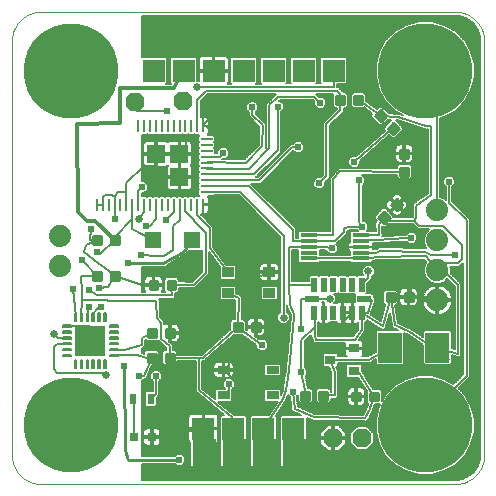
<source format=gtl>
G75*
%MOIN*%
%OFA0B0*%
%FSLAX25Y25*%
%IPPOS*%
%LPD*%
%AMOC8*
5,1,8,0,0,1.08239X$1,22.5*
%
%ADD10C,0.00000*%
%ADD11OC8,0.06300*%
%ADD12C,0.00875*%
%ADD13R,0.05500X0.05500*%
%ADD14R,0.03937X0.03346*%
%ADD15R,0.05709X0.01181*%
%ADD16R,0.01000X0.03937*%
%ADD17R,0.03937X0.01000*%
%ADD18R,0.03543X0.03543*%
%ADD19R,0.05906X0.05906*%
%ADD20C,0.00001*%
%ADD21C,0.00551*%
%ADD22R,0.09843X0.09843*%
%ADD23R,0.07400X0.07400*%
%ADD24C,0.31496*%
%ADD25C,0.07400*%
%ADD26C,0.00100*%
%ADD27R,0.04134X0.02559*%
%ADD28R,0.03150X0.03150*%
%ADD29R,0.02362X0.03543*%
%ADD30R,0.07874X0.09843*%
%ADD31R,0.03543X0.03150*%
%ADD32R,0.01969X0.04724*%
%ADD33R,0.04724X0.01969*%
%ADD34C,0.00600*%
%ADD35C,0.02400*%
%ADD36C,0.02578*%
%ADD37C,0.01000*%
%ADD38C,0.01200*%
D10*
X0003000Y0011143D02*
X0003000Y0148938D01*
X0003003Y0149176D01*
X0003011Y0149414D01*
X0003026Y0149651D01*
X0003046Y0149888D01*
X0003072Y0150124D01*
X0003103Y0150360D01*
X0003140Y0150595D01*
X0003183Y0150829D01*
X0003232Y0151062D01*
X0003286Y0151294D01*
X0003346Y0151524D01*
X0003411Y0151753D01*
X0003482Y0151980D01*
X0003558Y0152205D01*
X0003640Y0152428D01*
X0003727Y0152650D01*
X0003819Y0152869D01*
X0003917Y0153086D01*
X0004019Y0153300D01*
X0004127Y0153512D01*
X0004241Y0153722D01*
X0004359Y0153928D01*
X0004482Y0154132D01*
X0004610Y0154332D01*
X0004742Y0154529D01*
X0004880Y0154724D01*
X0005022Y0154914D01*
X0005169Y0155102D01*
X0005320Y0155285D01*
X0005475Y0155465D01*
X0005635Y0155641D01*
X0005799Y0155813D01*
X0005968Y0155982D01*
X0006140Y0156146D01*
X0006316Y0156306D01*
X0006496Y0156461D01*
X0006679Y0156612D01*
X0006867Y0156759D01*
X0007057Y0156901D01*
X0007252Y0157039D01*
X0007449Y0157171D01*
X0007649Y0157299D01*
X0007853Y0157422D01*
X0008059Y0157540D01*
X0008269Y0157654D01*
X0008481Y0157762D01*
X0008695Y0157864D01*
X0008912Y0157962D01*
X0009131Y0158054D01*
X0009353Y0158141D01*
X0009576Y0158223D01*
X0009801Y0158299D01*
X0010028Y0158370D01*
X0010257Y0158435D01*
X0010487Y0158495D01*
X0010719Y0158549D01*
X0010952Y0158598D01*
X0011186Y0158641D01*
X0011421Y0158678D01*
X0011657Y0158709D01*
X0011893Y0158735D01*
X0012130Y0158755D01*
X0012367Y0158770D01*
X0012605Y0158778D01*
X0012843Y0158781D01*
X0012843Y0158780D02*
X0150638Y0158780D01*
X0150638Y0158781D02*
X0150876Y0158778D01*
X0151114Y0158770D01*
X0151351Y0158755D01*
X0151588Y0158735D01*
X0151824Y0158709D01*
X0152060Y0158678D01*
X0152295Y0158641D01*
X0152529Y0158598D01*
X0152762Y0158549D01*
X0152994Y0158495D01*
X0153224Y0158435D01*
X0153453Y0158370D01*
X0153680Y0158299D01*
X0153905Y0158223D01*
X0154128Y0158141D01*
X0154350Y0158054D01*
X0154569Y0157962D01*
X0154786Y0157864D01*
X0155000Y0157762D01*
X0155212Y0157654D01*
X0155422Y0157540D01*
X0155628Y0157422D01*
X0155832Y0157299D01*
X0156032Y0157171D01*
X0156229Y0157039D01*
X0156424Y0156901D01*
X0156614Y0156759D01*
X0156802Y0156612D01*
X0156985Y0156461D01*
X0157165Y0156306D01*
X0157341Y0156146D01*
X0157513Y0155982D01*
X0157682Y0155813D01*
X0157846Y0155641D01*
X0158006Y0155465D01*
X0158161Y0155285D01*
X0158312Y0155102D01*
X0158459Y0154914D01*
X0158601Y0154724D01*
X0158739Y0154529D01*
X0158871Y0154332D01*
X0158999Y0154132D01*
X0159122Y0153928D01*
X0159240Y0153722D01*
X0159354Y0153512D01*
X0159462Y0153300D01*
X0159564Y0153086D01*
X0159662Y0152869D01*
X0159754Y0152650D01*
X0159841Y0152428D01*
X0159923Y0152205D01*
X0159999Y0151980D01*
X0160070Y0151753D01*
X0160135Y0151524D01*
X0160195Y0151294D01*
X0160249Y0151062D01*
X0160298Y0150829D01*
X0160341Y0150595D01*
X0160378Y0150360D01*
X0160409Y0150124D01*
X0160435Y0149888D01*
X0160455Y0149651D01*
X0160470Y0149414D01*
X0160478Y0149176D01*
X0160481Y0148938D01*
X0160480Y0148938D02*
X0160480Y0011143D01*
X0160481Y0011143D02*
X0160478Y0010905D01*
X0160470Y0010667D01*
X0160455Y0010430D01*
X0160435Y0010193D01*
X0160409Y0009957D01*
X0160378Y0009721D01*
X0160341Y0009486D01*
X0160298Y0009252D01*
X0160249Y0009019D01*
X0160195Y0008787D01*
X0160135Y0008557D01*
X0160070Y0008328D01*
X0159999Y0008101D01*
X0159923Y0007876D01*
X0159841Y0007653D01*
X0159754Y0007431D01*
X0159662Y0007212D01*
X0159564Y0006995D01*
X0159462Y0006781D01*
X0159354Y0006569D01*
X0159240Y0006359D01*
X0159122Y0006153D01*
X0158999Y0005949D01*
X0158871Y0005749D01*
X0158739Y0005552D01*
X0158601Y0005357D01*
X0158459Y0005167D01*
X0158312Y0004979D01*
X0158161Y0004796D01*
X0158006Y0004616D01*
X0157846Y0004440D01*
X0157682Y0004268D01*
X0157513Y0004099D01*
X0157341Y0003935D01*
X0157165Y0003775D01*
X0156985Y0003620D01*
X0156802Y0003469D01*
X0156614Y0003322D01*
X0156424Y0003180D01*
X0156229Y0003042D01*
X0156032Y0002910D01*
X0155832Y0002782D01*
X0155628Y0002659D01*
X0155422Y0002541D01*
X0155212Y0002427D01*
X0155000Y0002319D01*
X0154786Y0002217D01*
X0154569Y0002119D01*
X0154350Y0002027D01*
X0154128Y0001940D01*
X0153905Y0001858D01*
X0153680Y0001782D01*
X0153453Y0001711D01*
X0153224Y0001646D01*
X0152994Y0001586D01*
X0152762Y0001532D01*
X0152529Y0001483D01*
X0152295Y0001440D01*
X0152060Y0001403D01*
X0151824Y0001372D01*
X0151588Y0001346D01*
X0151351Y0001326D01*
X0151114Y0001311D01*
X0150876Y0001303D01*
X0150638Y0001300D01*
X0012843Y0001300D01*
X0012605Y0001303D01*
X0012367Y0001311D01*
X0012130Y0001326D01*
X0011893Y0001346D01*
X0011657Y0001372D01*
X0011421Y0001403D01*
X0011186Y0001440D01*
X0010952Y0001483D01*
X0010719Y0001532D01*
X0010487Y0001586D01*
X0010257Y0001646D01*
X0010028Y0001711D01*
X0009801Y0001782D01*
X0009576Y0001858D01*
X0009353Y0001940D01*
X0009131Y0002027D01*
X0008912Y0002119D01*
X0008695Y0002217D01*
X0008481Y0002319D01*
X0008269Y0002427D01*
X0008059Y0002541D01*
X0007853Y0002659D01*
X0007649Y0002782D01*
X0007449Y0002910D01*
X0007252Y0003042D01*
X0007057Y0003180D01*
X0006867Y0003322D01*
X0006679Y0003469D01*
X0006496Y0003620D01*
X0006316Y0003775D01*
X0006140Y0003935D01*
X0005968Y0004099D01*
X0005799Y0004268D01*
X0005635Y0004440D01*
X0005475Y0004616D01*
X0005320Y0004796D01*
X0005169Y0004979D01*
X0005022Y0005167D01*
X0004880Y0005357D01*
X0004742Y0005552D01*
X0004610Y0005749D01*
X0004482Y0005949D01*
X0004359Y0006153D01*
X0004241Y0006359D01*
X0004127Y0006569D01*
X0004019Y0006781D01*
X0003917Y0006995D01*
X0003819Y0007212D01*
X0003727Y0007431D01*
X0003640Y0007653D01*
X0003558Y0007876D01*
X0003482Y0008101D01*
X0003411Y0008328D01*
X0003346Y0008557D01*
X0003286Y0008787D01*
X0003232Y0009019D01*
X0003183Y0009252D01*
X0003140Y0009486D01*
X0003103Y0009721D01*
X0003072Y0009957D01*
X0003046Y0010193D01*
X0003026Y0010430D01*
X0003011Y0010667D01*
X0003003Y0010905D01*
X0003000Y0011143D01*
X0049969Y0100611D02*
X0048039Y0102540D01*
X0048039Y0106517D01*
X0053945Y0106517D01*
X0053945Y0100611D01*
X0049969Y0100611D01*
D11*
X0043984Y0128859D03*
X0059969Y0129174D03*
X0110087Y0016654D03*
X0119654Y0016615D03*
D12*
X0119148Y0029200D02*
X0116522Y0029200D01*
X0116522Y0031826D01*
X0119148Y0031826D01*
X0119148Y0029200D01*
X0119148Y0030074D02*
X0116522Y0030074D01*
X0116522Y0030948D02*
X0119148Y0030948D01*
X0119148Y0031822D02*
X0116522Y0031822D01*
X0122522Y0029200D02*
X0125148Y0029200D01*
X0122522Y0029200D02*
X0122522Y0031826D01*
X0125148Y0031826D01*
X0125148Y0029200D01*
X0125148Y0030074D02*
X0122522Y0030074D01*
X0122522Y0030948D02*
X0125148Y0030948D01*
X0125148Y0031822D02*
X0122522Y0031822D01*
X0108100Y0032062D02*
X0105474Y0032062D01*
X0108100Y0032062D02*
X0108100Y0029436D01*
X0105474Y0029436D01*
X0105474Y0032062D01*
X0105474Y0030310D02*
X0108100Y0030310D01*
X0108100Y0031184D02*
X0105474Y0031184D01*
X0105474Y0032058D02*
X0108100Y0032058D01*
X0102100Y0032062D02*
X0099474Y0032062D01*
X0102100Y0032062D02*
X0102100Y0029436D01*
X0099474Y0029436D01*
X0099474Y0032062D01*
X0099474Y0030310D02*
X0102100Y0030310D01*
X0102100Y0031184D02*
X0099474Y0031184D01*
X0099474Y0032058D02*
X0102100Y0032058D01*
X0085694Y0055029D02*
X0083068Y0055029D01*
X0085694Y0055029D02*
X0085694Y0052403D01*
X0083068Y0052403D01*
X0083068Y0055029D01*
X0083068Y0053277D02*
X0085694Y0053277D01*
X0085694Y0054151D02*
X0083068Y0054151D01*
X0083068Y0055025D02*
X0085694Y0055025D01*
X0079694Y0055029D02*
X0077068Y0055029D01*
X0079694Y0055029D02*
X0079694Y0052403D01*
X0077068Y0052403D01*
X0077068Y0055029D01*
X0077068Y0053277D02*
X0079694Y0053277D01*
X0079694Y0054151D02*
X0077068Y0054151D01*
X0077068Y0055025D02*
X0079694Y0055025D01*
X0057166Y0052967D02*
X0054540Y0052967D01*
X0057166Y0052967D02*
X0057166Y0050341D01*
X0054540Y0050341D01*
X0054540Y0052967D01*
X0054540Y0051215D02*
X0057166Y0051215D01*
X0057166Y0052089D02*
X0054540Y0052089D01*
X0054540Y0052963D02*
X0057166Y0052963D01*
X0051166Y0052967D02*
X0048540Y0052967D01*
X0051166Y0052967D02*
X0051166Y0050341D01*
X0048540Y0050341D01*
X0048540Y0052967D01*
X0048540Y0051215D02*
X0051166Y0051215D01*
X0051166Y0052089D02*
X0048540Y0052089D01*
X0048540Y0052963D02*
X0051166Y0052963D01*
X0050926Y0042113D02*
X0048300Y0042113D01*
X0048300Y0044739D01*
X0050926Y0044739D01*
X0050926Y0042113D01*
X0050926Y0042987D02*
X0048300Y0042987D01*
X0048300Y0043861D02*
X0050926Y0043861D01*
X0050926Y0044735D02*
X0048300Y0044735D01*
X0054300Y0042113D02*
X0056926Y0042113D01*
X0054300Y0042113D02*
X0054300Y0044739D01*
X0056926Y0044739D01*
X0056926Y0042113D01*
X0056926Y0042987D02*
X0054300Y0042987D01*
X0054300Y0043861D02*
X0056926Y0043861D01*
X0056926Y0044735D02*
X0054300Y0044735D01*
X0054923Y0066365D02*
X0057549Y0066365D01*
X0054923Y0066365D02*
X0054923Y0068991D01*
X0057549Y0068991D01*
X0057549Y0066365D01*
X0057549Y0067239D02*
X0054923Y0067239D01*
X0054923Y0068113D02*
X0057549Y0068113D01*
X0057549Y0068987D02*
X0054923Y0068987D01*
X0051549Y0066365D02*
X0048923Y0066365D01*
X0048923Y0068991D01*
X0051549Y0068991D01*
X0051549Y0066365D01*
X0051549Y0067239D02*
X0048923Y0067239D01*
X0048923Y0068113D02*
X0051549Y0068113D01*
X0051549Y0068987D02*
X0048923Y0068987D01*
X0038848Y0069436D02*
X0036222Y0069436D01*
X0036222Y0072062D01*
X0038848Y0072062D01*
X0038848Y0069436D01*
X0038848Y0070310D02*
X0036222Y0070310D01*
X0036222Y0071184D02*
X0038848Y0071184D01*
X0038848Y0072058D02*
X0036222Y0072058D01*
X0032848Y0069436D02*
X0030222Y0069436D01*
X0030222Y0072062D01*
X0032848Y0072062D01*
X0032848Y0069436D01*
X0032848Y0070310D02*
X0030222Y0070310D01*
X0030222Y0071184D02*
X0032848Y0071184D01*
X0032848Y0072058D02*
X0030222Y0072058D01*
X0029947Y0083952D02*
X0032573Y0083952D01*
X0032573Y0081326D01*
X0029947Y0081326D01*
X0029947Y0083952D01*
X0029947Y0082200D02*
X0032573Y0082200D01*
X0032573Y0083074D02*
X0029947Y0083074D01*
X0029947Y0083948D02*
X0032573Y0083948D01*
X0035947Y0083952D02*
X0038573Y0083952D01*
X0038573Y0081326D01*
X0035947Y0081326D01*
X0035947Y0083952D01*
X0035947Y0082200D02*
X0038573Y0082200D01*
X0038573Y0083074D02*
X0035947Y0083074D01*
X0035947Y0083948D02*
X0038573Y0083948D01*
X0111223Y0128002D02*
X0113849Y0128002D01*
X0111223Y0128002D02*
X0111223Y0130628D01*
X0113849Y0130628D01*
X0113849Y0128002D01*
X0113849Y0128876D02*
X0111223Y0128876D01*
X0111223Y0129750D02*
X0113849Y0129750D01*
X0113849Y0130624D02*
X0111223Y0130624D01*
X0117223Y0128002D02*
X0119849Y0128002D01*
X0117223Y0128002D02*
X0117223Y0130628D01*
X0119849Y0130628D01*
X0119849Y0128002D01*
X0119849Y0128876D02*
X0117223Y0128876D01*
X0117223Y0129750D02*
X0119849Y0129750D01*
X0119849Y0130624D02*
X0117223Y0130624D01*
X0124109Y0124050D02*
X0125965Y0122194D01*
X0124109Y0124050D02*
X0125965Y0125906D01*
X0127821Y0124050D01*
X0125965Y0122194D01*
X0126839Y0123068D02*
X0125091Y0123068D01*
X0124217Y0123942D02*
X0127713Y0123942D01*
X0127055Y0124816D02*
X0124875Y0124816D01*
X0125749Y0125690D02*
X0126181Y0125690D01*
X0128352Y0119807D02*
X0130208Y0117951D01*
X0128352Y0119807D02*
X0130208Y0121663D01*
X0132064Y0119807D01*
X0130208Y0117951D01*
X0131082Y0118825D02*
X0129334Y0118825D01*
X0128460Y0119699D02*
X0131956Y0119699D01*
X0131298Y0120573D02*
X0129118Y0120573D01*
X0129992Y0121447D02*
X0130424Y0121447D01*
X0132514Y0112818D02*
X0132514Y0110192D01*
X0132514Y0112818D02*
X0135140Y0112818D01*
X0135140Y0110192D01*
X0132514Y0110192D01*
X0132514Y0111066D02*
X0135140Y0111066D01*
X0135140Y0111940D02*
X0132514Y0111940D01*
X0132514Y0112814D02*
X0135140Y0112814D01*
X0132514Y0106818D02*
X0132514Y0104192D01*
X0132514Y0106818D02*
X0135140Y0106818D01*
X0135140Y0104192D01*
X0132514Y0104192D01*
X0132514Y0105066D02*
X0135140Y0105066D01*
X0135140Y0105940D02*
X0132514Y0105940D01*
X0132514Y0106814D02*
X0135140Y0106814D01*
X0131295Y0096280D02*
X0129439Y0094424D01*
X0131295Y0096280D02*
X0133151Y0094424D01*
X0131295Y0092568D01*
X0129439Y0094424D01*
X0130421Y0093442D02*
X0132169Y0093442D01*
X0133043Y0094316D02*
X0129547Y0094316D01*
X0130205Y0095190D02*
X0132385Y0095190D01*
X0131511Y0096064D02*
X0131079Y0096064D01*
X0127052Y0092037D02*
X0125196Y0090181D01*
X0127052Y0092037D02*
X0128908Y0090181D01*
X0127052Y0088325D01*
X0125196Y0090181D01*
X0126178Y0089199D02*
X0127926Y0089199D01*
X0128800Y0090073D02*
X0125304Y0090073D01*
X0125962Y0090947D02*
X0128142Y0090947D01*
X0127268Y0091821D02*
X0126836Y0091821D01*
X0127939Y0062310D02*
X0130565Y0062310D01*
X0127939Y0062310D02*
X0127939Y0064936D01*
X0130565Y0064936D01*
X0130565Y0062310D01*
X0130565Y0063184D02*
X0127939Y0063184D01*
X0127939Y0064058D02*
X0130565Y0064058D01*
X0130565Y0064932D02*
X0127939Y0064932D01*
X0133939Y0062310D02*
X0136565Y0062310D01*
X0133939Y0062310D02*
X0133939Y0064936D01*
X0136565Y0064936D01*
X0136565Y0062310D01*
X0136565Y0063184D02*
X0133939Y0063184D01*
X0133939Y0064058D02*
X0136565Y0064058D01*
X0136565Y0064932D02*
X0133939Y0064932D01*
D13*
X0063201Y0082678D03*
X0050201Y0082678D03*
D14*
X0075031Y0071915D03*
X0075031Y0065025D03*
X0088810Y0065025D03*
X0088810Y0071915D03*
D15*
X0102034Y0076556D03*
X0102034Y0078524D03*
X0102034Y0080493D03*
X0102034Y0082461D03*
X0102034Y0084430D03*
X0119357Y0084430D03*
X0119357Y0082461D03*
X0119357Y0080493D03*
X0119357Y0078524D03*
X0119357Y0076556D03*
D16*
X0066780Y0094509D03*
X0064811Y0094509D03*
X0062843Y0094509D03*
X0060874Y0094509D03*
X0058906Y0094509D03*
X0056937Y0094509D03*
X0054969Y0094509D03*
X0053000Y0094509D03*
X0051031Y0094509D03*
X0049063Y0094509D03*
X0047094Y0094509D03*
X0045126Y0094509D03*
X0043157Y0094509D03*
X0041189Y0094509D03*
X0039220Y0094509D03*
X0037252Y0094509D03*
X0035283Y0094509D03*
X0033315Y0094509D03*
X0031346Y0094509D03*
X0045126Y0120532D03*
X0047094Y0120532D03*
X0049063Y0120532D03*
X0051031Y0120532D03*
X0053000Y0120532D03*
X0054969Y0120532D03*
X0056937Y0120532D03*
X0058906Y0120532D03*
X0060874Y0120532D03*
X0062843Y0120532D03*
X0064811Y0120532D03*
X0066780Y0120532D03*
D17*
X0067921Y0116379D03*
X0067921Y0114410D03*
X0067921Y0112442D03*
X0067921Y0110473D03*
X0067921Y0108505D03*
X0067921Y0106536D03*
X0067921Y0104568D03*
X0067921Y0102599D03*
X0067921Y0100631D03*
X0067921Y0098662D03*
D18*
X0050992Y0103564D03*
D19*
X0050992Y0111438D03*
X0058866Y0111438D03*
X0058866Y0103564D03*
D20*
X0053945Y0103575D02*
X0048039Y0103575D01*
X0048039Y0103576D02*
X0053945Y0103576D01*
X0053945Y0103577D02*
X0048039Y0103577D01*
X0048039Y0103578D02*
X0053945Y0103578D01*
X0053945Y0103579D02*
X0048039Y0103579D01*
X0048039Y0103580D02*
X0053945Y0103580D01*
X0053945Y0103581D02*
X0048039Y0103581D01*
X0053945Y0103581D01*
X0053945Y0103582D02*
X0048039Y0103582D01*
X0048039Y0103583D02*
X0053945Y0103583D01*
X0053945Y0103584D02*
X0048039Y0103584D01*
X0048039Y0103585D02*
X0053945Y0103585D01*
X0053945Y0103586D02*
X0048039Y0103586D01*
X0048039Y0103587D02*
X0053945Y0103587D01*
X0053945Y0103588D02*
X0048039Y0103588D01*
X0048039Y0103589D02*
X0053945Y0103589D01*
X0053945Y0103590D02*
X0048039Y0103590D01*
X0048039Y0103591D02*
X0053945Y0103591D01*
X0053945Y0103592D02*
X0048039Y0103592D01*
X0048039Y0103593D02*
X0053945Y0103593D01*
X0053945Y0103594D02*
X0048039Y0103594D01*
X0048039Y0103595D02*
X0053945Y0103595D01*
X0053945Y0103596D02*
X0048039Y0103596D01*
X0048039Y0103597D02*
X0053945Y0103597D01*
X0053945Y0103598D02*
X0048039Y0103598D01*
X0048039Y0103599D02*
X0053945Y0103599D01*
X0053945Y0103600D02*
X0048039Y0103600D01*
X0048039Y0103601D02*
X0053945Y0103601D01*
X0053945Y0103602D02*
X0048039Y0103602D01*
X0048039Y0103603D02*
X0053945Y0103603D01*
X0053945Y0103604D02*
X0048039Y0103604D01*
X0048039Y0103605D02*
X0053945Y0103605D01*
X0053945Y0103606D02*
X0048039Y0103606D01*
X0048039Y0103607D02*
X0053945Y0103607D01*
X0053945Y0103608D02*
X0048039Y0103608D01*
X0048039Y0103609D02*
X0053945Y0103609D01*
X0053945Y0103610D02*
X0048039Y0103610D01*
X0048039Y0103611D02*
X0053945Y0103611D01*
X0053945Y0103612D02*
X0048039Y0103612D01*
X0048039Y0103613D02*
X0053945Y0103613D01*
X0053945Y0103614D02*
X0048039Y0103614D01*
X0048039Y0103615D02*
X0053945Y0103615D01*
X0053945Y0103616D02*
X0048039Y0103616D01*
X0048039Y0103617D02*
X0053945Y0103617D01*
X0053945Y0103618D02*
X0048039Y0103618D01*
X0048039Y0103619D02*
X0053945Y0103619D01*
X0053945Y0103620D02*
X0048039Y0103620D01*
X0048039Y0103621D02*
X0053945Y0103621D01*
X0053945Y0103622D02*
X0048039Y0103622D01*
X0048039Y0103623D02*
X0053945Y0103623D01*
X0053945Y0103624D02*
X0048039Y0103624D01*
X0048039Y0103625D02*
X0053945Y0103625D01*
X0053945Y0103626D02*
X0048039Y0103626D01*
X0048039Y0103627D02*
X0053945Y0103627D01*
X0053945Y0103628D02*
X0048039Y0103628D01*
X0048039Y0103629D02*
X0053945Y0103629D01*
X0053945Y0103630D02*
X0048039Y0103630D01*
X0048039Y0103631D02*
X0053945Y0103631D01*
X0053945Y0103632D02*
X0048039Y0103632D01*
X0048039Y0103633D02*
X0053945Y0103633D01*
X0053945Y0103634D02*
X0048039Y0103634D01*
X0048039Y0103635D02*
X0053945Y0103635D01*
X0053945Y0103636D02*
X0048039Y0103636D01*
X0048039Y0103637D02*
X0053945Y0103637D01*
X0053945Y0103638D02*
X0048039Y0103638D01*
X0048039Y0103639D02*
X0053945Y0103639D01*
X0053945Y0103640D02*
X0048039Y0103640D01*
X0048039Y0103641D02*
X0053945Y0103641D01*
X0053945Y0103642D02*
X0048039Y0103642D01*
X0048039Y0103643D02*
X0053945Y0103643D01*
X0053945Y0103644D02*
X0048039Y0103644D01*
X0053945Y0103644D01*
X0053945Y0103645D02*
X0048039Y0103645D01*
X0048039Y0103646D02*
X0053945Y0103646D01*
X0053945Y0103647D02*
X0048039Y0103647D01*
X0048039Y0103648D02*
X0053945Y0103648D01*
X0053945Y0103649D02*
X0048039Y0103649D01*
X0048039Y0103650D02*
X0053945Y0103650D01*
X0053945Y0103651D02*
X0048039Y0103651D01*
X0048039Y0103652D02*
X0053945Y0103652D01*
X0053945Y0103653D02*
X0048039Y0103653D01*
X0048039Y0103654D02*
X0053945Y0103654D01*
X0053945Y0103655D02*
X0048039Y0103655D01*
X0048039Y0103656D02*
X0053945Y0103656D01*
X0053945Y0103657D02*
X0048039Y0103657D01*
X0048039Y0103658D02*
X0053945Y0103658D01*
X0053945Y0103659D02*
X0048039Y0103659D01*
X0048039Y0103660D02*
X0053945Y0103660D01*
X0053945Y0103661D02*
X0048039Y0103661D01*
X0048039Y0103662D02*
X0053945Y0103662D01*
X0053945Y0103663D02*
X0048039Y0103663D01*
X0048039Y0103664D02*
X0053945Y0103664D01*
X0053945Y0103665D02*
X0048039Y0103665D01*
X0048039Y0103666D02*
X0053945Y0103666D01*
X0053945Y0103667D02*
X0048039Y0103667D01*
X0048039Y0103668D02*
X0053945Y0103668D01*
X0053945Y0103669D02*
X0048039Y0103669D01*
X0048039Y0103670D02*
X0053945Y0103670D01*
X0053945Y0103671D02*
X0048039Y0103671D01*
X0048039Y0103672D02*
X0053945Y0103672D01*
X0053945Y0103673D02*
X0048039Y0103673D01*
X0048039Y0103674D02*
X0053945Y0103674D01*
X0053945Y0103675D02*
X0048039Y0103675D01*
X0048039Y0103676D02*
X0053945Y0103676D01*
X0053945Y0103677D02*
X0048039Y0103677D01*
X0048039Y0103678D02*
X0053945Y0103678D01*
X0053945Y0103679D02*
X0048039Y0103679D01*
X0048039Y0103680D02*
X0053945Y0103680D01*
X0053945Y0103681D02*
X0048039Y0103681D01*
X0048039Y0103682D02*
X0053945Y0103682D01*
X0053945Y0103683D02*
X0048039Y0103683D01*
X0048039Y0103684D02*
X0053945Y0103684D01*
X0053945Y0103685D02*
X0048039Y0103685D01*
X0048039Y0103686D02*
X0053945Y0103686D01*
X0053945Y0103687D02*
X0048039Y0103687D01*
X0048039Y0103688D02*
X0053945Y0103688D01*
X0053945Y0103689D02*
X0048039Y0103689D01*
X0048039Y0103690D02*
X0053945Y0103690D01*
X0053945Y0103691D02*
X0048039Y0103691D01*
X0048039Y0103692D02*
X0053945Y0103692D01*
X0053945Y0103693D02*
X0048039Y0103693D01*
X0048039Y0103694D02*
X0053945Y0103694D01*
X0053945Y0103695D02*
X0048039Y0103695D01*
X0048039Y0103696D02*
X0053945Y0103696D01*
X0053945Y0103697D02*
X0048039Y0103697D01*
X0048039Y0103698D02*
X0053945Y0103698D01*
X0053945Y0103699D02*
X0048039Y0103699D01*
X0048039Y0103700D02*
X0053945Y0103700D01*
X0053945Y0103701D02*
X0048039Y0103701D01*
X0048039Y0103702D02*
X0053945Y0103702D01*
X0053945Y0103703D02*
X0048039Y0103703D01*
X0048039Y0103704D02*
X0053945Y0103704D01*
X0053945Y0103705D02*
X0048039Y0103705D01*
X0048039Y0103706D02*
X0053945Y0103706D01*
X0048039Y0103706D01*
X0048039Y0103707D02*
X0053945Y0103707D01*
X0053945Y0103708D02*
X0048039Y0103708D01*
X0048039Y0103709D02*
X0053945Y0103709D01*
X0053945Y0103710D02*
X0048039Y0103710D01*
X0048039Y0103711D02*
X0053945Y0103711D01*
X0053945Y0103712D02*
X0048039Y0103712D01*
X0048039Y0103713D02*
X0053945Y0103713D01*
X0053945Y0103714D02*
X0048039Y0103714D01*
X0048039Y0103715D02*
X0053945Y0103715D01*
X0053945Y0103716D02*
X0048039Y0103716D01*
X0048039Y0103717D02*
X0053945Y0103717D01*
X0053945Y0103718D02*
X0048039Y0103718D01*
X0048039Y0103719D02*
X0053945Y0103719D01*
X0053945Y0103720D02*
X0048039Y0103720D01*
X0048039Y0103721D02*
X0053945Y0103721D01*
X0053945Y0103722D02*
X0048039Y0103722D01*
X0048039Y0103723D02*
X0053945Y0103723D01*
X0053945Y0103724D02*
X0048039Y0103724D01*
X0048039Y0103725D02*
X0053945Y0103725D01*
X0053945Y0103726D02*
X0048039Y0103726D01*
X0048039Y0103727D02*
X0053945Y0103727D01*
X0053945Y0103728D02*
X0048039Y0103728D01*
X0048039Y0103729D02*
X0053945Y0103729D01*
X0053945Y0103730D02*
X0048039Y0103730D01*
X0048039Y0103731D02*
X0053945Y0103731D01*
X0053945Y0103732D02*
X0048039Y0103732D01*
X0048039Y0103733D02*
X0053945Y0103733D01*
X0053945Y0103734D02*
X0048039Y0103734D01*
X0048039Y0103735D02*
X0053945Y0103735D01*
X0053945Y0103736D02*
X0048039Y0103736D01*
X0048039Y0103737D02*
X0053945Y0103737D01*
X0053945Y0103738D02*
X0048039Y0103738D01*
X0048039Y0103739D02*
X0053945Y0103739D01*
X0053945Y0103740D02*
X0048039Y0103740D01*
X0048039Y0103741D02*
X0053945Y0103741D01*
X0053945Y0103742D02*
X0048039Y0103742D01*
X0048039Y0103743D02*
X0053945Y0103743D01*
X0053945Y0103744D02*
X0048039Y0103744D01*
X0048039Y0103745D02*
X0053945Y0103745D01*
X0053945Y0103746D02*
X0048039Y0103746D01*
X0048039Y0103747D02*
X0053945Y0103747D01*
X0053945Y0103748D02*
X0048039Y0103748D01*
X0048039Y0103749D02*
X0053945Y0103749D01*
X0053945Y0103750D02*
X0048039Y0103750D01*
X0048039Y0103751D02*
X0053945Y0103751D01*
X0053945Y0103752D02*
X0048039Y0103752D01*
X0048039Y0103753D02*
X0053945Y0103753D01*
X0053945Y0103754D02*
X0048039Y0103754D01*
X0048039Y0103755D02*
X0053945Y0103755D01*
X0053945Y0103756D02*
X0048039Y0103756D01*
X0048039Y0103757D02*
X0053945Y0103757D01*
X0053945Y0103758D02*
X0048039Y0103758D01*
X0048039Y0103759D02*
X0053945Y0103759D01*
X0053945Y0103760D02*
X0048039Y0103760D01*
X0048039Y0103761D02*
X0053945Y0103761D01*
X0053945Y0103762D02*
X0048039Y0103762D01*
X0048039Y0103763D02*
X0053945Y0103763D01*
X0053945Y0103764D02*
X0048039Y0103764D01*
X0048039Y0103765D02*
X0053945Y0103765D01*
X0053945Y0103766D02*
X0048039Y0103766D01*
X0048039Y0103767D02*
X0053945Y0103767D01*
X0053945Y0103768D02*
X0048039Y0103768D01*
X0048039Y0103769D02*
X0053945Y0103769D01*
X0048039Y0103769D01*
X0048039Y0103770D02*
X0053945Y0103770D01*
X0053945Y0103771D02*
X0048039Y0103771D01*
X0048039Y0103772D02*
X0053945Y0103772D01*
X0053945Y0103773D02*
X0048039Y0103773D01*
X0048039Y0103774D02*
X0053945Y0103774D01*
X0053945Y0103775D02*
X0048039Y0103775D01*
X0048039Y0103776D02*
X0053945Y0103776D01*
X0053945Y0103777D02*
X0048039Y0103777D01*
X0048039Y0103778D02*
X0053945Y0103778D01*
X0053945Y0103779D02*
X0048039Y0103779D01*
X0048039Y0103780D02*
X0053945Y0103780D01*
X0053945Y0103781D02*
X0048039Y0103781D01*
X0048039Y0103782D02*
X0053945Y0103782D01*
X0053945Y0103783D02*
X0048039Y0103783D01*
X0048039Y0103784D02*
X0053945Y0103784D01*
X0053945Y0103785D02*
X0048039Y0103785D01*
X0048039Y0103786D02*
X0053945Y0103786D01*
X0053945Y0103787D02*
X0048039Y0103787D01*
X0048039Y0103788D02*
X0053945Y0103788D01*
X0053945Y0103789D02*
X0048039Y0103789D01*
X0048039Y0103790D02*
X0053945Y0103790D01*
X0053945Y0103791D02*
X0048039Y0103791D01*
X0048039Y0103792D02*
X0053945Y0103792D01*
X0053945Y0103793D02*
X0048039Y0103793D01*
X0048039Y0103794D02*
X0053945Y0103794D01*
X0053945Y0103795D02*
X0048039Y0103795D01*
X0048039Y0103796D02*
X0053945Y0103796D01*
X0053945Y0103797D02*
X0048039Y0103797D01*
X0048039Y0103798D02*
X0053945Y0103798D01*
X0053945Y0103799D02*
X0048039Y0103799D01*
X0048039Y0103800D02*
X0053945Y0103800D01*
X0053945Y0103801D02*
X0048039Y0103801D01*
X0048039Y0103802D02*
X0053945Y0103802D01*
X0053945Y0103803D02*
X0048039Y0103803D01*
X0048039Y0103804D02*
X0053945Y0103804D01*
X0053945Y0103805D02*
X0048039Y0103805D01*
X0048039Y0103806D02*
X0053945Y0103806D01*
X0053945Y0103807D02*
X0048039Y0103807D01*
X0048039Y0103808D02*
X0053945Y0103808D01*
X0053945Y0103809D02*
X0048039Y0103809D01*
X0048039Y0103810D02*
X0053945Y0103810D01*
X0053945Y0103811D02*
X0048039Y0103811D01*
X0048039Y0103812D02*
X0053945Y0103812D01*
X0053945Y0103813D02*
X0048039Y0103813D01*
X0048039Y0103814D02*
X0053945Y0103814D01*
X0053945Y0103815D02*
X0048039Y0103815D01*
X0048039Y0103816D02*
X0053945Y0103816D01*
X0053945Y0103817D02*
X0048039Y0103817D01*
X0048039Y0103818D02*
X0053945Y0103818D01*
X0053945Y0103819D02*
X0048039Y0103819D01*
X0048039Y0103820D02*
X0053945Y0103820D01*
X0053945Y0103821D02*
X0048039Y0103821D01*
X0048039Y0103822D02*
X0053945Y0103822D01*
X0053945Y0103823D02*
X0048039Y0103823D01*
X0048039Y0103824D02*
X0053945Y0103824D01*
X0053945Y0103825D02*
X0048039Y0103825D01*
X0048039Y0103826D02*
X0053945Y0103826D01*
X0053945Y0103827D02*
X0048039Y0103827D01*
X0048039Y0103828D02*
X0053945Y0103828D01*
X0053945Y0103829D02*
X0048039Y0103829D01*
X0048039Y0103830D02*
X0053945Y0103830D01*
X0053945Y0103831D02*
X0048039Y0103831D01*
X0053945Y0103831D01*
X0053945Y0103832D02*
X0048039Y0103832D01*
X0048039Y0103833D02*
X0053945Y0103833D01*
X0053945Y0103834D02*
X0048039Y0103834D01*
X0048039Y0103835D02*
X0053945Y0103835D01*
X0053945Y0103836D02*
X0048039Y0103836D01*
X0048039Y0103837D02*
X0053945Y0103837D01*
X0053945Y0103838D02*
X0048039Y0103838D01*
X0048039Y0103839D02*
X0053945Y0103839D01*
X0053945Y0103840D02*
X0048039Y0103840D01*
X0048039Y0103841D02*
X0053945Y0103841D01*
X0053945Y0103842D02*
X0048039Y0103842D01*
X0048039Y0103843D02*
X0053945Y0103843D01*
X0053945Y0103844D02*
X0048039Y0103844D01*
X0048039Y0103845D02*
X0053945Y0103845D01*
X0053945Y0103846D02*
X0048039Y0103846D01*
X0048039Y0103847D02*
X0053945Y0103847D01*
X0053945Y0103848D02*
X0048039Y0103848D01*
X0048039Y0103849D02*
X0053945Y0103849D01*
X0053945Y0103850D02*
X0048039Y0103850D01*
X0048039Y0103851D02*
X0053945Y0103851D01*
X0053945Y0103852D02*
X0048039Y0103852D01*
X0048039Y0103853D02*
X0053945Y0103853D01*
X0053945Y0103854D02*
X0048039Y0103854D01*
X0048039Y0103855D02*
X0053945Y0103855D01*
X0053945Y0103856D02*
X0048039Y0103856D01*
X0048039Y0103857D02*
X0053945Y0103857D01*
X0053945Y0103858D02*
X0048039Y0103858D01*
X0048039Y0103859D02*
X0053945Y0103859D01*
X0053945Y0103860D02*
X0048039Y0103860D01*
X0048039Y0103861D02*
X0053945Y0103861D01*
X0053945Y0103862D02*
X0048039Y0103862D01*
X0048039Y0103863D02*
X0053945Y0103863D01*
X0053945Y0103864D02*
X0048039Y0103864D01*
X0048039Y0103865D02*
X0053945Y0103865D01*
X0053945Y0103866D02*
X0048039Y0103866D01*
X0048039Y0103867D02*
X0053945Y0103867D01*
X0053945Y0103868D02*
X0048039Y0103868D01*
X0048039Y0103869D02*
X0053945Y0103869D01*
X0053945Y0103870D02*
X0048039Y0103870D01*
X0048039Y0103871D02*
X0053945Y0103871D01*
X0053945Y0103872D02*
X0048039Y0103872D01*
X0048039Y0103873D02*
X0053945Y0103873D01*
X0053945Y0103874D02*
X0048039Y0103874D01*
X0048039Y0103875D02*
X0053945Y0103875D01*
X0053945Y0103876D02*
X0048039Y0103876D01*
X0048039Y0103877D02*
X0053945Y0103877D01*
X0053945Y0103878D02*
X0048039Y0103878D01*
X0048039Y0103879D02*
X0053945Y0103879D01*
X0053945Y0103880D02*
X0048039Y0103880D01*
X0048039Y0103881D02*
X0053945Y0103881D01*
X0053945Y0103882D02*
X0048039Y0103882D01*
X0048039Y0103883D02*
X0053945Y0103883D01*
X0053945Y0103884D02*
X0048039Y0103884D01*
X0048039Y0103885D02*
X0053945Y0103885D01*
X0053945Y0103886D02*
X0048039Y0103886D01*
X0048039Y0103887D02*
X0053945Y0103887D01*
X0053945Y0103888D02*
X0048039Y0103888D01*
X0048039Y0103889D02*
X0053945Y0103889D01*
X0053945Y0103890D02*
X0048039Y0103890D01*
X0048039Y0103891D02*
X0053945Y0103891D01*
X0053945Y0103892D02*
X0048039Y0103892D01*
X0048039Y0103893D02*
X0053945Y0103893D01*
X0053945Y0103894D02*
X0048039Y0103894D01*
X0053945Y0103894D01*
X0053945Y0103895D02*
X0048039Y0103895D01*
X0048039Y0103896D02*
X0053945Y0103896D01*
X0053945Y0103897D02*
X0048039Y0103897D01*
X0048039Y0103898D02*
X0053945Y0103898D01*
X0053945Y0103899D02*
X0048039Y0103899D01*
X0048039Y0103900D02*
X0053945Y0103900D01*
X0053945Y0103901D02*
X0048039Y0103901D01*
X0048039Y0103902D02*
X0053945Y0103902D01*
X0053945Y0103903D02*
X0048039Y0103903D01*
X0048039Y0103904D02*
X0053945Y0103904D01*
X0053945Y0103905D02*
X0048039Y0103905D01*
X0048039Y0103906D02*
X0053945Y0103906D01*
X0053945Y0103907D02*
X0048039Y0103907D01*
X0048039Y0103908D02*
X0053945Y0103908D01*
X0053945Y0103909D02*
X0048039Y0103909D01*
X0048039Y0103910D02*
X0053945Y0103910D01*
X0053945Y0103911D02*
X0048039Y0103911D01*
X0048039Y0103912D02*
X0053945Y0103912D01*
X0053945Y0103913D02*
X0048039Y0103913D01*
X0048039Y0103914D02*
X0053945Y0103914D01*
X0053945Y0103915D02*
X0048039Y0103915D01*
X0048039Y0103916D02*
X0053945Y0103916D01*
X0053945Y0103917D02*
X0048039Y0103917D01*
X0048039Y0103918D02*
X0053945Y0103918D01*
X0053945Y0103919D02*
X0048039Y0103919D01*
X0048039Y0103920D02*
X0053945Y0103920D01*
X0053945Y0103921D02*
X0048039Y0103921D01*
X0048039Y0103922D02*
X0053945Y0103922D01*
X0053945Y0103923D02*
X0048039Y0103923D01*
X0048039Y0103924D02*
X0053945Y0103924D01*
X0053945Y0103925D02*
X0048039Y0103925D01*
X0048039Y0103926D02*
X0053945Y0103926D01*
X0053945Y0103927D02*
X0048039Y0103927D01*
X0048039Y0103928D02*
X0053945Y0103928D01*
X0053945Y0103929D02*
X0048039Y0103929D01*
X0048039Y0103930D02*
X0053945Y0103930D01*
X0053945Y0103931D02*
X0048039Y0103931D01*
X0048039Y0103932D02*
X0053945Y0103932D01*
X0053945Y0103933D02*
X0048039Y0103933D01*
X0048039Y0103934D02*
X0053945Y0103934D01*
X0053945Y0103935D02*
X0048039Y0103935D01*
X0048039Y0103936D02*
X0053945Y0103936D01*
X0053945Y0103937D02*
X0048039Y0103937D01*
X0048039Y0103938D02*
X0053945Y0103938D01*
X0053945Y0103939D02*
X0048039Y0103939D01*
X0048039Y0103940D02*
X0053945Y0103940D01*
X0053945Y0103941D02*
X0048039Y0103941D01*
X0048039Y0103942D02*
X0053945Y0103942D01*
X0053945Y0103943D02*
X0048039Y0103943D01*
X0048039Y0103944D02*
X0053945Y0103944D01*
X0053945Y0103945D02*
X0048039Y0103945D01*
X0048039Y0103946D02*
X0053945Y0103946D01*
X0053945Y0103947D02*
X0048039Y0103947D01*
X0048039Y0103948D02*
X0053945Y0103948D01*
X0053945Y0103949D02*
X0048039Y0103949D01*
X0048039Y0103950D02*
X0053945Y0103950D01*
X0053945Y0103951D02*
X0048039Y0103951D01*
X0048039Y0103952D02*
X0053945Y0103952D01*
X0053945Y0103953D02*
X0048039Y0103953D01*
X0048039Y0103954D02*
X0053945Y0103954D01*
X0053945Y0103955D02*
X0048039Y0103955D01*
X0048039Y0103956D02*
X0053945Y0103956D01*
X0048039Y0103956D01*
X0048039Y0103957D02*
X0053945Y0103957D01*
X0053945Y0103958D02*
X0048039Y0103958D01*
X0048039Y0103959D02*
X0053945Y0103959D01*
X0053945Y0103960D02*
X0048039Y0103960D01*
X0048039Y0103961D02*
X0053945Y0103961D01*
X0053945Y0103962D02*
X0048039Y0103962D01*
X0048039Y0103963D02*
X0053945Y0103963D01*
X0053945Y0103964D02*
X0048039Y0103964D01*
X0048039Y0103965D02*
X0053945Y0103965D01*
X0053945Y0103966D02*
X0048039Y0103966D01*
X0048039Y0103967D02*
X0053945Y0103967D01*
X0053945Y0103968D02*
X0048039Y0103968D01*
X0048039Y0103969D02*
X0053945Y0103969D01*
X0053945Y0103970D02*
X0048039Y0103970D01*
X0048039Y0103971D02*
X0053945Y0103971D01*
X0053945Y0103972D02*
X0048039Y0103972D01*
X0048039Y0103973D02*
X0053945Y0103973D01*
X0053945Y0103974D02*
X0048039Y0103974D01*
X0048039Y0103975D02*
X0053945Y0103975D01*
X0053945Y0103976D02*
X0048039Y0103976D01*
X0048039Y0103977D02*
X0053945Y0103977D01*
X0053945Y0103978D02*
X0048039Y0103978D01*
X0048039Y0103979D02*
X0053945Y0103979D01*
X0053945Y0103980D02*
X0048039Y0103980D01*
X0048039Y0103981D02*
X0053945Y0103981D01*
X0053945Y0103982D02*
X0048039Y0103982D01*
X0048039Y0103983D02*
X0053945Y0103983D01*
X0053945Y0103984D02*
X0048039Y0103984D01*
X0048039Y0103985D02*
X0053945Y0103985D01*
X0053945Y0103986D02*
X0048039Y0103986D01*
X0048039Y0103987D02*
X0053945Y0103987D01*
X0053945Y0103988D02*
X0048039Y0103988D01*
X0048039Y0103989D02*
X0053945Y0103989D01*
X0053945Y0103990D02*
X0048039Y0103990D01*
X0048039Y0103991D02*
X0053945Y0103991D01*
X0053945Y0103992D02*
X0048039Y0103992D01*
X0048039Y0103993D02*
X0053945Y0103993D01*
X0053945Y0103994D02*
X0048039Y0103994D01*
X0048039Y0103995D02*
X0053945Y0103995D01*
X0053945Y0103996D02*
X0048039Y0103996D01*
X0048039Y0103997D02*
X0053945Y0103997D01*
X0053945Y0103998D02*
X0048039Y0103998D01*
X0048039Y0103999D02*
X0053945Y0103999D01*
X0053945Y0104000D02*
X0048039Y0104000D01*
X0048039Y0104001D02*
X0053945Y0104001D01*
X0053945Y0104002D02*
X0048039Y0104002D01*
X0048039Y0104003D02*
X0053945Y0104003D01*
X0053945Y0104004D02*
X0048039Y0104004D01*
X0048039Y0104005D02*
X0053945Y0104005D01*
X0053945Y0104006D02*
X0048039Y0104006D01*
X0048039Y0104007D02*
X0053945Y0104007D01*
X0053945Y0104008D02*
X0048039Y0104008D01*
X0048039Y0104009D02*
X0053945Y0104009D01*
X0053945Y0104010D02*
X0048039Y0104010D01*
X0048039Y0104011D02*
X0053945Y0104011D01*
X0053945Y0104012D02*
X0048039Y0104012D01*
X0048039Y0104013D02*
X0053945Y0104013D01*
X0053945Y0104014D02*
X0048039Y0104014D01*
X0048039Y0104015D02*
X0053945Y0104015D01*
X0053945Y0104016D02*
X0048039Y0104016D01*
X0048039Y0104017D02*
X0053945Y0104017D01*
X0053945Y0104018D02*
X0048039Y0104018D01*
X0048039Y0104019D02*
X0053945Y0104019D01*
X0048039Y0104019D01*
X0048039Y0104020D02*
X0053945Y0104020D01*
X0053945Y0104021D02*
X0048039Y0104021D01*
X0048039Y0104022D02*
X0053945Y0104022D01*
X0053945Y0104023D02*
X0048039Y0104023D01*
X0048039Y0104024D02*
X0053945Y0104024D01*
X0053945Y0104025D02*
X0048039Y0104025D01*
X0048039Y0104026D02*
X0053945Y0104026D01*
X0053945Y0104027D02*
X0048039Y0104027D01*
X0048039Y0104028D02*
X0053945Y0104028D01*
X0053945Y0104029D02*
X0048039Y0104029D01*
X0048039Y0104030D02*
X0053945Y0104030D01*
X0053945Y0104031D02*
X0048039Y0104031D01*
X0048039Y0104032D02*
X0053945Y0104032D01*
X0053945Y0104033D02*
X0048039Y0104033D01*
X0048039Y0104034D02*
X0053945Y0104034D01*
X0053945Y0104035D02*
X0048039Y0104035D01*
X0048039Y0104036D02*
X0053945Y0104036D01*
X0053945Y0104037D02*
X0048039Y0104037D01*
X0048039Y0104038D02*
X0053945Y0104038D01*
X0053945Y0104039D02*
X0048039Y0104039D01*
X0048039Y0104040D02*
X0053945Y0104040D01*
X0053945Y0104041D02*
X0048039Y0104041D01*
X0048039Y0104042D02*
X0053945Y0104042D01*
X0053945Y0104043D02*
X0048039Y0104043D01*
X0048039Y0104044D02*
X0053945Y0104044D01*
X0053945Y0104045D02*
X0048039Y0104045D01*
X0048039Y0104046D02*
X0053945Y0104046D01*
X0053945Y0104047D02*
X0048039Y0104047D01*
X0048039Y0104048D02*
X0053945Y0104048D01*
X0053945Y0104049D02*
X0048039Y0104049D01*
X0048039Y0104050D02*
X0053945Y0104050D01*
X0053945Y0104051D02*
X0048039Y0104051D01*
X0048039Y0104052D02*
X0053945Y0104052D01*
X0053945Y0104053D02*
X0048039Y0104053D01*
X0048039Y0104054D02*
X0053945Y0104054D01*
X0053945Y0104055D02*
X0048039Y0104055D01*
X0048039Y0104056D02*
X0053945Y0104056D01*
X0053945Y0104057D02*
X0048039Y0104057D01*
X0048039Y0104058D02*
X0053945Y0104058D01*
X0053945Y0104059D02*
X0048039Y0104059D01*
X0048039Y0104060D02*
X0053945Y0104060D01*
X0053945Y0104061D02*
X0048039Y0104061D01*
X0048039Y0104062D02*
X0053945Y0104062D01*
X0053945Y0104063D02*
X0048039Y0104063D01*
X0048039Y0104064D02*
X0053945Y0104064D01*
X0053945Y0104065D02*
X0048039Y0104065D01*
X0048039Y0104066D02*
X0053945Y0104066D01*
X0053945Y0104067D02*
X0048039Y0104067D01*
X0048039Y0104068D02*
X0053945Y0104068D01*
X0053945Y0104069D02*
X0048039Y0104069D01*
X0048039Y0104070D02*
X0053945Y0104070D01*
X0053945Y0104071D02*
X0048039Y0104071D01*
X0048039Y0104072D02*
X0053945Y0104072D01*
X0053945Y0104073D02*
X0048039Y0104073D01*
X0048039Y0104074D02*
X0053945Y0104074D01*
X0053945Y0104075D02*
X0048039Y0104075D01*
X0048039Y0104076D02*
X0053945Y0104076D01*
X0053945Y0104077D02*
X0048039Y0104077D01*
X0048039Y0104078D02*
X0053945Y0104078D01*
X0053945Y0104079D02*
X0048039Y0104079D01*
X0048039Y0104080D02*
X0053945Y0104080D01*
X0053945Y0104081D02*
X0048039Y0104081D01*
X0053945Y0104081D01*
X0053945Y0104082D02*
X0048039Y0104082D01*
X0048039Y0104083D02*
X0053945Y0104083D01*
X0053945Y0104084D02*
X0048039Y0104084D01*
X0048039Y0104085D02*
X0053945Y0104085D01*
X0053945Y0104086D02*
X0048039Y0104086D01*
X0048039Y0104087D02*
X0053945Y0104087D01*
X0053945Y0104088D02*
X0048039Y0104088D01*
X0048039Y0104089D02*
X0053945Y0104089D01*
X0053945Y0104090D02*
X0048039Y0104090D01*
X0048039Y0104091D02*
X0053945Y0104091D01*
X0053945Y0104092D02*
X0048039Y0104092D01*
X0048039Y0104093D02*
X0053945Y0104093D01*
X0053945Y0104094D02*
X0048039Y0104094D01*
X0048039Y0104095D02*
X0053945Y0104095D01*
X0053945Y0104096D02*
X0048039Y0104096D01*
X0048039Y0104097D02*
X0053945Y0104097D01*
X0053945Y0104098D02*
X0048039Y0104098D01*
X0048039Y0104099D02*
X0053945Y0104099D01*
X0053945Y0104100D02*
X0048039Y0104100D01*
X0048039Y0104101D02*
X0053945Y0104101D01*
X0053945Y0104102D02*
X0048039Y0104102D01*
X0048039Y0104103D02*
X0053945Y0104103D01*
X0053945Y0104104D02*
X0048039Y0104104D01*
X0048039Y0104105D02*
X0053945Y0104105D01*
X0053945Y0104106D02*
X0048039Y0104106D01*
X0048039Y0104107D02*
X0053945Y0104107D01*
X0053945Y0104108D02*
X0048039Y0104108D01*
X0048039Y0104109D02*
X0053945Y0104109D01*
X0053945Y0104110D02*
X0048039Y0104110D01*
X0048039Y0104111D02*
X0053945Y0104111D01*
X0053945Y0104112D02*
X0048039Y0104112D01*
X0048039Y0104113D02*
X0053945Y0104113D01*
X0053945Y0104114D02*
X0048039Y0104114D01*
X0048039Y0104115D02*
X0053945Y0104115D01*
X0053945Y0104116D02*
X0048039Y0104116D01*
X0048039Y0104117D02*
X0053945Y0104117D01*
X0053945Y0104118D02*
X0048039Y0104118D01*
X0048039Y0104119D02*
X0053945Y0104119D01*
X0053945Y0104120D02*
X0048039Y0104120D01*
X0048039Y0104121D02*
X0053945Y0104121D01*
X0053945Y0104122D02*
X0048039Y0104122D01*
X0048039Y0104123D02*
X0053945Y0104123D01*
X0053945Y0104124D02*
X0048039Y0104124D01*
X0048039Y0104125D02*
X0053945Y0104125D01*
X0053945Y0104126D02*
X0048039Y0104126D01*
X0048039Y0104127D02*
X0053945Y0104127D01*
X0053945Y0104128D02*
X0048039Y0104128D01*
X0048039Y0104129D02*
X0053945Y0104129D01*
X0053945Y0104130D02*
X0048039Y0104130D01*
X0048039Y0104131D02*
X0053945Y0104131D01*
X0053945Y0104132D02*
X0048039Y0104132D01*
X0048039Y0104133D02*
X0053945Y0104133D01*
X0053945Y0104134D02*
X0048039Y0104134D01*
X0048039Y0104135D02*
X0053945Y0104135D01*
X0053945Y0104136D02*
X0048039Y0104136D01*
X0048039Y0104137D02*
X0053945Y0104137D01*
X0053945Y0104138D02*
X0048039Y0104138D01*
X0048039Y0104139D02*
X0053945Y0104139D01*
X0053945Y0104140D02*
X0048039Y0104140D01*
X0048039Y0104141D02*
X0053945Y0104141D01*
X0053945Y0104142D02*
X0048039Y0104142D01*
X0048039Y0104143D02*
X0053945Y0104143D01*
X0053945Y0104144D02*
X0048039Y0104144D01*
X0053945Y0104144D01*
X0053945Y0104145D02*
X0048039Y0104145D01*
X0048039Y0104146D02*
X0053945Y0104146D01*
X0053945Y0104147D02*
X0048039Y0104147D01*
X0048039Y0104148D02*
X0053945Y0104148D01*
X0053945Y0104149D02*
X0048039Y0104149D01*
X0048039Y0104150D02*
X0053945Y0104150D01*
X0053945Y0104151D02*
X0048039Y0104151D01*
X0048039Y0104152D02*
X0053945Y0104152D01*
X0053945Y0104153D02*
X0048039Y0104153D01*
X0048039Y0104154D02*
X0053945Y0104154D01*
X0053945Y0104155D02*
X0048039Y0104155D01*
X0048039Y0104156D02*
X0053945Y0104156D01*
X0053945Y0104157D02*
X0048039Y0104157D01*
X0048039Y0104158D02*
X0053945Y0104158D01*
X0053945Y0104159D02*
X0048039Y0104159D01*
X0048039Y0104160D02*
X0053945Y0104160D01*
X0053945Y0104161D02*
X0048039Y0104161D01*
X0048039Y0104162D02*
X0053945Y0104162D01*
X0053945Y0104163D02*
X0048039Y0104163D01*
X0048039Y0104164D02*
X0053945Y0104164D01*
X0053945Y0104165D02*
X0048039Y0104165D01*
X0048039Y0104166D02*
X0053945Y0104166D01*
X0053945Y0104167D02*
X0048039Y0104167D01*
X0048039Y0104168D02*
X0053945Y0104168D01*
X0053945Y0104169D02*
X0048039Y0104169D01*
X0048039Y0104170D02*
X0053945Y0104170D01*
X0053945Y0104171D02*
X0048039Y0104171D01*
X0048039Y0104172D02*
X0053945Y0104172D01*
X0053945Y0104173D02*
X0048039Y0104173D01*
X0048039Y0104174D02*
X0053945Y0104174D01*
X0053945Y0104175D02*
X0048039Y0104175D01*
X0048039Y0104176D02*
X0053945Y0104176D01*
X0053945Y0104177D02*
X0048039Y0104177D01*
X0048039Y0104178D02*
X0053945Y0104178D01*
X0053945Y0104179D02*
X0048039Y0104179D01*
X0048039Y0104180D02*
X0053945Y0104180D01*
X0053945Y0104181D02*
X0048039Y0104181D01*
X0048039Y0104182D02*
X0053945Y0104182D01*
X0053945Y0104183D02*
X0048039Y0104183D01*
X0048039Y0104184D02*
X0053945Y0104184D01*
X0053945Y0104185D02*
X0048039Y0104185D01*
X0048039Y0104186D02*
X0053945Y0104186D01*
X0053945Y0104187D02*
X0048039Y0104187D01*
X0048039Y0104188D02*
X0053945Y0104188D01*
X0053945Y0104189D02*
X0048039Y0104189D01*
X0048039Y0104190D02*
X0053945Y0104190D01*
X0053945Y0104191D02*
X0048039Y0104191D01*
X0048039Y0104192D02*
X0053945Y0104192D01*
X0053945Y0104193D02*
X0048039Y0104193D01*
X0048039Y0104194D02*
X0053945Y0104194D01*
X0053945Y0104195D02*
X0048039Y0104195D01*
X0048039Y0104196D02*
X0053945Y0104196D01*
X0053945Y0104197D02*
X0048039Y0104197D01*
X0048039Y0104198D02*
X0053945Y0104198D01*
X0053945Y0104199D02*
X0048039Y0104199D01*
X0048039Y0104200D02*
X0053945Y0104200D01*
X0053945Y0104201D02*
X0048039Y0104201D01*
X0048039Y0104202D02*
X0053945Y0104202D01*
X0053945Y0104203D02*
X0048039Y0104203D01*
X0048039Y0104204D02*
X0053945Y0104204D01*
X0053945Y0104205D02*
X0048039Y0104205D01*
X0048039Y0104206D02*
X0053945Y0104206D01*
X0048039Y0104206D01*
X0048039Y0104207D02*
X0053945Y0104207D01*
X0053945Y0104208D02*
X0048039Y0104208D01*
X0048039Y0104209D02*
X0053945Y0104209D01*
X0053945Y0104210D02*
X0048039Y0104210D01*
X0048039Y0104211D02*
X0053945Y0104211D01*
X0053945Y0104212D02*
X0048039Y0104212D01*
X0048039Y0104213D02*
X0053945Y0104213D01*
X0053945Y0104214D02*
X0048039Y0104214D01*
X0048039Y0104215D02*
X0053945Y0104215D01*
X0053945Y0104216D02*
X0048039Y0104216D01*
X0048039Y0104217D02*
X0053945Y0104217D01*
X0053945Y0104218D02*
X0048039Y0104218D01*
X0048039Y0104219D02*
X0053945Y0104219D01*
X0053945Y0104220D02*
X0048039Y0104220D01*
X0048039Y0104221D02*
X0053945Y0104221D01*
X0053945Y0104222D02*
X0048039Y0104222D01*
X0048039Y0104223D02*
X0053945Y0104223D01*
X0053945Y0104224D02*
X0048039Y0104224D01*
X0048039Y0104225D02*
X0053945Y0104225D01*
X0053945Y0104226D02*
X0048039Y0104226D01*
X0048039Y0104227D02*
X0053945Y0104227D01*
X0053945Y0104228D02*
X0048039Y0104228D01*
X0048039Y0104229D02*
X0053945Y0104229D01*
X0053945Y0104230D02*
X0048039Y0104230D01*
X0048039Y0104231D02*
X0053945Y0104231D01*
X0053945Y0104232D02*
X0048039Y0104232D01*
X0048039Y0104233D02*
X0053945Y0104233D01*
X0053945Y0104234D02*
X0048039Y0104234D01*
X0048039Y0104235D02*
X0053945Y0104235D01*
X0053945Y0104236D02*
X0048039Y0104236D01*
X0048039Y0104237D02*
X0053945Y0104237D01*
X0053945Y0104238D02*
X0048039Y0104238D01*
X0048039Y0104239D02*
X0053945Y0104239D01*
X0053945Y0104240D02*
X0048039Y0104240D01*
X0048039Y0104241D02*
X0053945Y0104241D01*
X0053945Y0104242D02*
X0048039Y0104242D01*
X0048039Y0104243D02*
X0053945Y0104243D01*
X0053945Y0104244D02*
X0048039Y0104244D01*
X0048039Y0104245D02*
X0053945Y0104245D01*
X0053945Y0104246D02*
X0048039Y0104246D01*
X0048039Y0104247D02*
X0053945Y0104247D01*
X0053945Y0104248D02*
X0048039Y0104248D01*
X0048039Y0104249D02*
X0053945Y0104249D01*
X0053945Y0104250D02*
X0048039Y0104250D01*
X0048039Y0104251D02*
X0053945Y0104251D01*
X0053945Y0104252D02*
X0048039Y0104252D01*
X0048039Y0104253D02*
X0053945Y0104253D01*
X0053945Y0104254D02*
X0048039Y0104254D01*
X0048039Y0104255D02*
X0053945Y0104255D01*
X0053945Y0104256D02*
X0048039Y0104256D01*
X0048039Y0104257D02*
X0053945Y0104257D01*
X0053945Y0104258D02*
X0048039Y0104258D01*
X0048039Y0104259D02*
X0053945Y0104259D01*
X0053945Y0104260D02*
X0048039Y0104260D01*
X0048039Y0104261D02*
X0053945Y0104261D01*
X0053945Y0104262D02*
X0048039Y0104262D01*
X0048039Y0104263D02*
X0053945Y0104263D01*
X0053945Y0104264D02*
X0048039Y0104264D01*
X0048039Y0104265D02*
X0053945Y0104265D01*
X0053945Y0104266D02*
X0048039Y0104266D01*
X0048039Y0104267D02*
X0053945Y0104267D01*
X0053945Y0104268D02*
X0048039Y0104268D01*
X0048039Y0104269D02*
X0053945Y0104269D01*
X0048039Y0104269D01*
X0048039Y0104270D02*
X0053945Y0104270D01*
X0053945Y0104271D02*
X0048039Y0104271D01*
X0048039Y0104272D02*
X0053945Y0104272D01*
X0053945Y0104273D02*
X0048039Y0104273D01*
X0048039Y0104274D02*
X0053945Y0104274D01*
X0053945Y0104275D02*
X0048039Y0104275D01*
X0048039Y0104276D02*
X0053945Y0104276D01*
X0053945Y0104277D02*
X0048039Y0104277D01*
X0048039Y0104278D02*
X0053945Y0104278D01*
X0053945Y0104279D02*
X0048039Y0104279D01*
X0048039Y0104280D02*
X0053945Y0104280D01*
X0053945Y0104281D02*
X0048039Y0104281D01*
X0048039Y0104282D02*
X0053945Y0104282D01*
X0053945Y0104283D02*
X0048039Y0104283D01*
X0048039Y0104284D02*
X0053945Y0104284D01*
X0053945Y0104285D02*
X0048039Y0104285D01*
X0048039Y0104286D02*
X0053945Y0104286D01*
X0053945Y0104287D02*
X0048039Y0104287D01*
X0048039Y0104288D02*
X0053945Y0104288D01*
X0053945Y0104289D02*
X0048039Y0104289D01*
X0048039Y0104290D02*
X0053945Y0104290D01*
X0053945Y0104291D02*
X0048039Y0104291D01*
X0048039Y0104292D02*
X0053945Y0104292D01*
X0053945Y0104293D02*
X0048039Y0104293D01*
X0048039Y0104294D02*
X0053945Y0104294D01*
X0053945Y0104295D02*
X0048039Y0104295D01*
X0048039Y0104296D02*
X0053945Y0104296D01*
X0053945Y0104297D02*
X0048039Y0104297D01*
X0048039Y0104298D02*
X0053945Y0104298D01*
X0053945Y0104299D02*
X0048039Y0104299D01*
X0048039Y0104300D02*
X0053945Y0104300D01*
X0053945Y0104301D02*
X0048039Y0104301D01*
X0048039Y0104302D02*
X0053945Y0104302D01*
X0053945Y0104303D02*
X0048039Y0104303D01*
X0048039Y0104304D02*
X0053945Y0104304D01*
X0053945Y0104305D02*
X0048039Y0104305D01*
X0048039Y0104306D02*
X0053945Y0104306D01*
X0053945Y0104307D02*
X0048039Y0104307D01*
X0048039Y0104308D02*
X0053945Y0104308D01*
X0053945Y0104309D02*
X0048039Y0104309D01*
X0048039Y0104310D02*
X0053945Y0104310D01*
X0053945Y0104311D02*
X0048039Y0104311D01*
X0048039Y0104312D02*
X0053945Y0104312D01*
X0053945Y0104313D02*
X0048039Y0104313D01*
X0048039Y0104314D02*
X0053945Y0104314D01*
X0053945Y0104315D02*
X0048039Y0104315D01*
X0048039Y0104316D02*
X0053945Y0104316D01*
X0053945Y0104317D02*
X0048039Y0104317D01*
X0048039Y0104318D02*
X0053945Y0104318D01*
X0053945Y0104319D02*
X0048039Y0104319D01*
X0048039Y0104320D02*
X0053945Y0104320D01*
X0053945Y0104321D02*
X0048039Y0104321D01*
X0048039Y0104322D02*
X0053945Y0104322D01*
X0053945Y0104323D02*
X0048039Y0104323D01*
X0048039Y0104324D02*
X0053945Y0104324D01*
X0053945Y0104325D02*
X0048039Y0104325D01*
X0048039Y0104326D02*
X0053945Y0104326D01*
X0053945Y0104327D02*
X0048039Y0104327D01*
X0048039Y0104328D02*
X0053945Y0104328D01*
X0053945Y0104329D02*
X0048039Y0104329D01*
X0048039Y0104330D02*
X0053945Y0104330D01*
X0053945Y0104331D02*
X0048039Y0104331D01*
X0053945Y0104331D01*
X0053945Y0104332D02*
X0048039Y0104332D01*
X0048039Y0104333D02*
X0053945Y0104333D01*
X0053945Y0104334D02*
X0048039Y0104334D01*
X0048039Y0104335D02*
X0053945Y0104335D01*
X0053945Y0104336D02*
X0048039Y0104336D01*
X0048039Y0104337D02*
X0053945Y0104337D01*
X0053945Y0104338D02*
X0048039Y0104338D01*
X0048039Y0104339D02*
X0053945Y0104339D01*
X0053945Y0104340D02*
X0048039Y0104340D01*
X0048039Y0104341D02*
X0053945Y0104341D01*
X0053945Y0104342D02*
X0048039Y0104342D01*
X0048039Y0104343D02*
X0053945Y0104343D01*
X0053945Y0104344D02*
X0048039Y0104344D01*
X0048039Y0104345D02*
X0053945Y0104345D01*
X0053945Y0104346D02*
X0048039Y0104346D01*
X0048039Y0104347D02*
X0053945Y0104347D01*
X0053945Y0104348D02*
X0048039Y0104348D01*
X0048039Y0104349D02*
X0053945Y0104349D01*
X0053945Y0104350D02*
X0048039Y0104350D01*
X0048039Y0104351D02*
X0053945Y0104351D01*
X0053945Y0104352D02*
X0048039Y0104352D01*
X0048039Y0104353D02*
X0053945Y0104353D01*
X0053945Y0104354D02*
X0048039Y0104354D01*
X0048039Y0104355D02*
X0053945Y0104355D01*
X0053945Y0104356D02*
X0048039Y0104356D01*
X0048039Y0104357D02*
X0053945Y0104357D01*
X0053945Y0104358D02*
X0048039Y0104358D01*
X0048039Y0104359D02*
X0053945Y0104359D01*
X0053945Y0104360D02*
X0048039Y0104360D01*
X0048039Y0104361D02*
X0053945Y0104361D01*
X0053945Y0104362D02*
X0048039Y0104362D01*
X0048039Y0104363D02*
X0053945Y0104363D01*
X0053945Y0104364D02*
X0048039Y0104364D01*
X0048039Y0104365D02*
X0053945Y0104365D01*
X0053945Y0104366D02*
X0048039Y0104366D01*
X0048039Y0104367D02*
X0053945Y0104367D01*
X0053945Y0104368D02*
X0048039Y0104368D01*
X0048039Y0104369D02*
X0053945Y0104369D01*
X0053945Y0104370D02*
X0048039Y0104370D01*
X0048039Y0104371D02*
X0053945Y0104371D01*
X0053945Y0104372D02*
X0048039Y0104372D01*
X0048039Y0104373D02*
X0053945Y0104373D01*
X0053945Y0104374D02*
X0048039Y0104374D01*
X0048039Y0104375D02*
X0053945Y0104375D01*
X0053945Y0104376D02*
X0048039Y0104376D01*
X0048039Y0104377D02*
X0053945Y0104377D01*
X0053945Y0104378D02*
X0048039Y0104378D01*
X0048039Y0104379D02*
X0053945Y0104379D01*
X0053945Y0104380D02*
X0048039Y0104380D01*
X0048039Y0104381D02*
X0053945Y0104381D01*
X0053945Y0104382D02*
X0048039Y0104382D01*
X0048039Y0104383D02*
X0053945Y0104383D01*
X0053945Y0104384D02*
X0048039Y0104384D01*
X0048039Y0104385D02*
X0053945Y0104385D01*
X0053945Y0104386D02*
X0048039Y0104386D01*
X0048039Y0104387D02*
X0053945Y0104387D01*
X0053945Y0104388D02*
X0048039Y0104388D01*
X0048039Y0104389D02*
X0053945Y0104389D01*
X0053945Y0104390D02*
X0048039Y0104390D01*
X0048039Y0104391D02*
X0053945Y0104391D01*
X0053945Y0104392D02*
X0048039Y0104392D01*
X0048039Y0104393D02*
X0053945Y0104393D01*
X0053945Y0104394D02*
X0048039Y0104394D01*
X0053945Y0104394D01*
X0053945Y0104395D02*
X0048039Y0104395D01*
X0048039Y0104396D02*
X0053945Y0104396D01*
X0053945Y0104397D02*
X0048039Y0104397D01*
X0048039Y0104398D02*
X0053945Y0104398D01*
X0053945Y0104399D02*
X0048039Y0104399D01*
X0048039Y0104400D02*
X0053945Y0104400D01*
X0053945Y0104401D02*
X0048039Y0104401D01*
X0048039Y0104402D02*
X0053945Y0104402D01*
X0053945Y0104403D02*
X0048039Y0104403D01*
X0048039Y0104404D02*
X0053945Y0104404D01*
X0053945Y0104405D02*
X0048039Y0104405D01*
X0048039Y0104406D02*
X0053945Y0104406D01*
X0053945Y0104407D02*
X0048039Y0104407D01*
X0048039Y0104408D02*
X0053945Y0104408D01*
X0053945Y0104409D02*
X0048039Y0104409D01*
X0048039Y0104410D02*
X0053945Y0104410D01*
X0053945Y0104411D02*
X0048039Y0104411D01*
X0048039Y0104412D02*
X0053945Y0104412D01*
X0053945Y0104413D02*
X0048039Y0104413D01*
X0048039Y0104414D02*
X0053945Y0104414D01*
X0053945Y0104415D02*
X0048039Y0104415D01*
X0048039Y0104416D02*
X0053945Y0104416D01*
X0053945Y0104417D02*
X0048039Y0104417D01*
X0048039Y0104418D02*
X0053945Y0104418D01*
X0053945Y0104419D02*
X0048039Y0104419D01*
X0048039Y0104420D02*
X0053945Y0104420D01*
X0053945Y0104421D02*
X0048039Y0104421D01*
X0048039Y0104422D02*
X0053945Y0104422D01*
X0053945Y0104423D02*
X0048039Y0104423D01*
X0048039Y0104424D02*
X0053945Y0104424D01*
X0053945Y0104425D02*
X0048039Y0104425D01*
X0048039Y0104426D02*
X0053945Y0104426D01*
X0053945Y0104427D02*
X0048039Y0104427D01*
X0048039Y0104428D02*
X0053945Y0104428D01*
X0053945Y0104429D02*
X0048039Y0104429D01*
X0048039Y0104430D02*
X0053945Y0104430D01*
X0053945Y0104431D02*
X0048039Y0104431D01*
X0048039Y0104432D02*
X0053945Y0104432D01*
X0053945Y0104433D02*
X0048039Y0104433D01*
X0048039Y0104434D02*
X0053945Y0104434D01*
X0053945Y0104435D02*
X0048039Y0104435D01*
X0048039Y0104436D02*
X0053945Y0104436D01*
X0053945Y0104437D02*
X0048039Y0104437D01*
X0048039Y0104438D02*
X0053945Y0104438D01*
X0053945Y0104439D02*
X0048039Y0104439D01*
X0048039Y0104440D02*
X0053945Y0104440D01*
X0053945Y0104441D02*
X0048039Y0104441D01*
X0048039Y0104442D02*
X0053945Y0104442D01*
X0053945Y0104443D02*
X0048039Y0104443D01*
X0048039Y0104444D02*
X0053945Y0104444D01*
X0053945Y0104445D02*
X0048039Y0104445D01*
X0048039Y0104446D02*
X0053945Y0104446D01*
X0053945Y0104447D02*
X0048039Y0104447D01*
X0048039Y0104448D02*
X0053945Y0104448D01*
X0053945Y0104449D02*
X0048039Y0104449D01*
X0048039Y0104450D02*
X0053945Y0104450D01*
X0053945Y0104451D02*
X0048039Y0104451D01*
X0048039Y0104452D02*
X0053945Y0104452D01*
X0053945Y0104453D02*
X0048039Y0104453D01*
X0048039Y0104454D02*
X0053945Y0104454D01*
X0053945Y0104455D02*
X0048039Y0104455D01*
X0048039Y0104456D02*
X0053945Y0104456D01*
X0048039Y0104456D01*
X0048039Y0104457D02*
X0053945Y0104457D01*
X0053945Y0104458D02*
X0048039Y0104458D01*
X0048039Y0104459D02*
X0053945Y0104459D01*
X0053945Y0104460D02*
X0048039Y0104460D01*
X0048039Y0104461D02*
X0053945Y0104461D01*
X0053945Y0104462D02*
X0048039Y0104462D01*
X0048039Y0104463D02*
X0053945Y0104463D01*
X0053945Y0104464D02*
X0048039Y0104464D01*
X0048039Y0104465D02*
X0053945Y0104465D01*
X0053945Y0104466D02*
X0048039Y0104466D01*
X0048039Y0104467D02*
X0053945Y0104467D01*
X0053945Y0104468D02*
X0048039Y0104468D01*
X0048039Y0104469D02*
X0053945Y0104469D01*
X0053945Y0104470D02*
X0048039Y0104470D01*
X0048039Y0104471D02*
X0053945Y0104471D01*
X0053945Y0104472D02*
X0048039Y0104472D01*
X0048039Y0104473D02*
X0053945Y0104473D01*
X0053945Y0104474D02*
X0048039Y0104474D01*
X0048039Y0104475D02*
X0053945Y0104475D01*
X0053945Y0104476D02*
X0048039Y0104476D01*
X0048039Y0104477D02*
X0053945Y0104477D01*
X0053945Y0104478D02*
X0048039Y0104478D01*
X0048039Y0104479D02*
X0053945Y0104479D01*
X0053945Y0104480D02*
X0048039Y0104480D01*
X0048039Y0104481D02*
X0053945Y0104481D01*
X0053945Y0104482D02*
X0048039Y0104482D01*
X0048039Y0104483D02*
X0053945Y0104483D01*
X0053945Y0104484D02*
X0048039Y0104484D01*
X0048039Y0104485D02*
X0053945Y0104485D01*
X0053945Y0104486D02*
X0048039Y0104486D01*
X0048039Y0104487D02*
X0053945Y0104487D01*
X0053945Y0104488D02*
X0048039Y0104488D01*
X0048039Y0104489D02*
X0053945Y0104489D01*
X0053945Y0104490D02*
X0048039Y0104490D01*
X0048039Y0104491D02*
X0053945Y0104491D01*
X0053945Y0104492D02*
X0048039Y0104492D01*
X0048039Y0104493D02*
X0053945Y0104493D01*
X0053945Y0104494D02*
X0048039Y0104494D01*
X0048039Y0104495D02*
X0053945Y0104495D01*
X0053945Y0104496D02*
X0048039Y0104496D01*
X0048039Y0104497D02*
X0053945Y0104497D01*
X0053945Y0104498D02*
X0048039Y0104498D01*
X0048039Y0104499D02*
X0053945Y0104499D01*
X0053945Y0104500D02*
X0048039Y0104500D01*
X0048039Y0104501D02*
X0053945Y0104501D01*
X0053945Y0104502D02*
X0048039Y0104502D01*
X0048039Y0104503D02*
X0053945Y0104503D01*
X0053945Y0104504D02*
X0048039Y0104504D01*
X0048039Y0104505D02*
X0053945Y0104505D01*
X0053945Y0104506D02*
X0048039Y0104506D01*
X0048039Y0104507D02*
X0053945Y0104507D01*
X0053945Y0104508D02*
X0048039Y0104508D01*
X0048039Y0104509D02*
X0053945Y0104509D01*
X0053945Y0104510D02*
X0048039Y0104510D01*
X0048039Y0104511D02*
X0053945Y0104511D01*
X0053945Y0104512D02*
X0048039Y0104512D01*
X0048039Y0104513D02*
X0053945Y0104513D01*
X0053945Y0104514D02*
X0048039Y0104514D01*
X0048039Y0104515D02*
X0053945Y0104515D01*
X0053945Y0104516D02*
X0048039Y0104516D01*
X0048039Y0104517D02*
X0053945Y0104517D01*
X0053945Y0104518D02*
X0048039Y0104518D01*
X0048039Y0104519D02*
X0053945Y0104519D01*
X0048039Y0104519D01*
X0048039Y0104520D02*
X0053945Y0104520D01*
X0053945Y0104521D02*
X0048039Y0104521D01*
X0048039Y0104522D02*
X0053945Y0104522D01*
X0053945Y0104523D02*
X0048039Y0104523D01*
X0048039Y0104524D02*
X0053945Y0104524D01*
X0053945Y0104525D02*
X0048039Y0104525D01*
X0048039Y0104526D02*
X0053945Y0104526D01*
X0053945Y0104527D02*
X0048039Y0104527D01*
X0048039Y0104528D02*
X0053945Y0104528D01*
X0053945Y0104529D02*
X0048039Y0104529D01*
X0048039Y0104530D02*
X0053945Y0104530D01*
X0053945Y0104531D02*
X0048039Y0104531D01*
X0048039Y0104532D02*
X0053945Y0104532D01*
X0053945Y0104533D02*
X0048039Y0104533D01*
X0048039Y0104534D02*
X0053945Y0104534D01*
X0053945Y0104535D02*
X0048039Y0104535D01*
X0048039Y0104536D02*
X0053945Y0104536D01*
X0053945Y0104537D02*
X0048039Y0104537D01*
X0048039Y0104538D02*
X0053945Y0104538D01*
X0053945Y0104539D02*
X0048039Y0104539D01*
X0048039Y0104540D02*
X0053945Y0104540D01*
X0053945Y0104541D02*
X0048039Y0104541D01*
X0048039Y0104542D02*
X0053945Y0104542D01*
X0053945Y0104543D02*
X0048039Y0104543D01*
X0048039Y0104544D02*
X0053945Y0104544D01*
X0053945Y0104545D02*
X0048039Y0104545D01*
X0048039Y0104546D02*
X0053945Y0104546D01*
X0053945Y0104547D02*
X0048039Y0104547D01*
X0048039Y0104548D02*
X0053945Y0104548D01*
X0053945Y0104549D02*
X0048039Y0104549D01*
X0048039Y0104550D02*
X0053945Y0104550D01*
X0053945Y0104551D02*
X0048039Y0104551D01*
X0048039Y0104552D02*
X0053945Y0104552D01*
X0053945Y0104553D02*
X0048039Y0104553D01*
X0048039Y0104554D02*
X0053945Y0104554D01*
X0053945Y0104555D02*
X0048039Y0104555D01*
X0048039Y0104556D02*
X0053945Y0104556D01*
X0053945Y0104557D02*
X0048039Y0104557D01*
X0048039Y0104558D02*
X0053945Y0104558D01*
X0053945Y0104559D02*
X0048039Y0104559D01*
X0048039Y0104560D02*
X0053945Y0104560D01*
X0053945Y0104561D02*
X0048039Y0104561D01*
X0048039Y0104562D02*
X0053945Y0104562D01*
X0053945Y0104563D02*
X0048039Y0104563D01*
X0048039Y0104564D02*
X0053945Y0104564D01*
X0053945Y0104565D02*
X0048039Y0104565D01*
X0048039Y0104566D02*
X0053945Y0104566D01*
X0053945Y0104567D02*
X0048039Y0104567D01*
X0048039Y0104568D02*
X0053945Y0104568D01*
X0053945Y0104569D02*
X0048039Y0104569D01*
X0048039Y0104570D02*
X0053945Y0104570D01*
X0053945Y0104571D02*
X0048039Y0104571D01*
X0048039Y0104572D02*
X0053945Y0104572D01*
X0053945Y0104573D02*
X0048039Y0104573D01*
X0048039Y0104574D02*
X0053945Y0104574D01*
X0053945Y0104575D02*
X0048039Y0104575D01*
X0048039Y0104576D02*
X0053945Y0104576D01*
X0053945Y0104577D02*
X0048039Y0104577D01*
X0048039Y0104578D02*
X0053945Y0104578D01*
X0053945Y0104579D02*
X0048039Y0104579D01*
X0048039Y0104580D02*
X0053945Y0104580D01*
X0053945Y0104581D02*
X0048039Y0104581D01*
X0053945Y0104581D01*
X0053945Y0104582D02*
X0048039Y0104582D01*
X0048039Y0104583D02*
X0053945Y0104583D01*
X0053945Y0104584D02*
X0048039Y0104584D01*
X0048039Y0104585D02*
X0053945Y0104585D01*
X0053945Y0104586D02*
X0048039Y0104586D01*
X0048039Y0104587D02*
X0053945Y0104587D01*
X0053945Y0104588D02*
X0048039Y0104588D01*
X0048039Y0104589D02*
X0053945Y0104589D01*
X0053945Y0104590D02*
X0048039Y0104590D01*
X0048039Y0104591D02*
X0053945Y0104591D01*
X0053945Y0104592D02*
X0048039Y0104592D01*
X0048039Y0104593D02*
X0053945Y0104593D01*
X0053945Y0104594D02*
X0048039Y0104594D01*
X0048039Y0104595D02*
X0053945Y0104595D01*
X0053945Y0104596D02*
X0048039Y0104596D01*
X0048039Y0104597D02*
X0053945Y0104597D01*
X0053945Y0104598D02*
X0048039Y0104598D01*
X0048039Y0104599D02*
X0053945Y0104599D01*
X0053945Y0104600D02*
X0048039Y0104600D01*
X0048039Y0104601D02*
X0053945Y0104601D01*
X0053945Y0104602D02*
X0048039Y0104602D01*
X0048039Y0104603D02*
X0053945Y0104603D01*
X0053945Y0104604D02*
X0048039Y0104604D01*
X0048039Y0104605D02*
X0053945Y0104605D01*
X0053945Y0104606D02*
X0048039Y0104606D01*
X0048039Y0104607D02*
X0053945Y0104607D01*
X0053945Y0104608D02*
X0048039Y0104608D01*
X0048039Y0104609D02*
X0053945Y0104609D01*
X0053945Y0104610D02*
X0048039Y0104610D01*
X0048039Y0104611D02*
X0053945Y0104611D01*
X0053945Y0104612D02*
X0048039Y0104612D01*
X0048039Y0104613D02*
X0053945Y0104613D01*
X0053945Y0104614D02*
X0048039Y0104614D01*
X0048039Y0104615D02*
X0053945Y0104615D01*
X0053945Y0104616D02*
X0048039Y0104616D01*
X0048039Y0104617D02*
X0053945Y0104617D01*
X0053945Y0104618D02*
X0048039Y0104618D01*
X0048039Y0104619D02*
X0053945Y0104619D01*
X0053945Y0104620D02*
X0048039Y0104620D01*
X0048039Y0104621D02*
X0053945Y0104621D01*
X0053945Y0104622D02*
X0048039Y0104622D01*
X0048039Y0104623D02*
X0053945Y0104623D01*
X0053945Y0104624D02*
X0048039Y0104624D01*
X0048039Y0104625D02*
X0053945Y0104625D01*
X0053945Y0104626D02*
X0048039Y0104626D01*
X0048039Y0104627D02*
X0053945Y0104627D01*
X0053945Y0104628D02*
X0048039Y0104628D01*
X0048039Y0104629D02*
X0053945Y0104629D01*
X0053945Y0104630D02*
X0048039Y0104630D01*
X0048039Y0104631D02*
X0053945Y0104631D01*
X0053945Y0104632D02*
X0048039Y0104632D01*
X0048039Y0104633D02*
X0053945Y0104633D01*
X0053945Y0104634D02*
X0048039Y0104634D01*
X0048039Y0104635D02*
X0053945Y0104635D01*
X0053945Y0104636D02*
X0048039Y0104636D01*
X0048039Y0104637D02*
X0053945Y0104637D01*
X0053945Y0104638D02*
X0048039Y0104638D01*
X0048039Y0104639D02*
X0053945Y0104639D01*
X0053945Y0104640D02*
X0048039Y0104640D01*
X0048039Y0104641D02*
X0053945Y0104641D01*
X0053945Y0104642D02*
X0048039Y0104642D01*
X0048039Y0104643D02*
X0053945Y0104643D01*
X0053945Y0104644D02*
X0048039Y0104644D01*
X0053945Y0104644D01*
X0053945Y0104645D02*
X0048039Y0104645D01*
X0048039Y0104646D02*
X0053945Y0104646D01*
X0053945Y0104647D02*
X0048039Y0104647D01*
X0048039Y0104648D02*
X0053945Y0104648D01*
X0053945Y0104649D02*
X0048039Y0104649D01*
X0048039Y0104650D02*
X0053945Y0104650D01*
X0053945Y0104651D02*
X0048039Y0104651D01*
X0048039Y0104652D02*
X0053945Y0104652D01*
X0053945Y0104653D02*
X0048039Y0104653D01*
X0048039Y0104654D02*
X0053945Y0104654D01*
X0053945Y0104655D02*
X0048039Y0104655D01*
X0048039Y0104656D02*
X0053945Y0104656D01*
X0053945Y0104657D02*
X0048039Y0104657D01*
X0048039Y0104658D02*
X0053945Y0104658D01*
X0053945Y0104659D02*
X0048039Y0104659D01*
X0048039Y0104660D02*
X0053945Y0104660D01*
X0053945Y0104661D02*
X0048039Y0104661D01*
X0048039Y0104662D02*
X0053945Y0104662D01*
X0053945Y0104663D02*
X0048039Y0104663D01*
X0048039Y0104664D02*
X0053945Y0104664D01*
X0053945Y0104665D02*
X0048039Y0104665D01*
X0048039Y0104666D02*
X0053945Y0104666D01*
X0053945Y0104667D02*
X0048039Y0104667D01*
X0048039Y0104668D02*
X0053945Y0104668D01*
X0053945Y0104669D02*
X0048039Y0104669D01*
X0048039Y0104670D02*
X0053945Y0104670D01*
X0053945Y0104671D02*
X0048039Y0104671D01*
X0048039Y0104672D02*
X0053945Y0104672D01*
X0053945Y0104673D02*
X0048039Y0104673D01*
X0048039Y0104674D02*
X0053945Y0104674D01*
X0053945Y0104675D02*
X0048039Y0104675D01*
X0048039Y0104676D02*
X0053945Y0104676D01*
X0053945Y0104677D02*
X0048039Y0104677D01*
X0048039Y0104678D02*
X0053945Y0104678D01*
X0053945Y0104679D02*
X0048039Y0104679D01*
X0048039Y0104680D02*
X0053945Y0104680D01*
X0053945Y0104681D02*
X0048039Y0104681D01*
X0048039Y0104682D02*
X0053945Y0104682D01*
X0053945Y0104683D02*
X0048039Y0104683D01*
X0048039Y0104684D02*
X0053945Y0104684D01*
X0053945Y0104685D02*
X0048039Y0104685D01*
X0048039Y0104686D02*
X0053945Y0104686D01*
X0053945Y0104687D02*
X0048039Y0104687D01*
X0048039Y0104688D02*
X0053945Y0104688D01*
X0053945Y0104689D02*
X0048039Y0104689D01*
X0048039Y0104690D02*
X0053945Y0104690D01*
X0053945Y0104691D02*
X0048039Y0104691D01*
X0048039Y0104692D02*
X0053945Y0104692D01*
X0053945Y0104693D02*
X0048039Y0104693D01*
X0048039Y0104694D02*
X0053945Y0104694D01*
X0053945Y0104695D02*
X0048039Y0104695D01*
X0048039Y0104696D02*
X0053945Y0104696D01*
X0053945Y0104697D02*
X0048039Y0104697D01*
X0048039Y0104698D02*
X0053945Y0104698D01*
X0053945Y0104699D02*
X0048039Y0104699D01*
X0048039Y0104700D02*
X0053945Y0104700D01*
X0053945Y0104701D02*
X0048039Y0104701D01*
X0048039Y0104702D02*
X0053945Y0104702D01*
X0053945Y0104703D02*
X0048039Y0104703D01*
X0048039Y0104704D02*
X0053945Y0104704D01*
X0053945Y0104705D02*
X0048039Y0104705D01*
X0048039Y0104706D02*
X0053945Y0104706D01*
X0048039Y0104706D01*
X0048039Y0104707D02*
X0053945Y0104707D01*
X0053945Y0104708D02*
X0048039Y0104708D01*
X0048039Y0104709D02*
X0053945Y0104709D01*
X0053945Y0104710D02*
X0048039Y0104710D01*
X0048039Y0104711D02*
X0053945Y0104711D01*
X0053945Y0104712D02*
X0048039Y0104712D01*
X0048039Y0104713D02*
X0053945Y0104713D01*
X0053945Y0104714D02*
X0048039Y0104714D01*
X0048039Y0104715D02*
X0053945Y0104715D01*
X0053945Y0104716D02*
X0048039Y0104716D01*
X0048039Y0104717D02*
X0053945Y0104717D01*
X0053945Y0104718D02*
X0048039Y0104718D01*
X0048039Y0104719D02*
X0053945Y0104719D01*
X0053945Y0104720D02*
X0048039Y0104720D01*
X0048039Y0104721D02*
X0053945Y0104721D01*
X0053945Y0104722D02*
X0048039Y0104722D01*
X0048039Y0104723D02*
X0053945Y0104723D01*
X0053945Y0104724D02*
X0048039Y0104724D01*
X0048039Y0104725D02*
X0053945Y0104725D01*
X0053945Y0104726D02*
X0048039Y0104726D01*
X0048039Y0104727D02*
X0053945Y0104727D01*
X0053945Y0104728D02*
X0048039Y0104728D01*
X0048039Y0104729D02*
X0053945Y0104729D01*
X0053945Y0104730D02*
X0048039Y0104730D01*
X0048039Y0104731D02*
X0053945Y0104731D01*
X0053945Y0104732D02*
X0048039Y0104732D01*
X0048039Y0104733D02*
X0053945Y0104733D01*
X0053945Y0104734D02*
X0048039Y0104734D01*
X0048039Y0104735D02*
X0053945Y0104735D01*
X0053945Y0104736D02*
X0048039Y0104736D01*
X0048039Y0104737D02*
X0053945Y0104737D01*
X0053945Y0104738D02*
X0048039Y0104738D01*
X0048039Y0104739D02*
X0053945Y0104739D01*
X0053945Y0104740D02*
X0048039Y0104740D01*
X0048039Y0104741D02*
X0053945Y0104741D01*
X0053945Y0104742D02*
X0048039Y0104742D01*
X0048039Y0104743D02*
X0053945Y0104743D01*
X0053945Y0104744D02*
X0048039Y0104744D01*
X0048039Y0104745D02*
X0053945Y0104745D01*
X0053945Y0104746D02*
X0048039Y0104746D01*
X0048039Y0104747D02*
X0053945Y0104747D01*
X0053945Y0104748D02*
X0048039Y0104748D01*
X0048039Y0104749D02*
X0053945Y0104749D01*
X0053945Y0104750D02*
X0048039Y0104750D01*
X0048039Y0104751D02*
X0053945Y0104751D01*
X0053945Y0104752D02*
X0048039Y0104752D01*
X0048039Y0104753D02*
X0053945Y0104753D01*
X0053945Y0104754D02*
X0048039Y0104754D01*
X0048039Y0104755D02*
X0053945Y0104755D01*
X0053945Y0104756D02*
X0048039Y0104756D01*
X0048039Y0104757D02*
X0053945Y0104757D01*
X0053945Y0104758D02*
X0048039Y0104758D01*
X0048039Y0104759D02*
X0053945Y0104759D01*
X0053945Y0104760D02*
X0048039Y0104760D01*
X0048039Y0104761D02*
X0053945Y0104761D01*
X0053945Y0104762D02*
X0048039Y0104762D01*
X0048039Y0104763D02*
X0053945Y0104763D01*
X0053945Y0104764D02*
X0048039Y0104764D01*
X0048039Y0104765D02*
X0053945Y0104765D01*
X0053945Y0104766D02*
X0048039Y0104766D01*
X0048039Y0104767D02*
X0053945Y0104767D01*
X0053945Y0104768D02*
X0048039Y0104768D01*
X0048039Y0104769D02*
X0053945Y0104769D01*
X0048039Y0104769D01*
X0048039Y0104770D02*
X0053945Y0104770D01*
X0053945Y0104771D02*
X0048039Y0104771D01*
X0048039Y0104772D02*
X0053945Y0104772D01*
X0053945Y0104773D02*
X0048039Y0104773D01*
X0048039Y0104774D02*
X0053945Y0104774D01*
X0053945Y0104775D02*
X0048039Y0104775D01*
X0048039Y0104776D02*
X0053945Y0104776D01*
X0053945Y0104777D02*
X0048039Y0104777D01*
X0048039Y0104778D02*
X0053945Y0104778D01*
X0053945Y0104779D02*
X0048039Y0104779D01*
X0048039Y0104780D02*
X0053945Y0104780D01*
X0053945Y0104781D02*
X0048039Y0104781D01*
X0048039Y0104782D02*
X0053945Y0104782D01*
X0053945Y0104783D02*
X0048039Y0104783D01*
X0048039Y0104784D02*
X0053945Y0104784D01*
X0053945Y0104785D02*
X0048039Y0104785D01*
X0048039Y0104786D02*
X0053945Y0104786D01*
X0053945Y0104787D02*
X0048039Y0104787D01*
X0048039Y0104788D02*
X0053945Y0104788D01*
X0053945Y0104789D02*
X0048039Y0104789D01*
X0048039Y0104790D02*
X0053945Y0104790D01*
X0053945Y0104791D02*
X0048039Y0104791D01*
X0048039Y0104792D02*
X0053945Y0104792D01*
X0053945Y0104793D02*
X0048039Y0104793D01*
X0048039Y0104794D02*
X0053945Y0104794D01*
X0053945Y0104795D02*
X0048039Y0104795D01*
X0048039Y0104796D02*
X0053945Y0104796D01*
X0053945Y0104797D02*
X0048039Y0104797D01*
X0048039Y0104798D02*
X0053945Y0104798D01*
X0053945Y0104799D02*
X0048039Y0104799D01*
X0048039Y0104800D02*
X0053945Y0104800D01*
X0053945Y0104801D02*
X0048039Y0104801D01*
X0048039Y0104802D02*
X0053945Y0104802D01*
X0053945Y0104803D02*
X0048039Y0104803D01*
X0048039Y0104804D02*
X0053945Y0104804D01*
X0053945Y0104805D02*
X0048039Y0104805D01*
X0048039Y0104806D02*
X0053945Y0104806D01*
X0053945Y0104807D02*
X0048039Y0104807D01*
X0048039Y0104808D02*
X0053945Y0104808D01*
X0053945Y0104809D02*
X0048039Y0104809D01*
X0048039Y0104810D02*
X0053945Y0104810D01*
X0053945Y0104811D02*
X0048039Y0104811D01*
X0048039Y0104812D02*
X0053945Y0104812D01*
X0053945Y0104813D02*
X0048039Y0104813D01*
X0048039Y0104814D02*
X0053945Y0104814D01*
X0053945Y0104815D02*
X0048039Y0104815D01*
X0048039Y0104816D02*
X0053945Y0104816D01*
X0053945Y0104817D02*
X0048039Y0104817D01*
X0048039Y0104818D02*
X0053945Y0104818D01*
X0053945Y0104819D02*
X0048039Y0104819D01*
X0048039Y0104820D02*
X0053945Y0104820D01*
X0053945Y0104821D02*
X0048039Y0104821D01*
X0048039Y0104822D02*
X0053945Y0104822D01*
X0053945Y0104823D02*
X0048039Y0104823D01*
X0048039Y0104824D02*
X0053945Y0104824D01*
X0053945Y0104825D02*
X0048039Y0104825D01*
X0048039Y0104826D02*
X0053945Y0104826D01*
X0053945Y0104827D02*
X0048039Y0104827D01*
X0048039Y0104828D02*
X0053945Y0104828D01*
X0053945Y0104829D02*
X0048039Y0104829D01*
X0048039Y0104830D02*
X0053945Y0104830D01*
X0053945Y0104831D02*
X0048039Y0104831D01*
X0053945Y0104831D01*
X0053945Y0104832D02*
X0048039Y0104832D01*
X0048039Y0104833D02*
X0053945Y0104833D01*
X0053945Y0104834D02*
X0048039Y0104834D01*
X0048039Y0104835D02*
X0053945Y0104835D01*
X0053945Y0104836D02*
X0048039Y0104836D01*
X0048039Y0104837D02*
X0053945Y0104837D01*
X0053945Y0104838D02*
X0048039Y0104838D01*
X0048039Y0104839D02*
X0053945Y0104839D01*
X0053945Y0104840D02*
X0048039Y0104840D01*
X0048039Y0104841D02*
X0053945Y0104841D01*
X0053945Y0104842D02*
X0048039Y0104842D01*
X0048039Y0104843D02*
X0053945Y0104843D01*
X0053945Y0104844D02*
X0048039Y0104844D01*
X0048039Y0104845D02*
X0053945Y0104845D01*
X0053945Y0104846D02*
X0048039Y0104846D01*
X0048039Y0104847D02*
X0053945Y0104847D01*
X0053945Y0104848D02*
X0048039Y0104848D01*
X0048039Y0104849D02*
X0053945Y0104849D01*
X0053945Y0104850D02*
X0048039Y0104850D01*
X0048039Y0104851D02*
X0053945Y0104851D01*
X0053945Y0104852D02*
X0048039Y0104852D01*
X0048039Y0104853D02*
X0053945Y0104853D01*
X0053945Y0104854D02*
X0048039Y0104854D01*
X0048039Y0104855D02*
X0053945Y0104855D01*
X0053945Y0104856D02*
X0048039Y0104856D01*
X0048039Y0104857D02*
X0053945Y0104857D01*
X0053945Y0104858D02*
X0048039Y0104858D01*
X0048039Y0104859D02*
X0053945Y0104859D01*
X0053945Y0104860D02*
X0048039Y0104860D01*
X0048039Y0104861D02*
X0053945Y0104861D01*
X0053945Y0104862D02*
X0048039Y0104862D01*
X0048039Y0104863D02*
X0053945Y0104863D01*
X0053945Y0104864D02*
X0048039Y0104864D01*
X0048039Y0104865D02*
X0053945Y0104865D01*
X0053945Y0104866D02*
X0048039Y0104866D01*
X0048039Y0104867D02*
X0053945Y0104867D01*
X0053945Y0104868D02*
X0048039Y0104868D01*
X0048039Y0104869D02*
X0053945Y0104869D01*
X0053945Y0104870D02*
X0048039Y0104870D01*
X0048039Y0104871D02*
X0053945Y0104871D01*
X0053945Y0104872D02*
X0048039Y0104872D01*
X0048039Y0104873D02*
X0053945Y0104873D01*
X0053945Y0104874D02*
X0048039Y0104874D01*
X0048039Y0104875D02*
X0053945Y0104875D01*
X0053945Y0104876D02*
X0048039Y0104876D01*
X0048039Y0104877D02*
X0053945Y0104877D01*
X0053945Y0104878D02*
X0048039Y0104878D01*
X0048039Y0104879D02*
X0053945Y0104879D01*
X0053945Y0104880D02*
X0048039Y0104880D01*
X0048039Y0104881D02*
X0053945Y0104881D01*
X0053945Y0104882D02*
X0048039Y0104882D01*
X0048039Y0104883D02*
X0053945Y0104883D01*
X0053945Y0104884D02*
X0048039Y0104884D01*
X0048039Y0104885D02*
X0053945Y0104885D01*
X0053945Y0104886D02*
X0048039Y0104886D01*
X0048039Y0104887D02*
X0053945Y0104887D01*
X0053945Y0104888D02*
X0048039Y0104888D01*
X0048039Y0104889D02*
X0053945Y0104889D01*
X0053945Y0104890D02*
X0048039Y0104890D01*
X0048039Y0104891D02*
X0053945Y0104891D01*
X0053945Y0104892D02*
X0048039Y0104892D01*
X0048039Y0104893D02*
X0053945Y0104893D01*
X0053945Y0104894D02*
X0048039Y0104894D01*
X0053945Y0104894D01*
X0053945Y0104895D02*
X0048039Y0104895D01*
X0048039Y0104896D02*
X0053945Y0104896D01*
X0053945Y0104897D02*
X0048039Y0104897D01*
X0048039Y0104898D02*
X0053945Y0104898D01*
X0053945Y0104899D02*
X0048039Y0104899D01*
X0048039Y0104900D02*
X0053945Y0104900D01*
X0053945Y0104901D02*
X0048039Y0104901D01*
X0048039Y0104902D02*
X0053945Y0104902D01*
X0053945Y0104903D02*
X0048039Y0104903D01*
X0048039Y0104904D02*
X0053945Y0104904D01*
X0053945Y0104905D02*
X0048039Y0104905D01*
X0048039Y0104906D02*
X0053945Y0104906D01*
X0053945Y0104907D02*
X0048039Y0104907D01*
X0048039Y0104908D02*
X0053945Y0104908D01*
X0053945Y0104909D02*
X0048039Y0104909D01*
X0048039Y0104910D02*
X0053945Y0104910D01*
X0053945Y0104911D02*
X0048039Y0104911D01*
X0048039Y0104912D02*
X0053945Y0104912D01*
X0053945Y0104913D02*
X0048039Y0104913D01*
X0048039Y0104914D02*
X0053945Y0104914D01*
X0053945Y0104915D02*
X0048039Y0104915D01*
X0048039Y0104916D02*
X0053945Y0104916D01*
X0053945Y0104917D02*
X0048039Y0104917D01*
X0048039Y0104918D02*
X0053945Y0104918D01*
X0053945Y0104919D02*
X0048039Y0104919D01*
X0048039Y0104920D02*
X0053945Y0104920D01*
X0053945Y0104921D02*
X0048039Y0104921D01*
X0048039Y0104922D02*
X0053945Y0104922D01*
X0053945Y0104923D02*
X0048039Y0104923D01*
X0048039Y0104924D02*
X0053945Y0104924D01*
X0053945Y0104925D02*
X0048039Y0104925D01*
X0048039Y0104926D02*
X0053945Y0104926D01*
X0053945Y0104927D02*
X0048039Y0104927D01*
X0048039Y0104928D02*
X0053945Y0104928D01*
X0053945Y0104929D02*
X0048039Y0104929D01*
X0048039Y0104930D02*
X0053945Y0104930D01*
X0053945Y0104931D02*
X0048039Y0104931D01*
X0048039Y0104932D02*
X0053945Y0104932D01*
X0053945Y0104933D02*
X0048039Y0104933D01*
X0048039Y0104934D02*
X0053945Y0104934D01*
X0053945Y0104935D02*
X0048039Y0104935D01*
X0048039Y0104936D02*
X0053945Y0104936D01*
X0053945Y0104937D02*
X0048039Y0104937D01*
X0048039Y0104938D02*
X0053945Y0104938D01*
X0053945Y0104939D02*
X0048039Y0104939D01*
X0048039Y0104940D02*
X0053945Y0104940D01*
X0053945Y0104941D02*
X0048039Y0104941D01*
X0048039Y0104942D02*
X0053945Y0104942D01*
X0053945Y0104943D02*
X0048039Y0104943D01*
X0048039Y0104944D02*
X0053945Y0104944D01*
X0053945Y0104945D02*
X0048039Y0104945D01*
X0048039Y0104946D02*
X0053945Y0104946D01*
X0053945Y0104947D02*
X0048039Y0104947D01*
X0048039Y0104948D02*
X0053945Y0104948D01*
X0053945Y0104949D02*
X0048039Y0104949D01*
X0048039Y0104950D02*
X0053945Y0104950D01*
X0053945Y0104951D02*
X0048039Y0104951D01*
X0048039Y0104952D02*
X0053945Y0104952D01*
X0053945Y0104953D02*
X0048039Y0104953D01*
X0048039Y0104954D02*
X0053945Y0104954D01*
X0053945Y0104955D02*
X0048039Y0104955D01*
X0048039Y0104956D02*
X0053945Y0104956D01*
X0048039Y0104956D01*
X0048039Y0104957D02*
X0053945Y0104957D01*
X0053945Y0104958D02*
X0048039Y0104958D01*
X0048039Y0104959D02*
X0053945Y0104959D01*
X0053945Y0104960D02*
X0048039Y0104960D01*
X0048039Y0104961D02*
X0053945Y0104961D01*
X0053945Y0104962D02*
X0048039Y0104962D01*
X0048039Y0104963D02*
X0053945Y0104963D01*
X0053945Y0104964D02*
X0048039Y0104964D01*
X0048039Y0104965D02*
X0053945Y0104965D01*
X0053945Y0104966D02*
X0048039Y0104966D01*
X0048039Y0104967D02*
X0053945Y0104967D01*
X0053945Y0104968D02*
X0048039Y0104968D01*
X0048039Y0104969D02*
X0053945Y0104969D01*
X0053945Y0104970D02*
X0048039Y0104970D01*
X0048039Y0104971D02*
X0053945Y0104971D01*
X0053945Y0104972D02*
X0048039Y0104972D01*
X0048039Y0104973D02*
X0053945Y0104973D01*
X0053945Y0104974D02*
X0048039Y0104974D01*
X0048039Y0104975D02*
X0053945Y0104975D01*
X0053945Y0104976D02*
X0048039Y0104976D01*
X0048039Y0104977D02*
X0053945Y0104977D01*
X0053945Y0104978D02*
X0048039Y0104978D01*
X0048039Y0104979D02*
X0053945Y0104979D01*
X0053945Y0104980D02*
X0048039Y0104980D01*
X0048039Y0104981D02*
X0053945Y0104981D01*
X0053945Y0104982D02*
X0048039Y0104982D01*
X0048039Y0104983D02*
X0053945Y0104983D01*
X0053945Y0104984D02*
X0048039Y0104984D01*
X0048039Y0104985D02*
X0053945Y0104985D01*
X0053945Y0104986D02*
X0048039Y0104986D01*
X0048039Y0104987D02*
X0053945Y0104987D01*
X0053945Y0104988D02*
X0048039Y0104988D01*
X0048039Y0104989D02*
X0053945Y0104989D01*
X0053945Y0104990D02*
X0048039Y0104990D01*
X0048039Y0104991D02*
X0053945Y0104991D01*
X0053945Y0104992D02*
X0048039Y0104992D01*
X0048039Y0104993D02*
X0053945Y0104993D01*
X0053945Y0104994D02*
X0048039Y0104994D01*
X0048039Y0104995D02*
X0053945Y0104995D01*
X0053945Y0104996D02*
X0048039Y0104996D01*
X0048039Y0104997D02*
X0053945Y0104997D01*
X0053945Y0104998D02*
X0048039Y0104998D01*
X0048039Y0104999D02*
X0053945Y0104999D01*
X0053945Y0105000D02*
X0048039Y0105000D01*
X0048039Y0105001D02*
X0053945Y0105001D01*
X0053945Y0105002D02*
X0048039Y0105002D01*
X0048039Y0105003D02*
X0053945Y0105003D01*
X0053945Y0105004D02*
X0048039Y0105004D01*
X0048039Y0105005D02*
X0053945Y0105005D01*
X0053945Y0105006D02*
X0048039Y0105006D01*
X0048039Y0105007D02*
X0053945Y0105007D01*
X0053945Y0105008D02*
X0048039Y0105008D01*
X0048039Y0105009D02*
X0053945Y0105009D01*
X0053945Y0105010D02*
X0048039Y0105010D01*
X0048039Y0105011D02*
X0053945Y0105011D01*
X0053945Y0105012D02*
X0048039Y0105012D01*
X0048039Y0105013D02*
X0053945Y0105013D01*
X0053945Y0105014D02*
X0048039Y0105014D01*
X0048039Y0105015D02*
X0053945Y0105015D01*
X0053945Y0105016D02*
X0048039Y0105016D01*
X0048039Y0105017D02*
X0053945Y0105017D01*
X0053945Y0105018D02*
X0048039Y0105018D01*
X0048039Y0105019D02*
X0053945Y0105019D01*
X0048039Y0105019D01*
X0048039Y0105020D02*
X0053945Y0105020D01*
X0053945Y0105021D02*
X0048039Y0105021D01*
X0048039Y0105022D02*
X0053945Y0105022D01*
X0053945Y0105023D02*
X0048039Y0105023D01*
X0048039Y0105024D02*
X0053945Y0105024D01*
X0053945Y0105025D02*
X0048039Y0105025D01*
X0048039Y0105026D02*
X0053945Y0105026D01*
X0053945Y0105027D02*
X0048039Y0105027D01*
X0048039Y0105028D02*
X0053945Y0105028D01*
X0053945Y0105029D02*
X0048039Y0105029D01*
X0048039Y0105030D02*
X0053945Y0105030D01*
X0053945Y0105031D02*
X0048039Y0105031D01*
X0048039Y0105032D02*
X0053945Y0105032D01*
X0053945Y0105033D02*
X0048039Y0105033D01*
X0048039Y0105034D02*
X0053945Y0105034D01*
X0053945Y0105035D02*
X0048039Y0105035D01*
X0048039Y0105036D02*
X0053945Y0105036D01*
X0053945Y0105037D02*
X0048039Y0105037D01*
X0048039Y0105038D02*
X0053945Y0105038D01*
X0053945Y0105039D02*
X0048039Y0105039D01*
X0048039Y0105040D02*
X0053945Y0105040D01*
X0053945Y0105041D02*
X0048039Y0105041D01*
X0048039Y0105042D02*
X0053945Y0105042D01*
X0053945Y0105043D02*
X0048039Y0105043D01*
X0048039Y0105044D02*
X0053945Y0105044D01*
X0053945Y0105045D02*
X0048039Y0105045D01*
X0048039Y0105046D02*
X0053945Y0105046D01*
X0053945Y0105047D02*
X0048039Y0105047D01*
X0048039Y0105048D02*
X0053945Y0105048D01*
X0053945Y0105049D02*
X0048039Y0105049D01*
X0048039Y0105050D02*
X0053945Y0105050D01*
X0053945Y0105051D02*
X0048039Y0105051D01*
X0048039Y0105052D02*
X0053945Y0105052D01*
X0053945Y0105053D02*
X0048039Y0105053D01*
X0048039Y0105054D02*
X0053945Y0105054D01*
X0053945Y0105055D02*
X0048039Y0105055D01*
X0048039Y0105056D02*
X0053945Y0105056D01*
X0053945Y0105057D02*
X0048039Y0105057D01*
X0048039Y0105058D02*
X0053945Y0105058D01*
X0053945Y0105059D02*
X0048039Y0105059D01*
X0048039Y0105060D02*
X0053945Y0105060D01*
X0053945Y0105061D02*
X0048039Y0105061D01*
X0048039Y0105062D02*
X0053945Y0105062D01*
X0053945Y0105063D02*
X0048039Y0105063D01*
X0048039Y0105064D02*
X0053945Y0105064D01*
X0053945Y0105065D02*
X0048039Y0105065D01*
X0048039Y0105066D02*
X0053945Y0105066D01*
X0053945Y0105067D02*
X0048039Y0105067D01*
X0048039Y0105068D02*
X0053945Y0105068D01*
X0053945Y0105069D02*
X0048039Y0105069D01*
X0048039Y0105070D02*
X0053945Y0105070D01*
X0053945Y0105071D02*
X0048039Y0105071D01*
X0048039Y0105072D02*
X0053945Y0105072D01*
X0053945Y0105073D02*
X0048039Y0105073D01*
X0048039Y0105074D02*
X0053945Y0105074D01*
X0053945Y0105075D02*
X0048039Y0105075D01*
X0048039Y0105076D02*
X0053945Y0105076D01*
X0053945Y0105077D02*
X0048039Y0105077D01*
X0048039Y0105078D02*
X0053945Y0105078D01*
X0053945Y0105079D02*
X0048039Y0105079D01*
X0048039Y0105080D02*
X0053945Y0105080D01*
X0053945Y0105081D02*
X0048039Y0105081D01*
X0053945Y0105081D01*
X0053945Y0105082D02*
X0048039Y0105082D01*
X0048039Y0105083D02*
X0053945Y0105083D01*
X0053945Y0105084D02*
X0048039Y0105084D01*
X0048039Y0105085D02*
X0053945Y0105085D01*
X0053945Y0105086D02*
X0048039Y0105086D01*
X0048039Y0105087D02*
X0053945Y0105087D01*
X0053945Y0105088D02*
X0048039Y0105088D01*
X0048039Y0105089D02*
X0053945Y0105089D01*
X0053945Y0105090D02*
X0048039Y0105090D01*
X0048039Y0105091D02*
X0053945Y0105091D01*
X0053945Y0105092D02*
X0048039Y0105092D01*
X0048039Y0105093D02*
X0053945Y0105093D01*
X0053945Y0105094D02*
X0048039Y0105094D01*
X0048039Y0105095D02*
X0053945Y0105095D01*
X0053945Y0105096D02*
X0048039Y0105096D01*
X0048039Y0105097D02*
X0053945Y0105097D01*
X0053945Y0105098D02*
X0048039Y0105098D01*
X0048039Y0105099D02*
X0053945Y0105099D01*
X0053945Y0105100D02*
X0048039Y0105100D01*
X0048039Y0105101D02*
X0053945Y0105101D01*
X0053945Y0105102D02*
X0048039Y0105102D01*
X0048039Y0105103D02*
X0053945Y0105103D01*
X0053945Y0105104D02*
X0048039Y0105104D01*
X0048039Y0105105D02*
X0053945Y0105105D01*
X0053945Y0105106D02*
X0048039Y0105106D01*
X0048039Y0105107D02*
X0053945Y0105107D01*
X0053945Y0105108D02*
X0048039Y0105108D01*
X0048039Y0105109D02*
X0053945Y0105109D01*
X0053945Y0105110D02*
X0048039Y0105110D01*
X0048039Y0105111D02*
X0053945Y0105111D01*
X0053945Y0105112D02*
X0048039Y0105112D01*
X0048039Y0105113D02*
X0053945Y0105113D01*
X0053945Y0105114D02*
X0048039Y0105114D01*
X0048039Y0105115D02*
X0053945Y0105115D01*
X0053945Y0105116D02*
X0048039Y0105116D01*
X0048039Y0105117D02*
X0053945Y0105117D01*
X0053945Y0105118D02*
X0048039Y0105118D01*
X0048039Y0105119D02*
X0053945Y0105119D01*
X0053945Y0105120D02*
X0048039Y0105120D01*
X0048039Y0105121D02*
X0053945Y0105121D01*
X0053945Y0105122D02*
X0048039Y0105122D01*
X0048039Y0105123D02*
X0053945Y0105123D01*
X0053945Y0105124D02*
X0048039Y0105124D01*
X0048039Y0105125D02*
X0053945Y0105125D01*
X0053945Y0105126D02*
X0048039Y0105126D01*
X0048039Y0105127D02*
X0053945Y0105127D01*
X0053945Y0105128D02*
X0048039Y0105128D01*
X0048039Y0105129D02*
X0053945Y0105129D01*
X0053945Y0105130D02*
X0048039Y0105130D01*
X0048039Y0105131D02*
X0053945Y0105131D01*
X0053945Y0105132D02*
X0048039Y0105132D01*
X0048039Y0105133D02*
X0053945Y0105133D01*
X0053945Y0105134D02*
X0048039Y0105134D01*
X0048039Y0105135D02*
X0053945Y0105135D01*
X0053945Y0105136D02*
X0048039Y0105136D01*
X0048039Y0105137D02*
X0053945Y0105137D01*
X0053945Y0105138D02*
X0048039Y0105138D01*
X0048039Y0105139D02*
X0053945Y0105139D01*
X0053945Y0105140D02*
X0048039Y0105140D01*
X0048039Y0105141D02*
X0053945Y0105141D01*
X0053945Y0105142D02*
X0048039Y0105142D01*
X0048039Y0105143D02*
X0053945Y0105143D01*
X0053945Y0105144D02*
X0048039Y0105144D01*
X0053945Y0105144D01*
X0053945Y0105145D02*
X0048039Y0105145D01*
X0048039Y0105146D02*
X0053945Y0105146D01*
X0053945Y0105147D02*
X0048039Y0105147D01*
X0048039Y0105148D02*
X0053945Y0105148D01*
X0053945Y0105149D02*
X0048039Y0105149D01*
X0048039Y0105150D02*
X0053945Y0105150D01*
X0053945Y0105151D02*
X0048039Y0105151D01*
X0048039Y0105152D02*
X0053945Y0105152D01*
X0053945Y0105153D02*
X0048039Y0105153D01*
X0048039Y0105154D02*
X0053945Y0105154D01*
X0053945Y0105155D02*
X0048039Y0105155D01*
X0048039Y0105156D02*
X0053945Y0105156D01*
X0053945Y0105157D02*
X0048039Y0105157D01*
X0048039Y0105158D02*
X0053945Y0105158D01*
X0053945Y0105159D02*
X0048039Y0105159D01*
X0048039Y0105160D02*
X0053945Y0105160D01*
X0053945Y0105161D02*
X0048039Y0105161D01*
X0048039Y0105162D02*
X0053945Y0105162D01*
X0053945Y0105163D02*
X0048039Y0105163D01*
X0048039Y0105164D02*
X0053945Y0105164D01*
X0053945Y0105165D02*
X0048039Y0105165D01*
X0048039Y0105166D02*
X0053945Y0105166D01*
X0053945Y0105167D02*
X0048039Y0105167D01*
X0048039Y0105168D02*
X0053945Y0105168D01*
X0053945Y0105169D02*
X0048039Y0105169D01*
X0048039Y0105170D02*
X0053945Y0105170D01*
X0053945Y0105171D02*
X0048039Y0105171D01*
X0048039Y0105172D02*
X0053945Y0105172D01*
X0053945Y0105173D02*
X0048039Y0105173D01*
X0048039Y0105174D02*
X0053945Y0105174D01*
X0053945Y0105175D02*
X0048039Y0105175D01*
X0048039Y0105176D02*
X0053945Y0105176D01*
X0053945Y0105177D02*
X0048039Y0105177D01*
X0048039Y0105178D02*
X0053945Y0105178D01*
X0053945Y0105179D02*
X0048039Y0105179D01*
X0048039Y0105180D02*
X0053945Y0105180D01*
X0053945Y0105181D02*
X0048039Y0105181D01*
X0048039Y0105182D02*
X0053945Y0105182D01*
X0053945Y0105183D02*
X0048039Y0105183D01*
X0048039Y0105184D02*
X0053945Y0105184D01*
X0053945Y0105185D02*
X0048039Y0105185D01*
X0048039Y0105186D02*
X0053945Y0105186D01*
X0053945Y0105187D02*
X0048039Y0105187D01*
X0048039Y0105188D02*
X0053945Y0105188D01*
X0053945Y0105189D02*
X0048039Y0105189D01*
X0048039Y0105190D02*
X0053945Y0105190D01*
X0053945Y0105191D02*
X0048039Y0105191D01*
X0048039Y0105192D02*
X0053945Y0105192D01*
X0053945Y0105193D02*
X0048039Y0105193D01*
X0048039Y0105194D02*
X0053945Y0105194D01*
X0053945Y0105195D02*
X0048039Y0105195D01*
X0048039Y0105196D02*
X0053945Y0105196D01*
X0053945Y0105197D02*
X0048039Y0105197D01*
X0048039Y0105198D02*
X0053945Y0105198D01*
X0053945Y0105199D02*
X0048039Y0105199D01*
X0048039Y0105200D02*
X0053945Y0105200D01*
X0053945Y0105201D02*
X0048039Y0105201D01*
X0048039Y0105202D02*
X0053945Y0105202D01*
X0053945Y0105203D02*
X0048039Y0105203D01*
X0048039Y0105204D02*
X0053945Y0105204D01*
X0053945Y0105205D02*
X0048039Y0105205D01*
X0048039Y0105206D02*
X0053945Y0105206D01*
X0048039Y0105206D01*
X0048039Y0105207D02*
X0053945Y0105207D01*
X0053945Y0105208D02*
X0048039Y0105208D01*
X0048039Y0105209D02*
X0053945Y0105209D01*
X0053945Y0105210D02*
X0048039Y0105210D01*
X0048039Y0105211D02*
X0053945Y0105211D01*
X0053945Y0105212D02*
X0048039Y0105212D01*
X0048039Y0105213D02*
X0053945Y0105213D01*
X0053945Y0105214D02*
X0048039Y0105214D01*
X0048039Y0105215D02*
X0053945Y0105215D01*
X0053945Y0105216D02*
X0048039Y0105216D01*
X0048039Y0105217D02*
X0053945Y0105217D01*
X0053945Y0105218D02*
X0048039Y0105218D01*
X0048039Y0105219D02*
X0053945Y0105219D01*
X0053945Y0105220D02*
X0048039Y0105220D01*
X0048039Y0105221D02*
X0053945Y0105221D01*
X0053945Y0105222D02*
X0048039Y0105222D01*
X0048039Y0105223D02*
X0053945Y0105223D01*
X0053945Y0105224D02*
X0048039Y0105224D01*
X0048039Y0105225D02*
X0053945Y0105225D01*
X0053945Y0105226D02*
X0048039Y0105226D01*
X0048039Y0105227D02*
X0053945Y0105227D01*
X0053945Y0105228D02*
X0048039Y0105228D01*
X0048039Y0105229D02*
X0053945Y0105229D01*
X0053945Y0105230D02*
X0048039Y0105230D01*
X0048039Y0105231D02*
X0053945Y0105231D01*
X0053945Y0105232D02*
X0048039Y0105232D01*
X0048039Y0105233D02*
X0053945Y0105233D01*
X0053945Y0105234D02*
X0048039Y0105234D01*
X0048039Y0105235D02*
X0053945Y0105235D01*
X0053945Y0105236D02*
X0048039Y0105236D01*
X0048039Y0105237D02*
X0053945Y0105237D01*
X0053945Y0105238D02*
X0048039Y0105238D01*
X0048039Y0105239D02*
X0053945Y0105239D01*
X0053945Y0105240D02*
X0048039Y0105240D01*
X0048039Y0105241D02*
X0053945Y0105241D01*
X0053945Y0105242D02*
X0048039Y0105242D01*
X0048039Y0105243D02*
X0053945Y0105243D01*
X0053945Y0105244D02*
X0048039Y0105244D01*
X0048039Y0105245D02*
X0053945Y0105245D01*
X0053945Y0105246D02*
X0048039Y0105246D01*
X0048039Y0105247D02*
X0053945Y0105247D01*
X0053945Y0105248D02*
X0048039Y0105248D01*
X0048039Y0105249D02*
X0053945Y0105249D01*
X0053945Y0105250D02*
X0048039Y0105250D01*
X0048039Y0105251D02*
X0053945Y0105251D01*
X0053945Y0105252D02*
X0048039Y0105252D01*
X0048039Y0105253D02*
X0053945Y0105253D01*
X0053945Y0105254D02*
X0048039Y0105254D01*
X0048039Y0105255D02*
X0053945Y0105255D01*
X0053945Y0105256D02*
X0048039Y0105256D01*
X0048039Y0105257D02*
X0053945Y0105257D01*
X0053945Y0105258D02*
X0048039Y0105258D01*
X0048039Y0105259D02*
X0053945Y0105259D01*
X0053945Y0105260D02*
X0048039Y0105260D01*
X0048039Y0105261D02*
X0053945Y0105261D01*
X0053945Y0105262D02*
X0048039Y0105262D01*
X0048039Y0105263D02*
X0053945Y0105263D01*
X0053945Y0105264D02*
X0048039Y0105264D01*
X0048039Y0105265D02*
X0053945Y0105265D01*
X0053945Y0105266D02*
X0048039Y0105266D01*
X0048039Y0105267D02*
X0053945Y0105267D01*
X0053945Y0105268D02*
X0048039Y0105268D01*
X0048039Y0105269D02*
X0053945Y0105269D01*
X0048039Y0105269D01*
X0048039Y0105270D02*
X0053945Y0105270D01*
X0053945Y0105271D02*
X0048039Y0105271D01*
X0048039Y0105272D02*
X0053945Y0105272D01*
X0053945Y0105273D02*
X0048039Y0105273D01*
X0048039Y0105274D02*
X0053945Y0105274D01*
X0053945Y0105275D02*
X0048039Y0105275D01*
X0048039Y0105276D02*
X0053945Y0105276D01*
X0053945Y0105277D02*
X0048039Y0105277D01*
X0048039Y0105278D02*
X0053945Y0105278D01*
X0053945Y0105279D02*
X0048039Y0105279D01*
X0048039Y0105280D02*
X0053945Y0105280D01*
X0053945Y0105281D02*
X0048039Y0105281D01*
X0048039Y0105282D02*
X0053945Y0105282D01*
X0053945Y0105283D02*
X0048039Y0105283D01*
X0048039Y0105284D02*
X0053945Y0105284D01*
X0053945Y0105285D02*
X0048039Y0105285D01*
X0048039Y0105286D02*
X0053945Y0105286D01*
X0053945Y0105287D02*
X0048039Y0105287D01*
X0048039Y0105288D02*
X0053945Y0105288D01*
X0053945Y0105289D02*
X0048039Y0105289D01*
X0048039Y0105290D02*
X0053945Y0105290D01*
X0053945Y0105291D02*
X0048039Y0105291D01*
X0048039Y0105292D02*
X0053945Y0105292D01*
X0053945Y0105293D02*
X0048039Y0105293D01*
X0048039Y0105294D02*
X0053945Y0105294D01*
X0053945Y0105295D02*
X0048039Y0105295D01*
X0048039Y0105296D02*
X0053945Y0105296D01*
X0053945Y0105297D02*
X0048039Y0105297D01*
X0048039Y0105298D02*
X0053945Y0105298D01*
X0053945Y0105299D02*
X0048039Y0105299D01*
X0048039Y0105300D02*
X0053945Y0105300D01*
X0053945Y0105301D02*
X0048039Y0105301D01*
X0048039Y0105302D02*
X0053945Y0105302D01*
X0053945Y0105303D02*
X0048039Y0105303D01*
X0048039Y0105304D02*
X0053945Y0105304D01*
X0053945Y0105305D02*
X0048039Y0105305D01*
X0048039Y0105306D02*
X0053945Y0105306D01*
X0053945Y0105307D02*
X0048039Y0105307D01*
X0048039Y0105308D02*
X0053945Y0105308D01*
X0053945Y0105309D02*
X0048039Y0105309D01*
X0048039Y0105310D02*
X0053945Y0105310D01*
X0053945Y0105311D02*
X0048039Y0105311D01*
X0048039Y0105312D02*
X0053945Y0105312D01*
X0053945Y0105313D02*
X0048039Y0105313D01*
X0048039Y0105314D02*
X0053945Y0105314D01*
X0053945Y0105315D02*
X0048039Y0105315D01*
X0048039Y0105316D02*
X0053945Y0105316D01*
X0053945Y0105317D02*
X0048039Y0105317D01*
X0048039Y0105318D02*
X0053945Y0105318D01*
X0053945Y0105319D02*
X0048039Y0105319D01*
X0048039Y0105320D02*
X0053945Y0105320D01*
X0053945Y0105321D02*
X0048039Y0105321D01*
X0048039Y0105322D02*
X0053945Y0105322D01*
X0053945Y0105323D02*
X0048039Y0105323D01*
X0048039Y0105324D02*
X0053945Y0105324D01*
X0053945Y0105325D02*
X0048039Y0105325D01*
X0048039Y0105326D02*
X0053945Y0105326D01*
X0053945Y0105327D02*
X0048039Y0105327D01*
X0048039Y0105328D02*
X0053945Y0105328D01*
X0053945Y0105329D02*
X0048039Y0105329D01*
X0048039Y0105330D02*
X0053945Y0105330D01*
X0053945Y0105331D02*
X0048039Y0105331D01*
X0053945Y0105331D01*
X0053945Y0105332D02*
X0048039Y0105332D01*
X0048039Y0105333D02*
X0053945Y0105333D01*
X0053945Y0105334D02*
X0048039Y0105334D01*
X0048039Y0105335D02*
X0053945Y0105335D01*
X0053945Y0105336D02*
X0048039Y0105336D01*
X0048039Y0105337D02*
X0053945Y0105337D01*
X0053945Y0105338D02*
X0048039Y0105338D01*
X0048039Y0105339D02*
X0053945Y0105339D01*
X0053945Y0105340D02*
X0048039Y0105340D01*
X0048039Y0105341D02*
X0053945Y0105341D01*
X0053945Y0105342D02*
X0048039Y0105342D01*
X0048039Y0105343D02*
X0053945Y0105343D01*
X0053945Y0105344D02*
X0048039Y0105344D01*
X0048039Y0105345D02*
X0053945Y0105345D01*
X0053945Y0105346D02*
X0048039Y0105346D01*
X0048039Y0105347D02*
X0053945Y0105347D01*
X0053945Y0105348D02*
X0048039Y0105348D01*
X0048039Y0105349D02*
X0053945Y0105349D01*
X0053945Y0105350D02*
X0048039Y0105350D01*
X0048039Y0105351D02*
X0053945Y0105351D01*
X0053945Y0105352D02*
X0048039Y0105352D01*
X0048039Y0105353D02*
X0053945Y0105353D01*
X0053945Y0105354D02*
X0048039Y0105354D01*
X0048039Y0105355D02*
X0053945Y0105355D01*
X0053945Y0105356D02*
X0048039Y0105356D01*
X0048039Y0105357D02*
X0053945Y0105357D01*
X0053945Y0105358D02*
X0048039Y0105358D01*
X0048039Y0105359D02*
X0053945Y0105359D01*
X0053945Y0105360D02*
X0048039Y0105360D01*
X0048039Y0105361D02*
X0053945Y0105361D01*
X0053945Y0105362D02*
X0048039Y0105362D01*
X0048039Y0105363D02*
X0053945Y0105363D01*
X0053945Y0105364D02*
X0048039Y0105364D01*
X0048039Y0105365D02*
X0053945Y0105365D01*
X0053945Y0105366D02*
X0048039Y0105366D01*
X0048039Y0105367D02*
X0053945Y0105367D01*
X0053945Y0105368D02*
X0048039Y0105368D01*
X0048039Y0105369D02*
X0053945Y0105369D01*
X0053945Y0105370D02*
X0048039Y0105370D01*
X0048039Y0105371D02*
X0053945Y0105371D01*
X0053945Y0105372D02*
X0048039Y0105372D01*
X0048039Y0105373D02*
X0053945Y0105373D01*
X0053945Y0105374D02*
X0048039Y0105374D01*
X0048039Y0105375D02*
X0053945Y0105375D01*
X0053945Y0105376D02*
X0048039Y0105376D01*
X0048039Y0105377D02*
X0053945Y0105377D01*
X0053945Y0105378D02*
X0048039Y0105378D01*
X0048039Y0105379D02*
X0053945Y0105379D01*
X0053945Y0105380D02*
X0048039Y0105380D01*
X0048039Y0105381D02*
X0053945Y0105381D01*
X0053945Y0105382D02*
X0048039Y0105382D01*
X0048039Y0105383D02*
X0053945Y0105383D01*
X0053945Y0105384D02*
X0048039Y0105384D01*
X0048039Y0105385D02*
X0053945Y0105385D01*
X0053945Y0105386D02*
X0048039Y0105386D01*
X0048039Y0105387D02*
X0053945Y0105387D01*
X0053945Y0105388D02*
X0048039Y0105388D01*
X0048039Y0105389D02*
X0053945Y0105389D01*
X0053945Y0105390D02*
X0048039Y0105390D01*
X0048039Y0105391D02*
X0053945Y0105391D01*
X0053945Y0105392D02*
X0048039Y0105392D01*
X0048039Y0105393D02*
X0053945Y0105393D01*
X0053945Y0105394D02*
X0048039Y0105394D01*
X0053945Y0105394D01*
X0053945Y0105395D02*
X0048039Y0105395D01*
X0048039Y0105396D02*
X0053945Y0105396D01*
X0053945Y0105397D02*
X0048039Y0105397D01*
X0048039Y0105398D02*
X0053945Y0105398D01*
X0053945Y0105399D02*
X0048039Y0105399D01*
X0048039Y0105400D02*
X0053945Y0105400D01*
X0053945Y0105401D02*
X0048039Y0105401D01*
X0048039Y0105402D02*
X0053945Y0105402D01*
X0053945Y0105403D02*
X0048039Y0105403D01*
X0048039Y0105404D02*
X0053945Y0105404D01*
X0053945Y0105405D02*
X0048039Y0105405D01*
X0048039Y0105406D02*
X0053945Y0105406D01*
X0053945Y0105407D02*
X0048039Y0105407D01*
X0048039Y0105408D02*
X0053945Y0105408D01*
X0053945Y0105409D02*
X0048039Y0105409D01*
X0048039Y0105410D02*
X0053945Y0105410D01*
X0053945Y0105411D02*
X0048039Y0105411D01*
X0048039Y0105412D02*
X0053945Y0105412D01*
X0053945Y0105413D02*
X0048039Y0105413D01*
X0048039Y0105414D02*
X0053945Y0105414D01*
X0053945Y0105415D02*
X0048039Y0105415D01*
X0048039Y0105416D02*
X0053945Y0105416D01*
X0053945Y0105417D02*
X0048039Y0105417D01*
X0048039Y0105418D02*
X0053945Y0105418D01*
X0053945Y0105419D02*
X0048039Y0105419D01*
X0048039Y0105420D02*
X0053945Y0105420D01*
X0053945Y0105421D02*
X0048039Y0105421D01*
X0048039Y0105422D02*
X0053945Y0105422D01*
X0053945Y0105423D02*
X0048039Y0105423D01*
X0048039Y0105424D02*
X0053945Y0105424D01*
X0053945Y0105425D02*
X0048039Y0105425D01*
X0048039Y0105426D02*
X0053945Y0105426D01*
X0053945Y0105427D02*
X0048039Y0105427D01*
X0048039Y0105428D02*
X0053945Y0105428D01*
X0053945Y0105429D02*
X0048039Y0105429D01*
X0048039Y0105430D02*
X0053945Y0105430D01*
X0053945Y0105431D02*
X0048039Y0105431D01*
X0048039Y0105432D02*
X0053945Y0105432D01*
X0053945Y0105433D02*
X0048039Y0105433D01*
X0048039Y0105434D02*
X0053945Y0105434D01*
X0053945Y0105435D02*
X0048039Y0105435D01*
X0048039Y0105436D02*
X0053945Y0105436D01*
X0053945Y0105437D02*
X0048039Y0105437D01*
X0048039Y0105438D02*
X0053945Y0105438D01*
X0053945Y0105439D02*
X0048039Y0105439D01*
X0048039Y0105440D02*
X0053945Y0105440D01*
X0053945Y0105441D02*
X0048039Y0105441D01*
X0048039Y0105442D02*
X0053945Y0105442D01*
X0053945Y0105443D02*
X0048039Y0105443D01*
X0048039Y0105444D02*
X0053945Y0105444D01*
X0053945Y0105445D02*
X0048039Y0105445D01*
X0048039Y0105446D02*
X0053945Y0105446D01*
X0053945Y0105447D02*
X0048039Y0105447D01*
X0048039Y0105448D02*
X0053945Y0105448D01*
X0053945Y0105449D02*
X0048039Y0105449D01*
X0048039Y0105450D02*
X0053945Y0105450D01*
X0053945Y0105451D02*
X0048039Y0105451D01*
X0048039Y0105452D02*
X0053945Y0105452D01*
X0053945Y0105453D02*
X0048039Y0105453D01*
X0048039Y0105454D02*
X0053945Y0105454D01*
X0053945Y0105455D02*
X0048039Y0105455D01*
X0048039Y0105456D02*
X0053945Y0105456D01*
X0048039Y0105456D01*
X0048039Y0105457D02*
X0053945Y0105457D01*
X0053945Y0105458D02*
X0048039Y0105458D01*
X0048039Y0105459D02*
X0053945Y0105459D01*
X0053945Y0105460D02*
X0048039Y0105460D01*
X0048039Y0105461D02*
X0053945Y0105461D01*
X0053945Y0105462D02*
X0048039Y0105462D01*
X0048039Y0105463D02*
X0053945Y0105463D01*
X0053945Y0105464D02*
X0048039Y0105464D01*
X0048039Y0105465D02*
X0053945Y0105465D01*
X0053945Y0105466D02*
X0048039Y0105466D01*
X0048039Y0105467D02*
X0053945Y0105467D01*
X0053945Y0105468D02*
X0048039Y0105468D01*
X0048039Y0105469D02*
X0053945Y0105469D01*
X0053945Y0105470D02*
X0048039Y0105470D01*
X0048039Y0105471D02*
X0053945Y0105471D01*
X0053945Y0105472D02*
X0048039Y0105472D01*
X0048039Y0105473D02*
X0053945Y0105473D01*
X0053945Y0105474D02*
X0048039Y0105474D01*
X0048039Y0105475D02*
X0053945Y0105475D01*
X0053945Y0105476D02*
X0048039Y0105476D01*
X0048039Y0105477D02*
X0053945Y0105477D01*
X0053945Y0105478D02*
X0048039Y0105478D01*
X0048039Y0105479D02*
X0053945Y0105479D01*
X0053945Y0105480D02*
X0048039Y0105480D01*
X0048039Y0105481D02*
X0053945Y0105481D01*
X0053945Y0105482D02*
X0048039Y0105482D01*
X0048039Y0105483D02*
X0053945Y0105483D01*
X0053945Y0105484D02*
X0048039Y0105484D01*
X0048039Y0105485D02*
X0053945Y0105485D01*
X0053945Y0105486D02*
X0048039Y0105486D01*
X0048039Y0105487D02*
X0053945Y0105487D01*
X0053945Y0105488D02*
X0048039Y0105488D01*
X0048039Y0105489D02*
X0053945Y0105489D01*
X0053945Y0105490D02*
X0048039Y0105490D01*
X0048039Y0105491D02*
X0053945Y0105491D01*
X0053945Y0105492D02*
X0048039Y0105492D01*
X0048039Y0105493D02*
X0053945Y0105493D01*
X0053945Y0105494D02*
X0048039Y0105494D01*
X0048039Y0105495D02*
X0053945Y0105495D01*
X0053945Y0105496D02*
X0048039Y0105496D01*
X0048039Y0105497D02*
X0053945Y0105497D01*
X0053945Y0105498D02*
X0048039Y0105498D01*
X0048039Y0105499D02*
X0053945Y0105499D01*
X0053945Y0105500D02*
X0048039Y0105500D01*
X0048039Y0105501D02*
X0053945Y0105501D01*
X0053945Y0105502D02*
X0048039Y0105502D01*
X0048039Y0105503D02*
X0053945Y0105503D01*
X0053945Y0105504D02*
X0048039Y0105504D01*
X0048039Y0105505D02*
X0053945Y0105505D01*
X0053945Y0105506D02*
X0048039Y0105506D01*
X0048039Y0105507D02*
X0053945Y0105507D01*
X0053945Y0105508D02*
X0048039Y0105508D01*
X0048039Y0105509D02*
X0053945Y0105509D01*
X0053945Y0105510D02*
X0048039Y0105510D01*
X0048039Y0105511D02*
X0053945Y0105511D01*
X0053945Y0105512D02*
X0048039Y0105512D01*
X0048039Y0105513D02*
X0053945Y0105513D01*
X0053945Y0105514D02*
X0048039Y0105514D01*
X0048039Y0105515D02*
X0053945Y0105515D01*
X0053945Y0105516D02*
X0048039Y0105516D01*
X0048039Y0105517D02*
X0053945Y0105517D01*
X0053945Y0105518D02*
X0048039Y0105518D01*
X0048039Y0105519D02*
X0053945Y0105519D01*
X0048039Y0105519D01*
X0048039Y0105520D02*
X0053945Y0105520D01*
X0053945Y0105521D02*
X0048039Y0105521D01*
X0048039Y0105522D02*
X0053945Y0105522D01*
X0053945Y0105523D02*
X0048039Y0105523D01*
X0048039Y0105524D02*
X0053945Y0105524D01*
X0053945Y0105525D02*
X0048039Y0105525D01*
X0048039Y0105526D02*
X0053945Y0105526D01*
X0053945Y0105527D02*
X0048039Y0105527D01*
X0048039Y0105528D02*
X0053945Y0105528D01*
X0053945Y0105529D02*
X0048039Y0105529D01*
X0048039Y0105530D02*
X0053945Y0105530D01*
X0053945Y0105531D02*
X0048039Y0105531D01*
X0048039Y0105532D02*
X0053945Y0105532D01*
X0053945Y0105533D02*
X0048039Y0105533D01*
X0048039Y0105534D02*
X0053945Y0105534D01*
X0053945Y0105535D02*
X0048039Y0105535D01*
X0048039Y0105536D02*
X0053945Y0105536D01*
X0053945Y0105537D02*
X0048039Y0105537D01*
X0048039Y0105538D02*
X0053945Y0105538D01*
X0053945Y0105539D02*
X0048039Y0105539D01*
X0048039Y0105540D02*
X0053945Y0105540D01*
X0053945Y0105541D02*
X0048039Y0105541D01*
X0048039Y0105542D02*
X0053945Y0105542D01*
X0053945Y0105543D02*
X0048039Y0105543D01*
X0048039Y0105544D02*
X0053945Y0105544D01*
X0053945Y0105545D02*
X0048039Y0105545D01*
X0048039Y0105546D02*
X0053945Y0105546D01*
X0053945Y0105547D02*
X0048039Y0105547D01*
X0048039Y0105548D02*
X0053945Y0105548D01*
X0053945Y0105549D02*
X0048039Y0105549D01*
X0048039Y0105550D02*
X0053945Y0105550D01*
X0053945Y0105551D02*
X0048039Y0105551D01*
X0048039Y0105552D02*
X0053945Y0105552D01*
X0053945Y0105553D02*
X0048039Y0105553D01*
X0048039Y0105554D02*
X0053945Y0105554D01*
X0053945Y0105555D02*
X0048039Y0105555D01*
X0048039Y0105556D02*
X0053945Y0105556D01*
X0053945Y0105557D02*
X0048039Y0105557D01*
X0048039Y0105558D02*
X0053945Y0105558D01*
X0053945Y0105559D02*
X0048039Y0105559D01*
X0048039Y0105560D02*
X0053945Y0105560D01*
X0053945Y0105561D02*
X0048039Y0105561D01*
X0048039Y0105562D02*
X0053945Y0105562D01*
X0053945Y0105563D02*
X0048039Y0105563D01*
X0048039Y0105564D02*
X0053945Y0105564D01*
X0053945Y0105565D02*
X0048039Y0105565D01*
X0048039Y0105566D02*
X0053945Y0105566D01*
X0053945Y0105567D02*
X0048039Y0105567D01*
X0048039Y0105568D02*
X0053945Y0105568D01*
X0053945Y0105569D02*
X0048039Y0105569D01*
X0048039Y0105570D02*
X0053945Y0105570D01*
X0053945Y0105571D02*
X0048039Y0105571D01*
X0048039Y0105572D02*
X0053945Y0105572D01*
X0053945Y0105573D02*
X0048039Y0105573D01*
X0048039Y0105574D02*
X0053945Y0105574D01*
X0053945Y0105575D02*
X0048039Y0105575D01*
X0048039Y0105576D02*
X0053945Y0105576D01*
X0053945Y0105577D02*
X0048039Y0105577D01*
X0048039Y0105578D02*
X0053945Y0105578D01*
X0053945Y0105579D02*
X0048039Y0105579D01*
X0048039Y0105580D02*
X0053945Y0105580D01*
X0053945Y0105581D02*
X0048039Y0105581D01*
X0053945Y0105581D01*
X0053945Y0105582D02*
X0048039Y0105582D01*
X0048039Y0105583D02*
X0053945Y0105583D01*
X0053945Y0105584D02*
X0048039Y0105584D01*
X0048039Y0105585D02*
X0053945Y0105585D01*
X0053945Y0105586D02*
X0048039Y0105586D01*
X0048039Y0105587D02*
X0053945Y0105587D01*
X0053945Y0105588D02*
X0048039Y0105588D01*
X0048039Y0105589D02*
X0053945Y0105589D01*
X0053945Y0105590D02*
X0048039Y0105590D01*
X0048039Y0105591D02*
X0053945Y0105591D01*
X0053945Y0105592D02*
X0048039Y0105592D01*
X0048039Y0105593D02*
X0053945Y0105593D01*
X0053945Y0105594D02*
X0048039Y0105594D01*
X0048039Y0105595D02*
X0053945Y0105595D01*
X0053945Y0105596D02*
X0048039Y0105596D01*
X0048039Y0105597D02*
X0053945Y0105597D01*
X0053945Y0105598D02*
X0048039Y0105598D01*
X0048039Y0105599D02*
X0053945Y0105599D01*
X0053945Y0105600D02*
X0048039Y0105600D01*
X0048039Y0105601D02*
X0053945Y0105601D01*
X0053945Y0105602D02*
X0048039Y0105602D01*
X0048039Y0105603D02*
X0053945Y0105603D01*
X0053945Y0105604D02*
X0048039Y0105604D01*
X0048039Y0105605D02*
X0053945Y0105605D01*
X0053945Y0105606D02*
X0048039Y0105606D01*
X0048039Y0105607D02*
X0053945Y0105607D01*
X0053945Y0105608D02*
X0048039Y0105608D01*
X0048039Y0105609D02*
X0053945Y0105609D01*
X0053945Y0105610D02*
X0048039Y0105610D01*
X0048039Y0105611D02*
X0053945Y0105611D01*
X0053945Y0105612D02*
X0048039Y0105612D01*
X0048039Y0105613D02*
X0053945Y0105613D01*
X0053945Y0105614D02*
X0048039Y0105614D01*
X0048039Y0105615D02*
X0053945Y0105615D01*
X0053945Y0105616D02*
X0048039Y0105616D01*
X0048039Y0105617D02*
X0053945Y0105617D01*
X0053945Y0105618D02*
X0048039Y0105618D01*
X0048039Y0105619D02*
X0053945Y0105619D01*
X0053945Y0105620D02*
X0048039Y0105620D01*
X0048039Y0105621D02*
X0053945Y0105621D01*
X0053945Y0105622D02*
X0048039Y0105622D01*
X0048039Y0105623D02*
X0053945Y0105623D01*
X0053945Y0105624D02*
X0048039Y0105624D01*
X0048039Y0105625D02*
X0053945Y0105625D01*
X0053945Y0105626D02*
X0048039Y0105626D01*
X0048039Y0105627D02*
X0053945Y0105627D01*
X0053945Y0105628D02*
X0048039Y0105628D01*
X0048039Y0105629D02*
X0053945Y0105629D01*
X0053945Y0105630D02*
X0048039Y0105630D01*
X0048039Y0105631D02*
X0053945Y0105631D01*
X0053945Y0105632D02*
X0048039Y0105632D01*
X0048039Y0105633D02*
X0053945Y0105633D01*
X0053945Y0105634D02*
X0048039Y0105634D01*
X0048039Y0105635D02*
X0053945Y0105635D01*
X0053945Y0105636D02*
X0048039Y0105636D01*
X0048039Y0105637D02*
X0053945Y0105637D01*
X0053945Y0105638D02*
X0048039Y0105638D01*
X0048039Y0105639D02*
X0053945Y0105639D01*
X0053945Y0105640D02*
X0048039Y0105640D01*
X0048039Y0105641D02*
X0053945Y0105641D01*
X0053945Y0105642D02*
X0048039Y0105642D01*
X0048039Y0105643D02*
X0053945Y0105643D01*
X0053945Y0105644D02*
X0048039Y0105644D01*
X0053945Y0105644D01*
X0053945Y0105645D02*
X0048039Y0105645D01*
X0048039Y0105646D02*
X0053945Y0105646D01*
X0053945Y0105647D02*
X0048039Y0105647D01*
X0048039Y0105648D02*
X0053945Y0105648D01*
X0053945Y0105649D02*
X0048039Y0105649D01*
X0048039Y0105650D02*
X0053945Y0105650D01*
X0053945Y0105651D02*
X0048039Y0105651D01*
X0048039Y0105652D02*
X0053945Y0105652D01*
X0053945Y0105653D02*
X0048039Y0105653D01*
X0048039Y0105654D02*
X0053945Y0105654D01*
X0053945Y0105655D02*
X0048039Y0105655D01*
X0048039Y0105656D02*
X0053945Y0105656D01*
X0053945Y0105657D02*
X0048039Y0105657D01*
X0048039Y0105658D02*
X0053945Y0105658D01*
X0053945Y0105659D02*
X0048039Y0105659D01*
X0048039Y0105660D02*
X0053945Y0105660D01*
X0053945Y0105661D02*
X0048039Y0105661D01*
X0048039Y0105662D02*
X0053945Y0105662D01*
X0053945Y0105663D02*
X0048039Y0105663D01*
X0048039Y0105664D02*
X0053945Y0105664D01*
X0053945Y0105665D02*
X0048039Y0105665D01*
X0048039Y0105666D02*
X0053945Y0105666D01*
X0053945Y0105667D02*
X0048039Y0105667D01*
X0048039Y0105668D02*
X0053945Y0105668D01*
X0053945Y0105669D02*
X0048039Y0105669D01*
X0048039Y0105670D02*
X0053945Y0105670D01*
X0053945Y0105671D02*
X0048039Y0105671D01*
X0048039Y0105672D02*
X0053945Y0105672D01*
X0053945Y0105673D02*
X0048039Y0105673D01*
X0048039Y0105674D02*
X0053945Y0105674D01*
X0053945Y0105675D02*
X0048039Y0105675D01*
X0048039Y0105676D02*
X0053945Y0105676D01*
X0053945Y0105677D02*
X0048039Y0105677D01*
X0048039Y0105678D02*
X0053945Y0105678D01*
X0053945Y0105679D02*
X0048039Y0105679D01*
X0048039Y0105680D02*
X0053945Y0105680D01*
X0053945Y0105681D02*
X0048039Y0105681D01*
X0048039Y0105682D02*
X0053945Y0105682D01*
X0053945Y0105683D02*
X0048039Y0105683D01*
X0048039Y0105684D02*
X0053945Y0105684D01*
X0053945Y0105685D02*
X0048039Y0105685D01*
X0048039Y0105686D02*
X0053945Y0105686D01*
X0053945Y0105687D02*
X0048039Y0105687D01*
X0048039Y0105688D02*
X0053945Y0105688D01*
X0053945Y0105689D02*
X0048039Y0105689D01*
X0048039Y0105690D02*
X0053945Y0105690D01*
X0053945Y0105691D02*
X0048039Y0105691D01*
X0048039Y0105692D02*
X0053945Y0105692D01*
X0053945Y0105693D02*
X0048039Y0105693D01*
X0048039Y0105694D02*
X0053945Y0105694D01*
X0053945Y0105695D02*
X0048039Y0105695D01*
X0048039Y0105696D02*
X0053945Y0105696D01*
X0053945Y0105697D02*
X0048039Y0105697D01*
X0048039Y0105698D02*
X0053945Y0105698D01*
X0053945Y0105699D02*
X0048039Y0105699D01*
X0048039Y0105700D02*
X0053945Y0105700D01*
X0053945Y0105701D02*
X0048039Y0105701D01*
X0048039Y0105702D02*
X0053945Y0105702D01*
X0053945Y0105703D02*
X0048039Y0105703D01*
X0048039Y0105704D02*
X0053945Y0105704D01*
X0053945Y0105705D02*
X0048039Y0105705D01*
X0048039Y0105706D02*
X0053945Y0105706D01*
X0048039Y0105706D01*
X0048039Y0105707D02*
X0053945Y0105707D01*
X0053945Y0105708D02*
X0048039Y0105708D01*
X0048039Y0105709D02*
X0053945Y0105709D01*
X0053945Y0105710D02*
X0048039Y0105710D01*
X0048039Y0105711D02*
X0053945Y0105711D01*
X0053945Y0105712D02*
X0048039Y0105712D01*
X0048039Y0105713D02*
X0053945Y0105713D01*
X0053945Y0105714D02*
X0048039Y0105714D01*
X0048039Y0105715D02*
X0053945Y0105715D01*
X0053945Y0105716D02*
X0048039Y0105716D01*
X0048039Y0105717D02*
X0053945Y0105717D01*
X0053945Y0105718D02*
X0048039Y0105718D01*
X0048039Y0105719D02*
X0053945Y0105719D01*
X0053945Y0105720D02*
X0048039Y0105720D01*
X0048039Y0105721D02*
X0053945Y0105721D01*
X0053945Y0105722D02*
X0048039Y0105722D01*
X0048039Y0105723D02*
X0053945Y0105723D01*
X0053945Y0105724D02*
X0048039Y0105724D01*
X0048039Y0105725D02*
X0053945Y0105725D01*
X0053945Y0105726D02*
X0048039Y0105726D01*
X0048039Y0105727D02*
X0053945Y0105727D01*
X0053945Y0105728D02*
X0048039Y0105728D01*
X0048039Y0105729D02*
X0053945Y0105729D01*
X0053945Y0105730D02*
X0048039Y0105730D01*
X0048039Y0105731D02*
X0053945Y0105731D01*
X0053945Y0105732D02*
X0048039Y0105732D01*
X0048039Y0105733D02*
X0053945Y0105733D01*
X0053945Y0105734D02*
X0048039Y0105734D01*
X0048039Y0105735D02*
X0053945Y0105735D01*
X0053945Y0105736D02*
X0048039Y0105736D01*
X0048039Y0105737D02*
X0053945Y0105737D01*
X0053945Y0105738D02*
X0048039Y0105738D01*
X0048039Y0105739D02*
X0053945Y0105739D01*
X0053945Y0105740D02*
X0048039Y0105740D01*
X0048039Y0105741D02*
X0053945Y0105741D01*
X0053945Y0105742D02*
X0048039Y0105742D01*
X0048039Y0105743D02*
X0053945Y0105743D01*
X0053945Y0105744D02*
X0048039Y0105744D01*
X0048039Y0105745D02*
X0053945Y0105745D01*
X0053945Y0105746D02*
X0048039Y0105746D01*
X0048039Y0105747D02*
X0053945Y0105747D01*
X0053945Y0105748D02*
X0048039Y0105748D01*
X0048039Y0105749D02*
X0053945Y0105749D01*
X0053945Y0105750D02*
X0048039Y0105750D01*
X0048039Y0105751D02*
X0053945Y0105751D01*
X0053945Y0105752D02*
X0048039Y0105752D01*
X0048039Y0105753D02*
X0053945Y0105753D01*
X0053945Y0105754D02*
X0048039Y0105754D01*
X0048039Y0105755D02*
X0053945Y0105755D01*
X0053945Y0105756D02*
X0048039Y0105756D01*
X0048039Y0105757D02*
X0053945Y0105757D01*
X0053945Y0105758D02*
X0048039Y0105758D01*
X0048039Y0105759D02*
X0053945Y0105759D01*
X0053945Y0105760D02*
X0048039Y0105760D01*
X0048039Y0105761D02*
X0053945Y0105761D01*
X0053945Y0105762D02*
X0048039Y0105762D01*
X0048039Y0105763D02*
X0053945Y0105763D01*
X0053945Y0105764D02*
X0048039Y0105764D01*
X0048039Y0105765D02*
X0053945Y0105765D01*
X0053945Y0105766D02*
X0048039Y0105766D01*
X0048039Y0105767D02*
X0053945Y0105767D01*
X0053945Y0105768D02*
X0048039Y0105768D01*
X0048039Y0105769D02*
X0053945Y0105769D01*
X0048039Y0105769D01*
X0048039Y0105770D02*
X0053945Y0105770D01*
X0053945Y0105771D02*
X0048039Y0105771D01*
X0048039Y0105772D02*
X0053945Y0105772D01*
X0053945Y0105773D02*
X0048039Y0105773D01*
X0048039Y0105774D02*
X0053945Y0105774D01*
X0053945Y0105775D02*
X0048039Y0105775D01*
X0048039Y0105776D02*
X0053945Y0105776D01*
X0053945Y0105777D02*
X0048039Y0105777D01*
X0048039Y0105778D02*
X0053945Y0105778D01*
X0053945Y0105779D02*
X0048039Y0105779D01*
X0048039Y0105780D02*
X0053945Y0105780D01*
X0053945Y0105781D02*
X0048039Y0105781D01*
X0048039Y0105782D02*
X0053945Y0105782D01*
X0053945Y0105783D02*
X0048039Y0105783D01*
X0048039Y0105784D02*
X0053945Y0105784D01*
X0053945Y0105785D02*
X0048039Y0105785D01*
X0048039Y0105786D02*
X0053945Y0105786D01*
X0053945Y0105787D02*
X0048039Y0105787D01*
X0048039Y0105788D02*
X0053945Y0105788D01*
X0053945Y0105789D02*
X0048039Y0105789D01*
X0048039Y0105790D02*
X0053945Y0105790D01*
X0053945Y0105791D02*
X0048039Y0105791D01*
X0048039Y0105792D02*
X0053945Y0105792D01*
X0053945Y0105793D02*
X0048039Y0105793D01*
X0048039Y0105794D02*
X0053945Y0105794D01*
X0053945Y0105795D02*
X0048039Y0105795D01*
X0048039Y0105796D02*
X0053945Y0105796D01*
X0053945Y0105797D02*
X0048039Y0105797D01*
X0048039Y0105798D02*
X0053945Y0105798D01*
X0053945Y0105799D02*
X0048039Y0105799D01*
X0048039Y0105800D02*
X0053945Y0105800D01*
X0053945Y0105801D02*
X0048039Y0105801D01*
X0048039Y0105802D02*
X0053945Y0105802D01*
X0053945Y0105803D02*
X0048039Y0105803D01*
X0048039Y0105804D02*
X0053945Y0105804D01*
X0053945Y0105805D02*
X0048039Y0105805D01*
X0048039Y0105806D02*
X0053945Y0105806D01*
X0053945Y0105807D02*
X0048039Y0105807D01*
X0048039Y0105808D02*
X0053945Y0105808D01*
X0053945Y0105809D02*
X0048039Y0105809D01*
X0048039Y0105810D02*
X0053945Y0105810D01*
X0053945Y0105811D02*
X0048039Y0105811D01*
X0048039Y0105812D02*
X0053945Y0105812D01*
X0053945Y0105813D02*
X0048039Y0105813D01*
X0048039Y0105814D02*
X0053945Y0105814D01*
X0053945Y0105815D02*
X0048039Y0105815D01*
X0048039Y0105816D02*
X0053945Y0105816D01*
X0053945Y0105817D02*
X0048039Y0105817D01*
X0048039Y0105818D02*
X0053945Y0105818D01*
X0053945Y0105819D02*
X0048039Y0105819D01*
X0048039Y0105820D02*
X0053945Y0105820D01*
X0053945Y0105821D02*
X0048039Y0105821D01*
X0048039Y0105822D02*
X0053945Y0105822D01*
X0053945Y0105823D02*
X0048039Y0105823D01*
X0048039Y0105824D02*
X0053945Y0105824D01*
X0053945Y0105825D02*
X0048039Y0105825D01*
X0048039Y0105826D02*
X0053945Y0105826D01*
X0053945Y0105827D02*
X0048039Y0105827D01*
X0048039Y0105828D02*
X0053945Y0105828D01*
X0053945Y0105829D02*
X0048039Y0105829D01*
X0048039Y0105830D02*
X0053945Y0105830D01*
X0053945Y0105831D02*
X0048039Y0105831D01*
X0053945Y0105831D01*
X0053945Y0105832D02*
X0048039Y0105832D01*
X0048039Y0105833D02*
X0053945Y0105833D01*
X0053945Y0105834D02*
X0048039Y0105834D01*
X0048039Y0105835D02*
X0053945Y0105835D01*
X0053945Y0105836D02*
X0048039Y0105836D01*
X0048039Y0105837D02*
X0053945Y0105837D01*
X0053945Y0105838D02*
X0048039Y0105838D01*
X0048039Y0105839D02*
X0053945Y0105839D01*
X0053945Y0105840D02*
X0048039Y0105840D01*
X0048039Y0105841D02*
X0053945Y0105841D01*
X0053945Y0105842D02*
X0048039Y0105842D01*
X0048039Y0105843D02*
X0053945Y0105843D01*
X0053945Y0105844D02*
X0048039Y0105844D01*
X0048039Y0105845D02*
X0053945Y0105845D01*
X0053945Y0105846D02*
X0048039Y0105846D01*
X0048039Y0105847D02*
X0053945Y0105847D01*
X0053945Y0105848D02*
X0048039Y0105848D01*
X0048039Y0105849D02*
X0053945Y0105849D01*
X0053945Y0105850D02*
X0048039Y0105850D01*
X0048039Y0105851D02*
X0053945Y0105851D01*
X0053945Y0105852D02*
X0048039Y0105852D01*
X0048039Y0105853D02*
X0053945Y0105853D01*
X0053945Y0105854D02*
X0048039Y0105854D01*
X0048039Y0105855D02*
X0053945Y0105855D01*
X0053945Y0105856D02*
X0048039Y0105856D01*
X0048039Y0105857D02*
X0053945Y0105857D01*
X0053945Y0105858D02*
X0048039Y0105858D01*
X0048039Y0105859D02*
X0053945Y0105859D01*
X0053945Y0105860D02*
X0048039Y0105860D01*
X0048039Y0105861D02*
X0053945Y0105861D01*
X0053945Y0105862D02*
X0048039Y0105862D01*
X0048039Y0105863D02*
X0053945Y0105863D01*
X0053945Y0105864D02*
X0048039Y0105864D01*
X0048039Y0105865D02*
X0053945Y0105865D01*
X0053945Y0105866D02*
X0048039Y0105866D01*
X0048039Y0105867D02*
X0053945Y0105867D01*
X0053945Y0105868D02*
X0048039Y0105868D01*
X0048039Y0105869D02*
X0053945Y0105869D01*
X0053945Y0105870D02*
X0048039Y0105870D01*
X0048039Y0105871D02*
X0053945Y0105871D01*
X0053945Y0105872D02*
X0048039Y0105872D01*
X0048039Y0105873D02*
X0053945Y0105873D01*
X0053945Y0105874D02*
X0048039Y0105874D01*
X0048039Y0105875D02*
X0053945Y0105875D01*
X0053945Y0105876D02*
X0048039Y0105876D01*
X0048039Y0105877D02*
X0053945Y0105877D01*
X0053945Y0105878D02*
X0048039Y0105878D01*
X0048039Y0105879D02*
X0053945Y0105879D01*
X0053945Y0105880D02*
X0048039Y0105880D01*
X0048039Y0105881D02*
X0053945Y0105881D01*
X0053945Y0105882D02*
X0048039Y0105882D01*
X0048039Y0105883D02*
X0053945Y0105883D01*
X0053945Y0105884D02*
X0048039Y0105884D01*
X0048039Y0105885D02*
X0053945Y0105885D01*
X0053945Y0105886D02*
X0048039Y0105886D01*
X0048039Y0105887D02*
X0053945Y0105887D01*
X0053945Y0105888D02*
X0048039Y0105888D01*
X0048039Y0105889D02*
X0053945Y0105889D01*
X0053945Y0105890D02*
X0048039Y0105890D01*
X0048039Y0105891D02*
X0053945Y0105891D01*
X0053945Y0105892D02*
X0048039Y0105892D01*
X0048039Y0105893D02*
X0053945Y0105893D01*
X0053945Y0105894D02*
X0048039Y0105894D01*
X0053945Y0105894D01*
X0053945Y0105895D02*
X0048039Y0105895D01*
X0048039Y0105896D02*
X0053945Y0105896D01*
X0053945Y0105897D02*
X0048039Y0105897D01*
X0048039Y0105898D02*
X0053945Y0105898D01*
X0053945Y0105899D02*
X0048039Y0105899D01*
X0048039Y0105900D02*
X0053945Y0105900D01*
X0053945Y0105901D02*
X0048039Y0105901D01*
X0048039Y0105902D02*
X0053945Y0105902D01*
X0053945Y0105903D02*
X0048039Y0105903D01*
X0048039Y0105904D02*
X0053945Y0105904D01*
X0053945Y0105905D02*
X0048039Y0105905D01*
X0048039Y0105906D02*
X0053945Y0105906D01*
X0053945Y0105907D02*
X0048039Y0105907D01*
X0048039Y0105908D02*
X0053945Y0105908D01*
X0053945Y0105909D02*
X0048039Y0105909D01*
X0048039Y0105910D02*
X0053945Y0105910D01*
X0053945Y0105911D02*
X0048039Y0105911D01*
X0048039Y0105912D02*
X0053945Y0105912D01*
X0053945Y0105913D02*
X0048039Y0105913D01*
X0048039Y0105914D02*
X0053945Y0105914D01*
X0053945Y0105915D02*
X0048039Y0105915D01*
X0048039Y0105916D02*
X0053945Y0105916D01*
X0053945Y0105917D02*
X0048039Y0105917D01*
X0048039Y0105918D02*
X0053945Y0105918D01*
X0053945Y0105919D02*
X0048039Y0105919D01*
X0048039Y0105920D02*
X0053945Y0105920D01*
X0053945Y0105921D02*
X0048039Y0105921D01*
X0048039Y0105922D02*
X0053945Y0105922D01*
X0053945Y0105923D02*
X0048039Y0105923D01*
X0048039Y0105924D02*
X0053945Y0105924D01*
X0053945Y0105925D02*
X0048039Y0105925D01*
X0048039Y0105926D02*
X0053945Y0105926D01*
X0053945Y0105927D02*
X0048039Y0105927D01*
X0048039Y0105928D02*
X0053945Y0105928D01*
X0053945Y0105929D02*
X0048039Y0105929D01*
X0048039Y0105930D02*
X0053945Y0105930D01*
X0053945Y0105931D02*
X0048039Y0105931D01*
X0048039Y0105932D02*
X0053945Y0105932D01*
X0053945Y0105933D02*
X0048039Y0105933D01*
X0048039Y0105934D02*
X0053945Y0105934D01*
X0053945Y0105935D02*
X0048039Y0105935D01*
X0048039Y0105936D02*
X0053945Y0105936D01*
X0053945Y0105937D02*
X0048039Y0105937D01*
X0048039Y0105938D02*
X0053945Y0105938D01*
X0053945Y0105939D02*
X0048039Y0105939D01*
X0048039Y0105940D02*
X0053945Y0105940D01*
X0053945Y0105941D02*
X0048039Y0105941D01*
X0048039Y0105942D02*
X0053945Y0105942D01*
X0053945Y0105943D02*
X0048039Y0105943D01*
X0048039Y0105944D02*
X0053945Y0105944D01*
X0053945Y0105945D02*
X0048039Y0105945D01*
X0048039Y0105946D02*
X0053945Y0105946D01*
X0053945Y0105947D02*
X0048039Y0105947D01*
X0048039Y0105948D02*
X0053945Y0105948D01*
X0053945Y0105949D02*
X0048039Y0105949D01*
X0048039Y0105950D02*
X0053945Y0105950D01*
X0053945Y0105951D02*
X0048039Y0105951D01*
X0048039Y0105952D02*
X0053945Y0105952D01*
X0053945Y0105953D02*
X0048039Y0105953D01*
X0048039Y0105954D02*
X0053945Y0105954D01*
X0053945Y0105955D02*
X0048039Y0105955D01*
X0048039Y0105956D02*
X0053945Y0105956D01*
X0048039Y0105956D01*
X0048039Y0105957D02*
X0053945Y0105957D01*
X0053945Y0105958D02*
X0048039Y0105958D01*
X0048039Y0105959D02*
X0053945Y0105959D01*
X0053945Y0105960D02*
X0048039Y0105960D01*
X0048039Y0105961D02*
X0053945Y0105961D01*
X0053945Y0105962D02*
X0048039Y0105962D01*
X0048039Y0105963D02*
X0053945Y0105963D01*
X0053945Y0105964D02*
X0048039Y0105964D01*
X0048039Y0105965D02*
X0053945Y0105965D01*
X0053945Y0105966D02*
X0048039Y0105966D01*
X0048039Y0105967D02*
X0053945Y0105967D01*
X0053945Y0105968D02*
X0048039Y0105968D01*
X0048039Y0105969D02*
X0053945Y0105969D01*
X0053945Y0105970D02*
X0048039Y0105970D01*
X0048039Y0105971D02*
X0053945Y0105971D01*
X0053945Y0105972D02*
X0048039Y0105972D01*
X0048039Y0105973D02*
X0053945Y0105973D01*
X0053945Y0105974D02*
X0048039Y0105974D01*
X0048039Y0105975D02*
X0053945Y0105975D01*
X0053945Y0105976D02*
X0048039Y0105976D01*
X0048039Y0105977D02*
X0053945Y0105977D01*
X0053945Y0105978D02*
X0048039Y0105978D01*
X0048039Y0105979D02*
X0053945Y0105979D01*
X0053945Y0105980D02*
X0048039Y0105980D01*
X0048039Y0105981D02*
X0053945Y0105981D01*
X0053945Y0105982D02*
X0048039Y0105982D01*
X0048039Y0105983D02*
X0053945Y0105983D01*
X0053945Y0105984D02*
X0048039Y0105984D01*
X0048039Y0105985D02*
X0053945Y0105985D01*
X0053945Y0105986D02*
X0048039Y0105986D01*
X0048039Y0105987D02*
X0053945Y0105987D01*
X0053945Y0105988D02*
X0048039Y0105988D01*
X0048039Y0105989D02*
X0053945Y0105989D01*
X0053945Y0105990D02*
X0048039Y0105990D01*
X0048039Y0105991D02*
X0053945Y0105991D01*
X0053945Y0105992D02*
X0048039Y0105992D01*
X0048039Y0105993D02*
X0053945Y0105993D01*
X0053945Y0105994D02*
X0048039Y0105994D01*
X0048039Y0105995D02*
X0053945Y0105995D01*
X0053945Y0105996D02*
X0048039Y0105996D01*
X0048039Y0105997D02*
X0053945Y0105997D01*
X0053945Y0105998D02*
X0048039Y0105998D01*
X0048039Y0105999D02*
X0053945Y0105999D01*
X0053945Y0106000D02*
X0048039Y0106000D01*
X0048039Y0106001D02*
X0053945Y0106001D01*
X0053945Y0106002D02*
X0048039Y0106002D01*
X0048039Y0106003D02*
X0053945Y0106003D01*
X0053945Y0106004D02*
X0048039Y0106004D01*
X0048039Y0106005D02*
X0053945Y0106005D01*
X0053945Y0106006D02*
X0048039Y0106006D01*
X0048039Y0106007D02*
X0053945Y0106007D01*
X0053945Y0106008D02*
X0048039Y0106008D01*
X0048039Y0106009D02*
X0053945Y0106009D01*
X0053945Y0106010D02*
X0048039Y0106010D01*
X0048039Y0106011D02*
X0053945Y0106011D01*
X0053945Y0106012D02*
X0048039Y0106012D01*
X0048039Y0106013D02*
X0053945Y0106013D01*
X0053945Y0106014D02*
X0048039Y0106014D01*
X0048039Y0106015D02*
X0053945Y0106015D01*
X0053945Y0106016D02*
X0048039Y0106016D01*
X0048039Y0106017D02*
X0053945Y0106017D01*
X0053945Y0106018D02*
X0048039Y0106018D01*
X0048039Y0106019D02*
X0053945Y0106019D01*
X0048039Y0106019D01*
X0048039Y0106020D02*
X0053945Y0106020D01*
X0053945Y0106021D02*
X0048039Y0106021D01*
X0048039Y0106022D02*
X0053945Y0106022D01*
X0053945Y0106023D02*
X0048039Y0106023D01*
X0048039Y0106024D02*
X0053945Y0106024D01*
X0053945Y0106025D02*
X0048039Y0106025D01*
X0048039Y0106026D02*
X0053945Y0106026D01*
X0053945Y0106027D02*
X0048039Y0106027D01*
X0048039Y0106028D02*
X0053945Y0106028D01*
X0053945Y0106029D02*
X0048039Y0106029D01*
X0048039Y0106030D02*
X0053945Y0106030D01*
X0053945Y0106031D02*
X0048039Y0106031D01*
X0048039Y0106032D02*
X0053945Y0106032D01*
X0053945Y0106033D02*
X0048039Y0106033D01*
X0048039Y0106034D02*
X0053945Y0106034D01*
X0053945Y0106035D02*
X0048039Y0106035D01*
X0048039Y0106036D02*
X0053945Y0106036D01*
X0053945Y0106037D02*
X0048039Y0106037D01*
X0048039Y0106038D02*
X0053945Y0106038D01*
X0053945Y0106039D02*
X0048039Y0106039D01*
X0048039Y0106040D02*
X0053945Y0106040D01*
X0053945Y0106041D02*
X0048039Y0106041D01*
X0048039Y0106042D02*
X0053945Y0106042D01*
X0053945Y0106043D02*
X0048039Y0106043D01*
X0048039Y0106044D02*
X0053945Y0106044D01*
X0053945Y0106045D02*
X0048039Y0106045D01*
X0048039Y0106046D02*
X0053945Y0106046D01*
X0053945Y0106047D02*
X0048039Y0106047D01*
X0048039Y0106048D02*
X0053945Y0106048D01*
X0053945Y0106049D02*
X0048039Y0106049D01*
X0048039Y0106050D02*
X0053945Y0106050D01*
X0053945Y0106051D02*
X0048039Y0106051D01*
X0048039Y0106052D02*
X0053945Y0106052D01*
X0053945Y0106053D02*
X0048039Y0106053D01*
X0048039Y0106054D02*
X0053945Y0106054D01*
X0053945Y0106055D02*
X0048039Y0106055D01*
X0048039Y0106056D02*
X0053945Y0106056D01*
X0053945Y0106057D02*
X0048039Y0106057D01*
X0048039Y0106058D02*
X0053945Y0106058D01*
X0053945Y0106059D02*
X0048039Y0106059D01*
X0048039Y0106060D02*
X0053945Y0106060D01*
X0053945Y0106061D02*
X0048039Y0106061D01*
X0048039Y0106062D02*
X0053945Y0106062D01*
X0053945Y0106063D02*
X0048039Y0106063D01*
X0048039Y0106064D02*
X0053945Y0106064D01*
X0053945Y0106065D02*
X0048039Y0106065D01*
X0048039Y0106066D02*
X0053945Y0106066D01*
X0053945Y0106067D02*
X0048039Y0106067D01*
X0048039Y0106068D02*
X0053945Y0106068D01*
X0053945Y0106069D02*
X0048039Y0106069D01*
X0048039Y0106070D02*
X0053945Y0106070D01*
X0053945Y0106071D02*
X0048039Y0106071D01*
X0048039Y0106072D02*
X0053945Y0106072D01*
X0053945Y0106073D02*
X0048039Y0106073D01*
X0048039Y0106074D02*
X0053945Y0106074D01*
X0053945Y0106075D02*
X0048039Y0106075D01*
X0048039Y0106076D02*
X0053945Y0106076D01*
X0053945Y0106077D02*
X0048039Y0106077D01*
X0048039Y0106078D02*
X0053945Y0106078D01*
X0053945Y0106079D02*
X0048039Y0106079D01*
X0048039Y0106080D02*
X0053945Y0106080D01*
X0053945Y0106081D02*
X0048039Y0106081D01*
X0053945Y0106081D01*
X0053945Y0106082D02*
X0048039Y0106082D01*
X0048039Y0106083D02*
X0053945Y0106083D01*
X0053945Y0106084D02*
X0048039Y0106084D01*
X0048039Y0106085D02*
X0053945Y0106085D01*
X0053945Y0106086D02*
X0048039Y0106086D01*
X0048039Y0106087D02*
X0053945Y0106087D01*
X0053945Y0106088D02*
X0048039Y0106088D01*
X0048039Y0106089D02*
X0053945Y0106089D01*
X0053945Y0106090D02*
X0048039Y0106090D01*
X0048039Y0106091D02*
X0053945Y0106091D01*
X0053945Y0106092D02*
X0048039Y0106092D01*
X0048039Y0106093D02*
X0053945Y0106093D01*
X0053945Y0106094D02*
X0048039Y0106094D01*
X0048039Y0106095D02*
X0053945Y0106095D01*
X0053945Y0106096D02*
X0048039Y0106096D01*
X0048039Y0106097D02*
X0053945Y0106097D01*
X0053945Y0106098D02*
X0048039Y0106098D01*
X0048039Y0106099D02*
X0053945Y0106099D01*
X0053945Y0106100D02*
X0048039Y0106100D01*
X0048039Y0106101D02*
X0053945Y0106101D01*
X0053945Y0106102D02*
X0048039Y0106102D01*
X0048039Y0106103D02*
X0053945Y0106103D01*
X0053945Y0106104D02*
X0048039Y0106104D01*
X0048039Y0106105D02*
X0053945Y0106105D01*
X0053945Y0106106D02*
X0048039Y0106106D01*
X0048039Y0106107D02*
X0053945Y0106107D01*
X0053945Y0106108D02*
X0048039Y0106108D01*
X0048039Y0106109D02*
X0053945Y0106109D01*
X0053945Y0106110D02*
X0048039Y0106110D01*
X0048039Y0106111D02*
X0053945Y0106111D01*
X0053945Y0106112D02*
X0048039Y0106112D01*
X0048039Y0106113D02*
X0053945Y0106113D01*
X0053945Y0106114D02*
X0048039Y0106114D01*
X0048039Y0106115D02*
X0053945Y0106115D01*
X0053945Y0106116D02*
X0048039Y0106116D01*
X0048039Y0106117D02*
X0053945Y0106117D01*
X0053945Y0106118D02*
X0048039Y0106118D01*
X0048039Y0106119D02*
X0053945Y0106119D01*
X0053945Y0106120D02*
X0048039Y0106120D01*
X0048039Y0106121D02*
X0053945Y0106121D01*
X0053945Y0106122D02*
X0048039Y0106122D01*
X0048039Y0106123D02*
X0053945Y0106123D01*
X0053945Y0106124D02*
X0048039Y0106124D01*
X0048039Y0106125D02*
X0053945Y0106125D01*
X0053945Y0106126D02*
X0048039Y0106126D01*
X0048039Y0106127D02*
X0053945Y0106127D01*
X0053945Y0106128D02*
X0048039Y0106128D01*
X0048039Y0106129D02*
X0053945Y0106129D01*
X0053945Y0106130D02*
X0048039Y0106130D01*
X0048039Y0106131D02*
X0053945Y0106131D01*
X0053945Y0106132D02*
X0048039Y0106132D01*
X0048039Y0106133D02*
X0053945Y0106133D01*
X0053945Y0106134D02*
X0048039Y0106134D01*
X0048039Y0106135D02*
X0053945Y0106135D01*
X0053945Y0106136D02*
X0048039Y0106136D01*
X0048039Y0106137D02*
X0053945Y0106137D01*
X0053945Y0106138D02*
X0048039Y0106138D01*
X0048039Y0106139D02*
X0053945Y0106139D01*
X0053945Y0106140D02*
X0048039Y0106140D01*
X0048039Y0106141D02*
X0053945Y0106141D01*
X0053945Y0106142D02*
X0048039Y0106142D01*
X0048039Y0106143D02*
X0053945Y0106143D01*
X0053945Y0106144D02*
X0048039Y0106144D01*
X0053945Y0106144D01*
X0053945Y0106145D02*
X0048039Y0106145D01*
X0048039Y0106146D02*
X0053945Y0106146D01*
X0053945Y0106147D02*
X0048039Y0106147D01*
X0048039Y0106148D02*
X0053945Y0106148D01*
X0053945Y0106149D02*
X0048039Y0106149D01*
X0048039Y0106150D02*
X0053945Y0106150D01*
X0053945Y0106151D02*
X0048039Y0106151D01*
X0048039Y0106152D02*
X0053945Y0106152D01*
X0053945Y0106153D02*
X0048039Y0106153D01*
X0048039Y0106154D02*
X0053945Y0106154D01*
X0053945Y0106155D02*
X0048039Y0106155D01*
X0048039Y0106156D02*
X0053945Y0106156D01*
X0053945Y0106157D02*
X0048039Y0106157D01*
X0048039Y0106158D02*
X0053945Y0106158D01*
X0053945Y0106159D02*
X0048039Y0106159D01*
X0048039Y0106160D02*
X0053945Y0106160D01*
X0053945Y0106161D02*
X0048039Y0106161D01*
X0048039Y0106162D02*
X0053945Y0106162D01*
X0053945Y0106163D02*
X0048039Y0106163D01*
X0048039Y0106164D02*
X0053945Y0106164D01*
X0053945Y0106165D02*
X0048039Y0106165D01*
X0048039Y0106166D02*
X0053945Y0106166D01*
X0053945Y0106167D02*
X0048039Y0106167D01*
X0048039Y0106168D02*
X0053945Y0106168D01*
X0053945Y0106169D02*
X0048039Y0106169D01*
X0048039Y0106170D02*
X0053945Y0106170D01*
X0053945Y0106171D02*
X0048039Y0106171D01*
X0048039Y0106172D02*
X0053945Y0106172D01*
X0053945Y0106173D02*
X0048039Y0106173D01*
X0048039Y0106174D02*
X0053945Y0106174D01*
X0053945Y0106175D02*
X0048039Y0106175D01*
X0048039Y0106176D02*
X0053945Y0106176D01*
X0053945Y0106177D02*
X0048039Y0106177D01*
X0048039Y0106178D02*
X0053945Y0106178D01*
X0053945Y0106179D02*
X0048039Y0106179D01*
X0048039Y0106180D02*
X0053945Y0106180D01*
X0053945Y0106181D02*
X0048039Y0106181D01*
X0048039Y0106182D02*
X0053945Y0106182D01*
X0053945Y0106183D02*
X0048039Y0106183D01*
X0048039Y0106184D02*
X0053945Y0106184D01*
X0053945Y0106185D02*
X0048039Y0106185D01*
X0048039Y0106186D02*
X0053945Y0106186D01*
X0053945Y0106187D02*
X0048039Y0106187D01*
X0048039Y0106188D02*
X0053945Y0106188D01*
X0053945Y0106189D02*
X0048039Y0106189D01*
X0048039Y0106190D02*
X0053945Y0106190D01*
X0053945Y0106191D02*
X0048039Y0106191D01*
X0048039Y0106192D02*
X0053945Y0106192D01*
X0053945Y0106193D02*
X0048039Y0106193D01*
X0048039Y0106194D02*
X0053945Y0106194D01*
X0053945Y0106195D02*
X0048039Y0106195D01*
X0048039Y0106196D02*
X0053945Y0106196D01*
X0053945Y0106197D02*
X0048039Y0106197D01*
X0048039Y0106198D02*
X0053945Y0106198D01*
X0053945Y0106199D02*
X0048039Y0106199D01*
X0048039Y0106200D02*
X0053945Y0106200D01*
X0053945Y0106201D02*
X0048039Y0106201D01*
X0048039Y0106202D02*
X0053945Y0106202D01*
X0053945Y0106203D02*
X0048039Y0106203D01*
X0048039Y0106204D02*
X0053945Y0106204D01*
X0053945Y0106205D02*
X0048039Y0106205D01*
X0048039Y0106206D02*
X0053945Y0106206D01*
X0048039Y0106206D01*
X0048039Y0106207D02*
X0053945Y0106207D01*
X0053945Y0106208D02*
X0048039Y0106208D01*
X0048039Y0106209D02*
X0053945Y0106209D01*
X0053945Y0106210D02*
X0048039Y0106210D01*
X0048039Y0106211D02*
X0053945Y0106211D01*
X0053945Y0106212D02*
X0048039Y0106212D01*
X0048039Y0106213D02*
X0053945Y0106213D01*
X0053945Y0106214D02*
X0048039Y0106214D01*
X0048039Y0106215D02*
X0053945Y0106215D01*
X0053945Y0106216D02*
X0048039Y0106216D01*
X0048039Y0106217D02*
X0053945Y0106217D01*
X0053945Y0106218D02*
X0048039Y0106218D01*
X0048039Y0106219D02*
X0053945Y0106219D01*
X0053945Y0106220D02*
X0048039Y0106220D01*
X0048039Y0106221D02*
X0053945Y0106221D01*
X0053945Y0106222D02*
X0048039Y0106222D01*
X0048039Y0106223D02*
X0053945Y0106223D01*
X0053945Y0106224D02*
X0048039Y0106224D01*
X0048039Y0106225D02*
X0053945Y0106225D01*
X0053945Y0106226D02*
X0048039Y0106226D01*
X0048039Y0106227D02*
X0053945Y0106227D01*
X0053945Y0106228D02*
X0048039Y0106228D01*
X0048039Y0106229D02*
X0053945Y0106229D01*
X0053945Y0106230D02*
X0048039Y0106230D01*
X0048039Y0106231D02*
X0053945Y0106231D01*
X0053945Y0106232D02*
X0048039Y0106232D01*
X0048039Y0106233D02*
X0053945Y0106233D01*
X0053945Y0106234D02*
X0048039Y0106234D01*
X0048039Y0106235D02*
X0053945Y0106235D01*
X0053945Y0106236D02*
X0048039Y0106236D01*
X0048039Y0106237D02*
X0053945Y0106237D01*
X0053945Y0106238D02*
X0048039Y0106238D01*
X0048039Y0106239D02*
X0053945Y0106239D01*
X0053945Y0106240D02*
X0048039Y0106240D01*
X0048039Y0106241D02*
X0053945Y0106241D01*
X0053945Y0106242D02*
X0048039Y0106242D01*
X0048039Y0106243D02*
X0053945Y0106243D01*
X0053945Y0106244D02*
X0048039Y0106244D01*
X0048039Y0106245D02*
X0053945Y0106245D01*
X0053945Y0106246D02*
X0048039Y0106246D01*
X0048039Y0106247D02*
X0053945Y0106247D01*
X0053945Y0106248D02*
X0048039Y0106248D01*
X0048039Y0106249D02*
X0053945Y0106249D01*
X0053945Y0106250D02*
X0048039Y0106250D01*
X0048039Y0106251D02*
X0053945Y0106251D01*
X0053945Y0106252D02*
X0048039Y0106252D01*
X0048039Y0106253D02*
X0053945Y0106253D01*
X0053945Y0106254D02*
X0048039Y0106254D01*
X0048039Y0106255D02*
X0053945Y0106255D01*
X0053945Y0106256D02*
X0048039Y0106256D01*
X0048039Y0106257D02*
X0053945Y0106257D01*
X0053945Y0106258D02*
X0048039Y0106258D01*
X0048039Y0106259D02*
X0053945Y0106259D01*
X0053945Y0106260D02*
X0048039Y0106260D01*
X0048039Y0106261D02*
X0053945Y0106261D01*
X0053945Y0106262D02*
X0048039Y0106262D01*
X0048039Y0106263D02*
X0053945Y0106263D01*
X0053945Y0106264D02*
X0048039Y0106264D01*
X0048039Y0106265D02*
X0053945Y0106265D01*
X0053945Y0106266D02*
X0048039Y0106266D01*
X0048039Y0106267D02*
X0053945Y0106267D01*
X0053945Y0106268D02*
X0048039Y0106268D01*
X0048039Y0106269D02*
X0053945Y0106269D01*
X0048039Y0106269D01*
X0048039Y0106270D02*
X0053945Y0106270D01*
X0053945Y0106271D02*
X0048039Y0106271D01*
X0048039Y0106272D02*
X0053945Y0106272D01*
X0053945Y0106273D02*
X0048039Y0106273D01*
X0048039Y0106274D02*
X0053945Y0106274D01*
X0053945Y0106275D02*
X0048039Y0106275D01*
X0048039Y0106276D02*
X0053945Y0106276D01*
X0053945Y0106277D02*
X0048039Y0106277D01*
X0048039Y0106278D02*
X0053945Y0106278D01*
X0053945Y0106279D02*
X0048039Y0106279D01*
X0048039Y0106280D02*
X0053945Y0106280D01*
X0053945Y0106281D02*
X0048039Y0106281D01*
X0048039Y0106282D02*
X0053945Y0106282D01*
X0053945Y0106283D02*
X0048039Y0106283D01*
X0048039Y0106284D02*
X0053945Y0106284D01*
X0053945Y0106285D02*
X0048039Y0106285D01*
X0048039Y0106286D02*
X0053945Y0106286D01*
X0053945Y0106287D02*
X0048039Y0106287D01*
X0048039Y0106288D02*
X0053945Y0106288D01*
X0053945Y0106289D02*
X0048039Y0106289D01*
X0048039Y0106290D02*
X0053945Y0106290D01*
X0053945Y0106291D02*
X0048039Y0106291D01*
X0048039Y0106292D02*
X0053945Y0106292D01*
X0053945Y0106293D02*
X0048039Y0106293D01*
X0048039Y0106294D02*
X0053945Y0106294D01*
X0053945Y0106295D02*
X0048039Y0106295D01*
X0048039Y0106296D02*
X0053945Y0106296D01*
X0053945Y0106297D02*
X0048039Y0106297D01*
X0048039Y0106298D02*
X0053945Y0106298D01*
X0053945Y0106299D02*
X0048039Y0106299D01*
X0048039Y0106300D02*
X0053945Y0106300D01*
X0053945Y0106301D02*
X0048039Y0106301D01*
X0048039Y0106302D02*
X0053945Y0106302D01*
X0053945Y0106303D02*
X0048039Y0106303D01*
X0048039Y0106304D02*
X0053945Y0106304D01*
X0053945Y0106305D02*
X0048039Y0106305D01*
X0048039Y0106306D02*
X0053945Y0106306D01*
X0053945Y0106307D02*
X0048039Y0106307D01*
X0048039Y0106308D02*
X0053945Y0106308D01*
X0053945Y0106309D02*
X0048039Y0106309D01*
X0048039Y0106310D02*
X0053945Y0106310D01*
X0053945Y0106311D02*
X0048039Y0106311D01*
X0048039Y0106312D02*
X0053945Y0106312D01*
X0053945Y0106313D02*
X0048039Y0106313D01*
X0048039Y0106314D02*
X0053945Y0106314D01*
X0053945Y0106315D02*
X0048039Y0106315D01*
X0048039Y0106316D02*
X0053945Y0106316D01*
X0053945Y0106317D02*
X0048039Y0106317D01*
X0048039Y0106318D02*
X0053945Y0106318D01*
X0053945Y0106319D02*
X0048039Y0106319D01*
X0048039Y0106320D02*
X0053945Y0106320D01*
X0053945Y0106321D02*
X0048039Y0106321D01*
X0048039Y0106322D02*
X0053945Y0106322D01*
X0053945Y0106323D02*
X0048039Y0106323D01*
X0048039Y0106324D02*
X0053945Y0106324D01*
X0053945Y0106325D02*
X0048039Y0106325D01*
X0048039Y0106326D02*
X0053945Y0106326D01*
X0053945Y0106327D02*
X0048039Y0106327D01*
X0048039Y0106328D02*
X0053945Y0106328D01*
X0053945Y0106329D02*
X0048039Y0106329D01*
X0048039Y0106330D02*
X0053945Y0106330D01*
X0053945Y0106331D02*
X0048039Y0106331D01*
X0053945Y0106331D01*
X0053945Y0106332D02*
X0048039Y0106332D01*
X0048039Y0106333D02*
X0053945Y0106333D01*
X0053945Y0106334D02*
X0048039Y0106334D01*
X0048039Y0106335D02*
X0053945Y0106335D01*
X0053945Y0106336D02*
X0048039Y0106336D01*
X0048039Y0106337D02*
X0053945Y0106337D01*
X0053945Y0106338D02*
X0048039Y0106338D01*
X0048039Y0106339D02*
X0053945Y0106339D01*
X0053945Y0106340D02*
X0048039Y0106340D01*
X0048039Y0106341D02*
X0053945Y0106341D01*
X0053945Y0106342D02*
X0048039Y0106342D01*
X0048039Y0106343D02*
X0053945Y0106343D01*
X0053945Y0106344D02*
X0048039Y0106344D01*
X0048039Y0106345D02*
X0053945Y0106345D01*
X0053945Y0106346D02*
X0048039Y0106346D01*
X0048039Y0106347D02*
X0053945Y0106347D01*
X0053945Y0106348D02*
X0048039Y0106348D01*
X0048039Y0106349D02*
X0053945Y0106349D01*
X0053945Y0106350D02*
X0048039Y0106350D01*
X0048039Y0106351D02*
X0053945Y0106351D01*
X0053945Y0106352D02*
X0048039Y0106352D01*
X0048039Y0106353D02*
X0053945Y0106353D01*
X0053945Y0106354D02*
X0048039Y0106354D01*
X0048039Y0106355D02*
X0053945Y0106355D01*
X0053945Y0106356D02*
X0048039Y0106356D01*
X0048039Y0106357D02*
X0053945Y0106357D01*
X0053945Y0106358D02*
X0048039Y0106358D01*
X0048039Y0106359D02*
X0053945Y0106359D01*
X0053945Y0106360D02*
X0048039Y0106360D01*
X0048039Y0106361D02*
X0053945Y0106361D01*
X0053945Y0106362D02*
X0048039Y0106362D01*
X0048039Y0106363D02*
X0053945Y0106363D01*
X0053945Y0106364D02*
X0048039Y0106364D01*
X0048039Y0106365D02*
X0053945Y0106365D01*
X0053945Y0106366D02*
X0048039Y0106366D01*
X0048039Y0106367D02*
X0053945Y0106367D01*
X0053945Y0106368D02*
X0048039Y0106368D01*
X0048039Y0106369D02*
X0053945Y0106369D01*
X0053945Y0106370D02*
X0048039Y0106370D01*
X0048039Y0106371D02*
X0053945Y0106371D01*
X0053945Y0106372D02*
X0048039Y0106372D01*
X0048039Y0106373D02*
X0053945Y0106373D01*
X0053945Y0106374D02*
X0048039Y0106374D01*
X0048039Y0106375D02*
X0053945Y0106375D01*
X0053945Y0106376D02*
X0048039Y0106376D01*
X0048039Y0106377D02*
X0053945Y0106377D01*
X0053945Y0106378D02*
X0048039Y0106378D01*
X0048039Y0106379D02*
X0053945Y0106379D01*
X0053945Y0106380D02*
X0048039Y0106380D01*
X0048039Y0106381D02*
X0053945Y0106381D01*
X0053945Y0106382D02*
X0048039Y0106382D01*
X0048039Y0106383D02*
X0053945Y0106383D01*
X0053945Y0106384D02*
X0048039Y0106384D01*
X0048039Y0106385D02*
X0053945Y0106385D01*
X0053945Y0106386D02*
X0048039Y0106386D01*
X0048039Y0106387D02*
X0053945Y0106387D01*
X0053945Y0106388D02*
X0048039Y0106388D01*
X0048039Y0106389D02*
X0053945Y0106389D01*
X0053945Y0106390D02*
X0048039Y0106390D01*
X0048039Y0106391D02*
X0053945Y0106391D01*
X0053945Y0106392D02*
X0048039Y0106392D01*
X0048039Y0106393D02*
X0053945Y0106393D01*
X0053945Y0106394D02*
X0048039Y0106394D01*
X0053945Y0106394D01*
X0053945Y0106395D02*
X0048039Y0106395D01*
X0048039Y0106396D02*
X0053945Y0106396D01*
X0053945Y0106397D02*
X0048039Y0106397D01*
X0048039Y0106398D02*
X0053945Y0106398D01*
X0053945Y0106399D02*
X0048039Y0106399D01*
X0048039Y0106400D02*
X0053945Y0106400D01*
X0053945Y0106401D02*
X0048039Y0106401D01*
X0048039Y0106402D02*
X0053945Y0106402D01*
X0053945Y0106403D02*
X0048039Y0106403D01*
X0048039Y0106404D02*
X0053945Y0106404D01*
X0053945Y0106405D02*
X0048039Y0106405D01*
X0048039Y0106406D02*
X0053945Y0106406D01*
X0053945Y0106407D02*
X0048039Y0106407D01*
X0048039Y0106408D02*
X0053945Y0106408D01*
X0053945Y0106409D02*
X0048039Y0106409D01*
X0048039Y0106410D02*
X0053945Y0106410D01*
X0053945Y0106411D02*
X0048039Y0106411D01*
X0048039Y0106412D02*
X0053945Y0106412D01*
X0053945Y0106413D02*
X0048039Y0106413D01*
X0048039Y0106414D02*
X0053945Y0106414D01*
X0053945Y0106415D02*
X0048039Y0106415D01*
X0048039Y0106416D02*
X0053945Y0106416D01*
X0053945Y0106417D02*
X0048039Y0106417D01*
X0048039Y0106418D02*
X0053945Y0106418D01*
X0053945Y0106419D02*
X0048039Y0106419D01*
X0048039Y0106420D02*
X0053945Y0106420D01*
X0053945Y0106421D02*
X0048039Y0106421D01*
X0048039Y0106422D02*
X0053945Y0106422D01*
X0053945Y0106423D02*
X0048039Y0106423D01*
X0048039Y0106424D02*
X0053945Y0106424D01*
X0053945Y0106425D02*
X0048039Y0106425D01*
X0048039Y0106426D02*
X0053945Y0106426D01*
X0053945Y0106427D02*
X0048039Y0106427D01*
X0048039Y0106428D02*
X0053945Y0106428D01*
X0053945Y0106429D02*
X0048039Y0106429D01*
X0048039Y0106430D02*
X0053945Y0106430D01*
X0053945Y0106431D02*
X0048039Y0106431D01*
X0048039Y0106432D02*
X0053945Y0106432D01*
X0053945Y0106433D02*
X0048039Y0106433D01*
X0048039Y0106434D02*
X0053945Y0106434D01*
X0053945Y0106435D02*
X0048039Y0106435D01*
X0048039Y0106436D02*
X0053945Y0106436D01*
X0053945Y0106437D02*
X0048039Y0106437D01*
X0048039Y0106438D02*
X0053945Y0106438D01*
X0053945Y0106439D02*
X0048039Y0106439D01*
X0048039Y0106440D02*
X0053945Y0106440D01*
X0053945Y0106441D02*
X0048039Y0106441D01*
X0048039Y0106442D02*
X0053945Y0106442D01*
X0053945Y0106443D02*
X0048039Y0106443D01*
X0048039Y0106444D02*
X0053945Y0106444D01*
X0053945Y0106445D02*
X0048039Y0106445D01*
X0048039Y0106446D02*
X0053945Y0106446D01*
X0053945Y0106447D02*
X0048039Y0106447D01*
X0048039Y0106448D02*
X0053945Y0106448D01*
X0053945Y0106449D02*
X0048039Y0106449D01*
X0048039Y0106450D02*
X0053945Y0106450D01*
X0053945Y0106451D02*
X0048039Y0106451D01*
X0048039Y0106452D02*
X0053945Y0106452D01*
X0053945Y0106453D02*
X0048039Y0106453D01*
X0048039Y0106454D02*
X0053945Y0106454D01*
X0053945Y0106455D02*
X0048039Y0106455D01*
X0048039Y0106456D02*
X0053945Y0106456D01*
X0048039Y0106456D01*
X0048039Y0106457D02*
X0053945Y0106457D01*
X0053945Y0106458D02*
X0048039Y0106458D01*
X0048039Y0106459D02*
X0053945Y0106459D01*
X0053945Y0106460D02*
X0048039Y0106460D01*
X0048039Y0106461D02*
X0053945Y0106461D01*
X0053945Y0106462D02*
X0048039Y0106462D01*
X0048039Y0106463D02*
X0053945Y0106463D01*
X0053945Y0106464D02*
X0048039Y0106464D01*
X0048039Y0106465D02*
X0053945Y0106465D01*
X0053945Y0106466D02*
X0048039Y0106466D01*
X0048039Y0106467D02*
X0053945Y0106467D01*
X0053945Y0106468D02*
X0048039Y0106468D01*
X0048039Y0106469D02*
X0053945Y0106469D01*
X0053945Y0106470D02*
X0048039Y0106470D01*
X0048039Y0106471D02*
X0053945Y0106471D01*
X0053945Y0106472D02*
X0048039Y0106472D01*
X0048039Y0106473D02*
X0053945Y0106473D01*
X0053945Y0106474D02*
X0048039Y0106474D01*
X0048039Y0106475D02*
X0053945Y0106475D01*
X0053945Y0106476D02*
X0048039Y0106476D01*
X0048039Y0106477D02*
X0053945Y0106477D01*
X0053945Y0106478D02*
X0048039Y0106478D01*
X0048039Y0106479D02*
X0053945Y0106479D01*
X0053945Y0106480D02*
X0048039Y0106480D01*
X0048039Y0106481D02*
X0053945Y0106481D01*
X0053945Y0106482D02*
X0048039Y0106482D01*
X0048039Y0106483D02*
X0053945Y0106483D01*
X0053945Y0106484D02*
X0048039Y0106484D01*
X0048039Y0106485D02*
X0053945Y0106485D01*
X0053945Y0106486D02*
X0048039Y0106486D01*
X0048039Y0106487D02*
X0053945Y0106487D01*
X0053945Y0106488D02*
X0048039Y0106488D01*
X0048039Y0106489D02*
X0053945Y0106489D01*
X0053945Y0106490D02*
X0048039Y0106490D01*
X0048039Y0106491D02*
X0053945Y0106491D01*
X0053945Y0106492D02*
X0048039Y0106492D01*
X0048039Y0106493D02*
X0053945Y0106493D01*
X0053945Y0106494D02*
X0048039Y0106494D01*
X0048039Y0106495D02*
X0053945Y0106495D01*
X0053945Y0106496D02*
X0048039Y0106496D01*
X0048039Y0106497D02*
X0053945Y0106497D01*
X0053945Y0106498D02*
X0048039Y0106498D01*
X0048039Y0106499D02*
X0053945Y0106499D01*
X0053945Y0106500D02*
X0048039Y0106500D01*
X0048039Y0106501D02*
X0053945Y0106501D01*
X0053945Y0106502D02*
X0048039Y0106502D01*
X0048039Y0106503D02*
X0053945Y0106503D01*
X0053945Y0106504D02*
X0048039Y0106504D01*
X0048039Y0106505D02*
X0053945Y0106505D01*
X0053945Y0106506D02*
X0048039Y0106506D01*
X0048039Y0106507D02*
X0053945Y0106507D01*
X0053945Y0106508D02*
X0048039Y0106508D01*
X0048039Y0106509D02*
X0053945Y0106509D01*
X0053945Y0106510D02*
X0048039Y0106510D01*
X0048039Y0106511D02*
X0053945Y0106511D01*
X0053945Y0106512D02*
X0048039Y0106512D01*
X0048039Y0106513D02*
X0053945Y0106513D01*
X0053945Y0106514D02*
X0048039Y0106514D01*
X0048039Y0106515D02*
X0053945Y0106515D01*
X0053945Y0106516D02*
X0048039Y0106516D01*
X0048039Y0103574D02*
X0053945Y0103574D01*
X0053945Y0103573D02*
X0048039Y0103573D01*
X0048039Y0103572D02*
X0053945Y0103572D01*
X0053945Y0103571D02*
X0048039Y0103571D01*
X0048039Y0103570D02*
X0053945Y0103570D01*
X0053945Y0103569D02*
X0048039Y0103569D01*
X0048039Y0103568D02*
X0053945Y0103568D01*
X0053945Y0103567D02*
X0048039Y0103567D01*
X0048039Y0103566D02*
X0053945Y0103566D01*
X0053945Y0103565D02*
X0048039Y0103565D01*
X0048039Y0103564D02*
X0053945Y0103564D01*
X0053945Y0103563D02*
X0048039Y0103563D01*
X0048039Y0103562D02*
X0053945Y0103562D01*
X0053945Y0103561D02*
X0048039Y0103561D01*
X0048039Y0103560D02*
X0053945Y0103560D01*
X0053945Y0103559D02*
X0048039Y0103559D01*
X0048039Y0103558D02*
X0053945Y0103558D01*
X0053945Y0103557D02*
X0048039Y0103557D01*
X0048039Y0103556D02*
X0053945Y0103556D01*
X0053945Y0103555D02*
X0048039Y0103555D01*
X0048039Y0103554D02*
X0053945Y0103554D01*
X0053945Y0103553D02*
X0048039Y0103553D01*
X0048039Y0103552D02*
X0053945Y0103552D01*
X0053945Y0103551D02*
X0048039Y0103551D01*
X0048039Y0103550D02*
X0053945Y0103550D01*
X0053945Y0103549D02*
X0048039Y0103549D01*
X0048039Y0103548D02*
X0053945Y0103548D01*
X0053945Y0103547D02*
X0048039Y0103547D01*
X0048039Y0103546D02*
X0053945Y0103546D01*
X0053945Y0103545D02*
X0048039Y0103545D01*
X0048039Y0103544D02*
X0053945Y0103544D01*
X0053945Y0103543D02*
X0048039Y0103543D01*
X0048039Y0103542D02*
X0053945Y0103542D01*
X0053945Y0103541D02*
X0048039Y0103541D01*
X0048039Y0103540D02*
X0053945Y0103540D01*
X0053945Y0103539D02*
X0048039Y0103539D01*
X0048039Y0103538D02*
X0053945Y0103538D01*
X0053945Y0103537D02*
X0048039Y0103537D01*
X0048039Y0103536D02*
X0053945Y0103536D01*
X0053945Y0103535D02*
X0048039Y0103535D01*
X0048039Y0103534D02*
X0053945Y0103534D01*
X0053945Y0103533D02*
X0048039Y0103533D01*
X0048039Y0103532D02*
X0053945Y0103532D01*
X0053945Y0103531D02*
X0048039Y0103531D01*
X0048039Y0103530D02*
X0053945Y0103530D01*
X0053945Y0103529D02*
X0048039Y0103529D01*
X0048039Y0103528D02*
X0053945Y0103528D01*
X0053945Y0103527D02*
X0048039Y0103527D01*
X0048039Y0103526D02*
X0053945Y0103526D01*
X0053945Y0103525D02*
X0048039Y0103525D01*
X0048039Y0103524D02*
X0053945Y0103524D01*
X0053945Y0103523D02*
X0048039Y0103523D01*
X0048039Y0103522D02*
X0053945Y0103522D01*
X0053945Y0103521D02*
X0048039Y0103521D01*
X0048039Y0103520D02*
X0053945Y0103520D01*
X0053945Y0103519D02*
X0048039Y0103519D01*
X0053945Y0103519D01*
X0053945Y0103518D02*
X0048039Y0103518D01*
X0048039Y0103517D02*
X0053945Y0103517D01*
X0053945Y0103516D02*
X0048039Y0103516D01*
X0048039Y0103515D02*
X0053945Y0103515D01*
X0053945Y0103514D02*
X0048039Y0103514D01*
X0048039Y0103513D02*
X0053945Y0103513D01*
X0053945Y0103512D02*
X0048039Y0103512D01*
X0048039Y0103511D02*
X0053945Y0103511D01*
X0053945Y0103510D02*
X0048039Y0103510D01*
X0048039Y0103509D02*
X0053945Y0103509D01*
X0053945Y0103508D02*
X0048039Y0103508D01*
X0048039Y0103507D02*
X0053945Y0103507D01*
X0053945Y0103506D02*
X0048039Y0103506D01*
X0048039Y0103505D02*
X0053945Y0103505D01*
X0053945Y0103504D02*
X0048039Y0103504D01*
X0048039Y0103503D02*
X0053945Y0103503D01*
X0053945Y0103502D02*
X0048039Y0103502D01*
X0048039Y0103501D02*
X0053945Y0103501D01*
X0053945Y0103500D02*
X0048039Y0103500D01*
X0048039Y0103499D02*
X0053945Y0103499D01*
X0053945Y0103498D02*
X0048039Y0103498D01*
X0048039Y0103497D02*
X0053945Y0103497D01*
X0053945Y0103496D02*
X0048039Y0103496D01*
X0048039Y0103495D02*
X0053945Y0103495D01*
X0053945Y0103494D02*
X0048039Y0103494D01*
X0048039Y0103493D02*
X0053945Y0103493D01*
X0053945Y0103492D02*
X0048039Y0103492D01*
X0048039Y0103491D02*
X0053945Y0103491D01*
X0053945Y0103490D02*
X0048039Y0103490D01*
X0048039Y0103489D02*
X0053945Y0103489D01*
X0053945Y0103488D02*
X0048039Y0103488D01*
X0048039Y0103487D02*
X0053945Y0103487D01*
X0053945Y0103486D02*
X0048039Y0103486D01*
X0048039Y0103485D02*
X0053945Y0103485D01*
X0053945Y0103484D02*
X0048039Y0103484D01*
X0048039Y0103483D02*
X0053945Y0103483D01*
X0053945Y0103482D02*
X0048039Y0103482D01*
X0048039Y0103481D02*
X0053945Y0103481D01*
X0053945Y0103480D02*
X0048039Y0103480D01*
X0048039Y0103479D02*
X0053945Y0103479D01*
X0053945Y0103478D02*
X0048039Y0103478D01*
X0048039Y0103477D02*
X0053945Y0103477D01*
X0053945Y0103476D02*
X0048039Y0103476D01*
X0048039Y0103475D02*
X0053945Y0103475D01*
X0053945Y0103474D02*
X0048039Y0103474D01*
X0048039Y0103473D02*
X0053945Y0103473D01*
X0053945Y0103472D02*
X0048039Y0103472D01*
X0048039Y0103471D02*
X0053945Y0103471D01*
X0053945Y0103470D02*
X0048039Y0103470D01*
X0048039Y0103469D02*
X0053945Y0103469D01*
X0053945Y0103468D02*
X0048039Y0103468D01*
X0048039Y0103467D02*
X0053945Y0103467D01*
X0053945Y0103466D02*
X0048039Y0103466D01*
X0048039Y0103465D02*
X0053945Y0103465D01*
X0053945Y0103464D02*
X0048039Y0103464D01*
X0048039Y0103463D02*
X0053945Y0103463D01*
X0053945Y0103462D02*
X0048039Y0103462D01*
X0048039Y0103461D02*
X0053945Y0103461D01*
X0053945Y0103460D02*
X0048039Y0103460D01*
X0048039Y0103459D02*
X0053945Y0103459D01*
X0053945Y0103458D02*
X0048039Y0103458D01*
X0048039Y0103457D02*
X0053945Y0103457D01*
X0053945Y0103456D02*
X0048039Y0103456D01*
X0053945Y0103456D01*
X0053945Y0103455D02*
X0048039Y0103455D01*
X0048039Y0103454D02*
X0053945Y0103454D01*
X0053945Y0103453D02*
X0048039Y0103453D01*
X0048039Y0103452D02*
X0053945Y0103452D01*
X0053945Y0103451D02*
X0048039Y0103451D01*
X0048039Y0103450D02*
X0053945Y0103450D01*
X0053945Y0103449D02*
X0048039Y0103449D01*
X0048039Y0103448D02*
X0053945Y0103448D01*
X0053945Y0103447D02*
X0048039Y0103447D01*
X0048039Y0103446D02*
X0053945Y0103446D01*
X0053945Y0103445D02*
X0048039Y0103445D01*
X0048039Y0103444D02*
X0053945Y0103444D01*
X0053945Y0103443D02*
X0048039Y0103443D01*
X0048039Y0103442D02*
X0053945Y0103442D01*
X0053945Y0103441D02*
X0048039Y0103441D01*
X0048039Y0103440D02*
X0053945Y0103440D01*
X0053945Y0103439D02*
X0048039Y0103439D01*
X0048039Y0103438D02*
X0053945Y0103438D01*
X0053945Y0103437D02*
X0048039Y0103437D01*
X0048039Y0103436D02*
X0053945Y0103436D01*
X0053945Y0103435D02*
X0048039Y0103435D01*
X0048039Y0103434D02*
X0053945Y0103434D01*
X0053945Y0103433D02*
X0048039Y0103433D01*
X0048039Y0103432D02*
X0053945Y0103432D01*
X0053945Y0103431D02*
X0048039Y0103431D01*
X0048039Y0103430D02*
X0053945Y0103430D01*
X0053945Y0103429D02*
X0048039Y0103429D01*
X0048039Y0103428D02*
X0053945Y0103428D01*
X0053945Y0103427D02*
X0048039Y0103427D01*
X0048039Y0103426D02*
X0053945Y0103426D01*
X0053945Y0103425D02*
X0048039Y0103425D01*
X0048039Y0103424D02*
X0053945Y0103424D01*
X0053945Y0103423D02*
X0048039Y0103423D01*
X0048039Y0103422D02*
X0053945Y0103422D01*
X0053945Y0103421D02*
X0048039Y0103421D01*
X0048039Y0103420D02*
X0053945Y0103420D01*
X0053945Y0103419D02*
X0048039Y0103419D01*
X0048039Y0103418D02*
X0053945Y0103418D01*
X0053945Y0103417D02*
X0048039Y0103417D01*
X0048039Y0103416D02*
X0053945Y0103416D01*
X0053945Y0103415D02*
X0048039Y0103415D01*
X0048039Y0103414D02*
X0053945Y0103414D01*
X0053945Y0103413D02*
X0048039Y0103413D01*
X0048039Y0103412D02*
X0053945Y0103412D01*
X0053945Y0103411D02*
X0048039Y0103411D01*
X0048039Y0103410D02*
X0053945Y0103410D01*
X0053945Y0103409D02*
X0048039Y0103409D01*
X0048039Y0103408D02*
X0053945Y0103408D01*
X0053945Y0103407D02*
X0048039Y0103407D01*
X0048039Y0103406D02*
X0053945Y0103406D01*
X0053945Y0103405D02*
X0048039Y0103405D01*
X0048039Y0103404D02*
X0053945Y0103404D01*
X0053945Y0103403D02*
X0048039Y0103403D01*
X0048039Y0103402D02*
X0053945Y0103402D01*
X0053945Y0103401D02*
X0048039Y0103401D01*
X0048039Y0103400D02*
X0053945Y0103400D01*
X0053945Y0103399D02*
X0048039Y0103399D01*
X0048039Y0103398D02*
X0053945Y0103398D01*
X0053945Y0103397D02*
X0048039Y0103397D01*
X0048039Y0103396D02*
X0053945Y0103396D01*
X0053945Y0103395D02*
X0048039Y0103395D01*
X0048039Y0103394D02*
X0053945Y0103394D01*
X0048039Y0103394D01*
X0048039Y0103393D02*
X0053945Y0103393D01*
X0053945Y0103392D02*
X0048039Y0103392D01*
X0048039Y0103391D02*
X0053945Y0103391D01*
X0053945Y0103390D02*
X0048039Y0103390D01*
X0048039Y0103389D02*
X0053945Y0103389D01*
X0053945Y0103388D02*
X0048039Y0103388D01*
X0048039Y0103387D02*
X0053945Y0103387D01*
X0053945Y0103386D02*
X0048039Y0103386D01*
X0048039Y0103385D02*
X0053945Y0103385D01*
X0053945Y0103384D02*
X0048039Y0103384D01*
X0048039Y0103383D02*
X0053945Y0103383D01*
X0053945Y0103382D02*
X0048039Y0103382D01*
X0048039Y0103381D02*
X0053945Y0103381D01*
X0053945Y0103380D02*
X0048039Y0103380D01*
X0048039Y0103379D02*
X0053945Y0103379D01*
X0053945Y0103378D02*
X0048039Y0103378D01*
X0048039Y0103377D02*
X0053945Y0103377D01*
X0053945Y0103376D02*
X0048039Y0103376D01*
X0048039Y0103375D02*
X0053945Y0103375D01*
X0053945Y0103374D02*
X0048039Y0103374D01*
X0048039Y0103373D02*
X0053945Y0103373D01*
X0053945Y0103372D02*
X0048039Y0103372D01*
X0048039Y0103371D02*
X0053945Y0103371D01*
X0053945Y0103370D02*
X0048039Y0103370D01*
X0048039Y0103369D02*
X0053945Y0103369D01*
X0053945Y0103368D02*
X0048039Y0103368D01*
X0048039Y0103367D02*
X0053945Y0103367D01*
X0053945Y0103366D02*
X0048039Y0103366D01*
X0048039Y0103365D02*
X0053945Y0103365D01*
X0053945Y0103364D02*
X0048039Y0103364D01*
X0048039Y0103363D02*
X0053945Y0103363D01*
X0053945Y0103362D02*
X0048039Y0103362D01*
X0048039Y0103361D02*
X0053945Y0103361D01*
X0053945Y0103360D02*
X0048039Y0103360D01*
X0048039Y0103359D02*
X0053945Y0103359D01*
X0053945Y0103358D02*
X0048039Y0103358D01*
X0048039Y0103357D02*
X0053945Y0103357D01*
X0053945Y0103356D02*
X0048039Y0103356D01*
X0048039Y0103355D02*
X0053945Y0103355D01*
X0053945Y0103354D02*
X0048039Y0103354D01*
X0048039Y0103353D02*
X0053945Y0103353D01*
X0053945Y0103352D02*
X0048039Y0103352D01*
X0048039Y0103351D02*
X0053945Y0103351D01*
X0053945Y0103350D02*
X0048039Y0103350D01*
X0048039Y0103349D02*
X0053945Y0103349D01*
X0053945Y0103348D02*
X0048039Y0103348D01*
X0048039Y0103347D02*
X0053945Y0103347D01*
X0053945Y0103346D02*
X0048039Y0103346D01*
X0048039Y0103345D02*
X0053945Y0103345D01*
X0053945Y0103344D02*
X0048039Y0103344D01*
X0048039Y0103343D02*
X0053945Y0103343D01*
X0053945Y0103342D02*
X0048039Y0103342D01*
X0048039Y0103341D02*
X0053945Y0103341D01*
X0053945Y0103340D02*
X0048039Y0103340D01*
X0048039Y0103339D02*
X0053945Y0103339D01*
X0053945Y0103338D02*
X0048039Y0103338D01*
X0048039Y0103337D02*
X0053945Y0103337D01*
X0053945Y0103336D02*
X0048039Y0103336D01*
X0048039Y0103335D02*
X0053945Y0103335D01*
X0053945Y0103334D02*
X0048039Y0103334D01*
X0048039Y0103333D02*
X0053945Y0103333D01*
X0053945Y0103332D02*
X0048039Y0103332D01*
X0048039Y0103331D02*
X0053945Y0103331D01*
X0048039Y0103331D01*
X0048039Y0103330D02*
X0053945Y0103330D01*
X0053945Y0103329D02*
X0048039Y0103329D01*
X0048039Y0103328D02*
X0053945Y0103328D01*
X0053945Y0103327D02*
X0048039Y0103327D01*
X0048039Y0103326D02*
X0053945Y0103326D01*
X0053945Y0103325D02*
X0048039Y0103325D01*
X0048039Y0103324D02*
X0053945Y0103324D01*
X0053945Y0103323D02*
X0048039Y0103323D01*
X0048039Y0103322D02*
X0053945Y0103322D01*
X0053945Y0103321D02*
X0048039Y0103321D01*
X0048039Y0103320D02*
X0053945Y0103320D01*
X0053945Y0103319D02*
X0048039Y0103319D01*
X0048039Y0103318D02*
X0053945Y0103318D01*
X0053945Y0103317D02*
X0048039Y0103317D01*
X0048039Y0103316D02*
X0053945Y0103316D01*
X0053945Y0103315D02*
X0048039Y0103315D01*
X0048039Y0103314D02*
X0053945Y0103314D01*
X0053945Y0103313D02*
X0048039Y0103313D01*
X0048039Y0103312D02*
X0053945Y0103312D01*
X0053945Y0103311D02*
X0048039Y0103311D01*
X0048039Y0103310D02*
X0053945Y0103310D01*
X0053945Y0103309D02*
X0048039Y0103309D01*
X0048039Y0103308D02*
X0053945Y0103308D01*
X0053945Y0103307D02*
X0048039Y0103307D01*
X0048039Y0103306D02*
X0053945Y0103306D01*
X0053945Y0103305D02*
X0048039Y0103305D01*
X0048039Y0103304D02*
X0053945Y0103304D01*
X0053945Y0103303D02*
X0048039Y0103303D01*
X0048039Y0103302D02*
X0053945Y0103302D01*
X0053945Y0103301D02*
X0048039Y0103301D01*
X0048039Y0103300D02*
X0053945Y0103300D01*
X0053945Y0103299D02*
X0048039Y0103299D01*
X0048039Y0103298D02*
X0053945Y0103298D01*
X0053945Y0103297D02*
X0048039Y0103297D01*
X0048039Y0103296D02*
X0053945Y0103296D01*
X0053945Y0103295D02*
X0048039Y0103295D01*
X0048039Y0103294D02*
X0053945Y0103294D01*
X0053945Y0103293D02*
X0048039Y0103293D01*
X0048039Y0103292D02*
X0053945Y0103292D01*
X0053945Y0103291D02*
X0048039Y0103291D01*
X0048039Y0103290D02*
X0053945Y0103290D01*
X0053945Y0103289D02*
X0048039Y0103289D01*
X0048039Y0103288D02*
X0053945Y0103288D01*
X0053945Y0103287D02*
X0048039Y0103287D01*
X0048039Y0103286D02*
X0053945Y0103286D01*
X0053945Y0103285D02*
X0048039Y0103285D01*
X0048039Y0103284D02*
X0053945Y0103284D01*
X0053945Y0103283D02*
X0048039Y0103283D01*
X0048039Y0103282D02*
X0053945Y0103282D01*
X0053945Y0103281D02*
X0048039Y0103281D01*
X0048039Y0103280D02*
X0053945Y0103280D01*
X0053945Y0103279D02*
X0048039Y0103279D01*
X0048039Y0103278D02*
X0053945Y0103278D01*
X0053945Y0103277D02*
X0048039Y0103277D01*
X0048039Y0103276D02*
X0053945Y0103276D01*
X0053945Y0103275D02*
X0048039Y0103275D01*
X0048039Y0103274D02*
X0053945Y0103274D01*
X0053945Y0103273D02*
X0048039Y0103273D01*
X0048039Y0103272D02*
X0053945Y0103272D01*
X0053945Y0103271D02*
X0048039Y0103271D01*
X0048039Y0103270D02*
X0053945Y0103270D01*
X0053945Y0103269D02*
X0048039Y0103269D01*
X0053945Y0103269D01*
X0053945Y0103268D02*
X0048039Y0103268D01*
X0048039Y0103267D02*
X0053945Y0103267D01*
X0053945Y0103266D02*
X0048039Y0103266D01*
X0048039Y0103265D02*
X0053945Y0103265D01*
X0053945Y0103264D02*
X0048039Y0103264D01*
X0048039Y0103263D02*
X0053945Y0103263D01*
X0053945Y0103262D02*
X0048039Y0103262D01*
X0048039Y0103261D02*
X0053945Y0103261D01*
X0053945Y0103260D02*
X0048039Y0103260D01*
X0048039Y0103259D02*
X0053945Y0103259D01*
X0053945Y0103258D02*
X0048039Y0103258D01*
X0048039Y0103257D02*
X0053945Y0103257D01*
X0053945Y0103256D02*
X0048039Y0103256D01*
X0048039Y0103255D02*
X0053945Y0103255D01*
X0053945Y0103254D02*
X0048039Y0103254D01*
X0048039Y0103253D02*
X0053945Y0103253D01*
X0053945Y0103252D02*
X0048039Y0103252D01*
X0048039Y0103251D02*
X0053945Y0103251D01*
X0053945Y0103250D02*
X0048039Y0103250D01*
X0048039Y0103249D02*
X0053945Y0103249D01*
X0053945Y0103248D02*
X0048039Y0103248D01*
X0048039Y0103247D02*
X0053945Y0103247D01*
X0053945Y0103246D02*
X0048039Y0103246D01*
X0048039Y0103245D02*
X0053945Y0103245D01*
X0053945Y0103244D02*
X0048039Y0103244D01*
X0048039Y0103243D02*
X0053945Y0103243D01*
X0053945Y0103242D02*
X0048039Y0103242D01*
X0048039Y0103241D02*
X0053945Y0103241D01*
X0053945Y0103240D02*
X0048039Y0103240D01*
X0048039Y0103239D02*
X0053945Y0103239D01*
X0053945Y0103238D02*
X0048039Y0103238D01*
X0048039Y0103237D02*
X0053945Y0103237D01*
X0053945Y0103236D02*
X0048039Y0103236D01*
X0048039Y0103235D02*
X0053945Y0103235D01*
X0053945Y0103234D02*
X0048039Y0103234D01*
X0048039Y0103233D02*
X0053945Y0103233D01*
X0053945Y0103232D02*
X0048039Y0103232D01*
X0048039Y0103231D02*
X0053945Y0103231D01*
X0053945Y0103230D02*
X0048039Y0103230D01*
X0048039Y0103229D02*
X0053945Y0103229D01*
X0053945Y0103228D02*
X0048039Y0103228D01*
X0048039Y0103227D02*
X0053945Y0103227D01*
X0053945Y0103226D02*
X0048039Y0103226D01*
X0048039Y0103225D02*
X0053945Y0103225D01*
X0053945Y0103224D02*
X0048039Y0103224D01*
X0048039Y0103223D02*
X0053945Y0103223D01*
X0053945Y0103222D02*
X0048039Y0103222D01*
X0048039Y0103221D02*
X0053945Y0103221D01*
X0053945Y0103220D02*
X0048039Y0103220D01*
X0048039Y0103219D02*
X0053945Y0103219D01*
X0053945Y0103218D02*
X0048039Y0103218D01*
X0048039Y0103217D02*
X0053945Y0103217D01*
X0053945Y0103216D02*
X0048039Y0103216D01*
X0048039Y0103215D02*
X0053945Y0103215D01*
X0053945Y0103214D02*
X0048039Y0103214D01*
X0048039Y0103213D02*
X0053945Y0103213D01*
X0053945Y0103212D02*
X0048039Y0103212D01*
X0048039Y0103211D02*
X0053945Y0103211D01*
X0053945Y0103210D02*
X0048039Y0103210D01*
X0048039Y0103209D02*
X0053945Y0103209D01*
X0053945Y0103208D02*
X0048039Y0103208D01*
X0048039Y0103207D02*
X0053945Y0103207D01*
X0053945Y0103206D02*
X0048039Y0103206D01*
X0053945Y0103206D01*
X0053945Y0103205D02*
X0048039Y0103205D01*
X0048039Y0103204D02*
X0053945Y0103204D01*
X0053945Y0103203D02*
X0048039Y0103203D01*
X0048039Y0103202D02*
X0053945Y0103202D01*
X0053945Y0103201D02*
X0048039Y0103201D01*
X0048039Y0103200D02*
X0053945Y0103200D01*
X0053945Y0103199D02*
X0048039Y0103199D01*
X0048039Y0103198D02*
X0053945Y0103198D01*
X0053945Y0103197D02*
X0048039Y0103197D01*
X0048039Y0103196D02*
X0053945Y0103196D01*
X0053945Y0103195D02*
X0048039Y0103195D01*
X0048039Y0103194D02*
X0053945Y0103194D01*
X0053945Y0103193D02*
X0048039Y0103193D01*
X0048039Y0103192D02*
X0053945Y0103192D01*
X0053945Y0103191D02*
X0048039Y0103191D01*
X0048039Y0103190D02*
X0053945Y0103190D01*
X0053945Y0103189D02*
X0048039Y0103189D01*
X0048039Y0103188D02*
X0053945Y0103188D01*
X0053945Y0103187D02*
X0048039Y0103187D01*
X0048039Y0103186D02*
X0053945Y0103186D01*
X0053945Y0103185D02*
X0048039Y0103185D01*
X0048039Y0103184D02*
X0053945Y0103184D01*
X0053945Y0103183D02*
X0048039Y0103183D01*
X0048039Y0103182D02*
X0053945Y0103182D01*
X0053945Y0103181D02*
X0048039Y0103181D01*
X0048039Y0103180D02*
X0053945Y0103180D01*
X0053945Y0103179D02*
X0048039Y0103179D01*
X0048039Y0103178D02*
X0053945Y0103178D01*
X0053945Y0103177D02*
X0048039Y0103177D01*
X0048039Y0103176D02*
X0053945Y0103176D01*
X0053945Y0103175D02*
X0048039Y0103175D01*
X0048039Y0103174D02*
X0053945Y0103174D01*
X0053945Y0103173D02*
X0048039Y0103173D01*
X0048039Y0103172D02*
X0053945Y0103172D01*
X0053945Y0103171D02*
X0048039Y0103171D01*
X0048039Y0103170D02*
X0053945Y0103170D01*
X0053945Y0103169D02*
X0048039Y0103169D01*
X0048039Y0103168D02*
X0053945Y0103168D01*
X0053945Y0103167D02*
X0048039Y0103167D01*
X0048039Y0103166D02*
X0053945Y0103166D01*
X0053945Y0103165D02*
X0048039Y0103165D01*
X0048039Y0103164D02*
X0053945Y0103164D01*
X0053945Y0103163D02*
X0048039Y0103163D01*
X0048039Y0103162D02*
X0053945Y0103162D01*
X0053945Y0103161D02*
X0048039Y0103161D01*
X0048039Y0103160D02*
X0053945Y0103160D01*
X0053945Y0103159D02*
X0048039Y0103159D01*
X0048039Y0103158D02*
X0053945Y0103158D01*
X0053945Y0103157D02*
X0048039Y0103157D01*
X0048039Y0103156D02*
X0053945Y0103156D01*
X0053945Y0103155D02*
X0048039Y0103155D01*
X0048039Y0103154D02*
X0053945Y0103154D01*
X0053945Y0103153D02*
X0048039Y0103153D01*
X0048039Y0103152D02*
X0053945Y0103152D01*
X0053945Y0103151D02*
X0048039Y0103151D01*
X0048039Y0103150D02*
X0053945Y0103150D01*
X0053945Y0103149D02*
X0048039Y0103149D01*
X0048039Y0103148D02*
X0053945Y0103148D01*
X0053945Y0103147D02*
X0048039Y0103147D01*
X0048039Y0103146D02*
X0053945Y0103146D01*
X0053945Y0103145D02*
X0048039Y0103145D01*
X0048039Y0103144D02*
X0053945Y0103144D01*
X0048039Y0103144D01*
X0048039Y0103143D02*
X0053945Y0103143D01*
X0053945Y0103142D02*
X0048039Y0103142D01*
X0048039Y0103141D02*
X0053945Y0103141D01*
X0053945Y0103140D02*
X0048039Y0103140D01*
X0048039Y0103139D02*
X0053945Y0103139D01*
X0053945Y0103138D02*
X0048039Y0103138D01*
X0048039Y0103137D02*
X0053945Y0103137D01*
X0053945Y0103136D02*
X0048039Y0103136D01*
X0048039Y0103135D02*
X0053945Y0103135D01*
X0053945Y0103134D02*
X0048039Y0103134D01*
X0048039Y0103133D02*
X0053945Y0103133D01*
X0053945Y0103132D02*
X0048039Y0103132D01*
X0048039Y0103131D02*
X0053945Y0103131D01*
X0053945Y0103130D02*
X0048039Y0103130D01*
X0048039Y0103129D02*
X0053945Y0103129D01*
X0053945Y0103128D02*
X0048039Y0103128D01*
X0048039Y0103127D02*
X0053945Y0103127D01*
X0053945Y0103126D02*
X0048039Y0103126D01*
X0048039Y0103125D02*
X0053945Y0103125D01*
X0053945Y0103124D02*
X0048039Y0103124D01*
X0048039Y0103123D02*
X0053945Y0103123D01*
X0053945Y0103122D02*
X0048039Y0103122D01*
X0048039Y0103121D02*
X0053945Y0103121D01*
X0053945Y0103120D02*
X0048039Y0103120D01*
X0048039Y0103119D02*
X0053945Y0103119D01*
X0053945Y0103118D02*
X0048039Y0103118D01*
X0048039Y0103117D02*
X0053945Y0103117D01*
X0053945Y0103116D02*
X0048039Y0103116D01*
X0048039Y0103115D02*
X0053945Y0103115D01*
X0053945Y0103114D02*
X0048039Y0103114D01*
X0048039Y0103113D02*
X0053945Y0103113D01*
X0053945Y0103112D02*
X0048039Y0103112D01*
X0048039Y0103111D02*
X0053945Y0103111D01*
X0053945Y0103110D02*
X0048039Y0103110D01*
X0048039Y0103109D02*
X0053945Y0103109D01*
X0053945Y0103108D02*
X0048039Y0103108D01*
X0048039Y0103107D02*
X0053945Y0103107D01*
X0053945Y0103106D02*
X0048039Y0103106D01*
X0048039Y0103105D02*
X0053945Y0103105D01*
X0053945Y0103104D02*
X0048039Y0103104D01*
X0048039Y0103103D02*
X0053945Y0103103D01*
X0053945Y0103102D02*
X0048039Y0103102D01*
X0048039Y0103101D02*
X0053945Y0103101D01*
X0053945Y0103100D02*
X0048039Y0103100D01*
X0048039Y0103099D02*
X0053945Y0103099D01*
X0053945Y0103098D02*
X0048039Y0103098D01*
X0048039Y0103097D02*
X0053945Y0103097D01*
X0053945Y0103096D02*
X0048039Y0103096D01*
X0048039Y0103095D02*
X0053945Y0103095D01*
X0053945Y0103094D02*
X0048039Y0103094D01*
X0048039Y0103093D02*
X0053945Y0103093D01*
X0053945Y0103092D02*
X0048039Y0103092D01*
X0048039Y0103091D02*
X0053945Y0103091D01*
X0053945Y0103090D02*
X0048039Y0103090D01*
X0048039Y0103089D02*
X0053945Y0103089D01*
X0053945Y0103088D02*
X0048039Y0103088D01*
X0048039Y0103087D02*
X0053945Y0103087D01*
X0053945Y0103086D02*
X0048039Y0103086D01*
X0048039Y0103085D02*
X0053945Y0103085D01*
X0053945Y0103084D02*
X0048039Y0103084D01*
X0048039Y0103083D02*
X0053945Y0103083D01*
X0053945Y0103082D02*
X0048039Y0103082D01*
X0048039Y0103081D02*
X0053945Y0103081D01*
X0048039Y0103081D01*
X0048039Y0103080D02*
X0053945Y0103080D01*
X0053945Y0103079D02*
X0048039Y0103079D01*
X0048039Y0103078D02*
X0053945Y0103078D01*
X0053945Y0103077D02*
X0048039Y0103077D01*
X0048039Y0103076D02*
X0053945Y0103076D01*
X0053945Y0103075D02*
X0048039Y0103075D01*
X0048039Y0103074D02*
X0053945Y0103074D01*
X0053945Y0103073D02*
X0048039Y0103073D01*
X0048039Y0103072D02*
X0053945Y0103072D01*
X0053945Y0103071D02*
X0048039Y0103071D01*
X0048039Y0103070D02*
X0053945Y0103070D01*
X0053945Y0103069D02*
X0048039Y0103069D01*
X0048039Y0103068D02*
X0053945Y0103068D01*
X0053945Y0103067D02*
X0048039Y0103067D01*
X0048039Y0103066D02*
X0053945Y0103066D01*
X0053945Y0103065D02*
X0048039Y0103065D01*
X0048039Y0103064D02*
X0053945Y0103064D01*
X0053945Y0103063D02*
X0048039Y0103063D01*
X0048039Y0103062D02*
X0053945Y0103062D01*
X0053945Y0103061D02*
X0048039Y0103061D01*
X0048039Y0103060D02*
X0053945Y0103060D01*
X0053945Y0103059D02*
X0048039Y0103059D01*
X0048039Y0103058D02*
X0053945Y0103058D01*
X0053945Y0103057D02*
X0048039Y0103057D01*
X0048039Y0103056D02*
X0053945Y0103056D01*
X0053945Y0103055D02*
X0048039Y0103055D01*
X0048039Y0103054D02*
X0053945Y0103054D01*
X0053945Y0103053D02*
X0048039Y0103053D01*
X0048039Y0103052D02*
X0053945Y0103052D01*
X0053945Y0103051D02*
X0048039Y0103051D01*
X0048039Y0103050D02*
X0053945Y0103050D01*
X0053945Y0103049D02*
X0048039Y0103049D01*
X0048039Y0103048D02*
X0053945Y0103048D01*
X0053945Y0103047D02*
X0048039Y0103047D01*
X0048039Y0103046D02*
X0053945Y0103046D01*
X0053945Y0103045D02*
X0048039Y0103045D01*
X0048039Y0103044D02*
X0053945Y0103044D01*
X0053945Y0103043D02*
X0048039Y0103043D01*
X0048039Y0103042D02*
X0053945Y0103042D01*
X0053945Y0103041D02*
X0048039Y0103041D01*
X0048039Y0103040D02*
X0053945Y0103040D01*
X0053945Y0103039D02*
X0048039Y0103039D01*
X0048039Y0103038D02*
X0053945Y0103038D01*
X0053945Y0103037D02*
X0048039Y0103037D01*
X0048039Y0103036D02*
X0053945Y0103036D01*
X0053945Y0103035D02*
X0048039Y0103035D01*
X0048039Y0103034D02*
X0053945Y0103034D01*
X0053945Y0103033D02*
X0048039Y0103033D01*
X0048039Y0103032D02*
X0053945Y0103032D01*
X0053945Y0103031D02*
X0048039Y0103031D01*
X0048039Y0103030D02*
X0053945Y0103030D01*
X0053945Y0103029D02*
X0048039Y0103029D01*
X0048039Y0103028D02*
X0053945Y0103028D01*
X0053945Y0103027D02*
X0048039Y0103027D01*
X0048039Y0103026D02*
X0053945Y0103026D01*
X0053945Y0103025D02*
X0048039Y0103025D01*
X0048039Y0103024D02*
X0053945Y0103024D01*
X0053945Y0103023D02*
X0048039Y0103023D01*
X0048039Y0103022D02*
X0053945Y0103022D01*
X0053945Y0103021D02*
X0048039Y0103021D01*
X0048039Y0103020D02*
X0053945Y0103020D01*
X0053945Y0103019D02*
X0048039Y0103019D01*
X0053945Y0103019D01*
X0053945Y0103018D02*
X0048039Y0103018D01*
X0048039Y0103017D02*
X0053945Y0103017D01*
X0053945Y0103016D02*
X0048039Y0103016D01*
X0048039Y0103015D02*
X0053945Y0103015D01*
X0053945Y0103014D02*
X0048039Y0103014D01*
X0048039Y0103013D02*
X0053945Y0103013D01*
X0053945Y0103012D02*
X0048039Y0103012D01*
X0048039Y0103011D02*
X0053945Y0103011D01*
X0053945Y0103010D02*
X0048039Y0103010D01*
X0048039Y0103009D02*
X0053945Y0103009D01*
X0053945Y0103008D02*
X0048039Y0103008D01*
X0048039Y0103007D02*
X0053945Y0103007D01*
X0053945Y0103006D02*
X0048039Y0103006D01*
X0048039Y0103005D02*
X0053945Y0103005D01*
X0053945Y0103004D02*
X0048039Y0103004D01*
X0048039Y0103003D02*
X0053945Y0103003D01*
X0053945Y0103002D02*
X0048039Y0103002D01*
X0048039Y0103001D02*
X0053945Y0103001D01*
X0053945Y0103000D02*
X0048039Y0103000D01*
X0048039Y0102999D02*
X0053945Y0102999D01*
X0053945Y0102998D02*
X0048039Y0102998D01*
X0048039Y0102997D02*
X0053945Y0102997D01*
X0053945Y0102996D02*
X0048039Y0102996D01*
X0048039Y0102995D02*
X0053945Y0102995D01*
X0053945Y0102994D02*
X0048039Y0102994D01*
X0048039Y0102993D02*
X0053945Y0102993D01*
X0053945Y0102992D02*
X0048039Y0102992D01*
X0048039Y0102991D02*
X0053945Y0102991D01*
X0053945Y0102990D02*
X0048039Y0102990D01*
X0048039Y0102989D02*
X0053945Y0102989D01*
X0053945Y0102988D02*
X0048039Y0102988D01*
X0048039Y0102987D02*
X0053945Y0102987D01*
X0053945Y0102986D02*
X0048039Y0102986D01*
X0048039Y0102985D02*
X0053945Y0102985D01*
X0053945Y0102984D02*
X0048039Y0102984D01*
X0048039Y0102983D02*
X0053945Y0102983D01*
X0053945Y0102982D02*
X0048039Y0102982D01*
X0048039Y0102981D02*
X0053945Y0102981D01*
X0053945Y0102980D02*
X0048039Y0102980D01*
X0048039Y0102979D02*
X0053945Y0102979D01*
X0053945Y0102978D02*
X0048039Y0102978D01*
X0048039Y0102977D02*
X0053945Y0102977D01*
X0053945Y0102976D02*
X0048039Y0102976D01*
X0048039Y0102975D02*
X0053945Y0102975D01*
X0053945Y0102974D02*
X0048039Y0102974D01*
X0048039Y0102973D02*
X0053945Y0102973D01*
X0053945Y0102972D02*
X0048039Y0102972D01*
X0048039Y0102971D02*
X0053945Y0102971D01*
X0053945Y0102970D02*
X0048039Y0102970D01*
X0048039Y0102969D02*
X0053945Y0102969D01*
X0053945Y0102968D02*
X0048039Y0102968D01*
X0048039Y0102967D02*
X0053945Y0102967D01*
X0053945Y0102966D02*
X0048039Y0102966D01*
X0048039Y0102965D02*
X0053945Y0102965D01*
X0053945Y0102964D02*
X0048039Y0102964D01*
X0048039Y0102963D02*
X0053945Y0102963D01*
X0053945Y0102962D02*
X0048039Y0102962D01*
X0048039Y0102961D02*
X0053945Y0102961D01*
X0053945Y0102960D02*
X0048039Y0102960D01*
X0048039Y0102959D02*
X0053945Y0102959D01*
X0053945Y0102958D02*
X0048039Y0102958D01*
X0048039Y0102957D02*
X0053945Y0102957D01*
X0053945Y0102956D02*
X0048039Y0102956D01*
X0053945Y0102956D01*
X0053945Y0102955D02*
X0048039Y0102955D01*
X0048039Y0102954D02*
X0053945Y0102954D01*
X0053945Y0102953D02*
X0048039Y0102953D01*
X0048039Y0102952D02*
X0053945Y0102952D01*
X0053945Y0102951D02*
X0048039Y0102951D01*
X0048039Y0102950D02*
X0053945Y0102950D01*
X0053945Y0102949D02*
X0048039Y0102949D01*
X0048039Y0102948D02*
X0053945Y0102948D01*
X0053945Y0102947D02*
X0048039Y0102947D01*
X0048039Y0102946D02*
X0053945Y0102946D01*
X0053945Y0102945D02*
X0048039Y0102945D01*
X0048039Y0102944D02*
X0053945Y0102944D01*
X0053945Y0102943D02*
X0048039Y0102943D01*
X0048039Y0102942D02*
X0053945Y0102942D01*
X0053945Y0102941D02*
X0048039Y0102941D01*
X0048039Y0102940D02*
X0053945Y0102940D01*
X0053945Y0102939D02*
X0048039Y0102939D01*
X0048039Y0102938D02*
X0053945Y0102938D01*
X0053945Y0102937D02*
X0048039Y0102937D01*
X0048039Y0102936D02*
X0053945Y0102936D01*
X0053945Y0102935D02*
X0048039Y0102935D01*
X0048039Y0102934D02*
X0053945Y0102934D01*
X0053945Y0102933D02*
X0048039Y0102933D01*
X0048039Y0102932D02*
X0053945Y0102932D01*
X0053945Y0102931D02*
X0048039Y0102931D01*
X0048039Y0102930D02*
X0053945Y0102930D01*
X0053945Y0102929D02*
X0048039Y0102929D01*
X0048039Y0102928D02*
X0053945Y0102928D01*
X0053945Y0102927D02*
X0048039Y0102927D01*
X0048039Y0102926D02*
X0053945Y0102926D01*
X0053945Y0102925D02*
X0048039Y0102925D01*
X0048039Y0102924D02*
X0053945Y0102924D01*
X0053945Y0102923D02*
X0048039Y0102923D01*
X0048039Y0102922D02*
X0053945Y0102922D01*
X0053945Y0102921D02*
X0048039Y0102921D01*
X0048039Y0102920D02*
X0053945Y0102920D01*
X0053945Y0102919D02*
X0048039Y0102919D01*
X0048039Y0102918D02*
X0053945Y0102918D01*
X0053945Y0102917D02*
X0048039Y0102917D01*
X0048039Y0102916D02*
X0053945Y0102916D01*
X0053945Y0102915D02*
X0048039Y0102915D01*
X0048039Y0102914D02*
X0053945Y0102914D01*
X0053945Y0102913D02*
X0048039Y0102913D01*
X0048039Y0102912D02*
X0053945Y0102912D01*
X0053945Y0102911D02*
X0048039Y0102911D01*
X0048039Y0102910D02*
X0053945Y0102910D01*
X0053945Y0102909D02*
X0048039Y0102909D01*
X0048039Y0102908D02*
X0053945Y0102908D01*
X0053945Y0102907D02*
X0048039Y0102907D01*
X0048039Y0102906D02*
X0053945Y0102906D01*
X0053945Y0102905D02*
X0048039Y0102905D01*
X0048039Y0102904D02*
X0053945Y0102904D01*
X0053945Y0102903D02*
X0048039Y0102903D01*
X0048039Y0102902D02*
X0053945Y0102902D01*
X0053945Y0102901D02*
X0048039Y0102901D01*
X0048039Y0102900D02*
X0053945Y0102900D01*
X0053945Y0102899D02*
X0048039Y0102899D01*
X0048039Y0102898D02*
X0053945Y0102898D01*
X0053945Y0102897D02*
X0048039Y0102897D01*
X0048039Y0102896D02*
X0053945Y0102896D01*
X0053945Y0102895D02*
X0048039Y0102895D01*
X0048039Y0102894D02*
X0053945Y0102894D01*
X0048039Y0102894D01*
X0048039Y0102893D02*
X0053945Y0102893D01*
X0053945Y0102892D02*
X0048039Y0102892D01*
X0048039Y0102891D02*
X0053945Y0102891D01*
X0053945Y0102890D02*
X0048039Y0102890D01*
X0048039Y0102889D02*
X0053945Y0102889D01*
X0053945Y0102888D02*
X0048039Y0102888D01*
X0048039Y0102887D02*
X0053945Y0102887D01*
X0053945Y0102886D02*
X0048039Y0102886D01*
X0048039Y0102885D02*
X0053945Y0102885D01*
X0053945Y0102884D02*
X0048039Y0102884D01*
X0048039Y0102883D02*
X0053945Y0102883D01*
X0053945Y0102882D02*
X0048039Y0102882D01*
X0048039Y0102881D02*
X0053945Y0102881D01*
X0053945Y0102880D02*
X0048039Y0102880D01*
X0048039Y0102879D02*
X0053945Y0102879D01*
X0053945Y0102878D02*
X0048039Y0102878D01*
X0048039Y0102877D02*
X0053945Y0102877D01*
X0053945Y0102876D02*
X0048039Y0102876D01*
X0048039Y0102875D02*
X0053945Y0102875D01*
X0053945Y0102874D02*
X0048039Y0102874D01*
X0048039Y0102873D02*
X0053945Y0102873D01*
X0053945Y0102872D02*
X0048039Y0102872D01*
X0048039Y0102871D02*
X0053945Y0102871D01*
X0053945Y0102870D02*
X0048039Y0102870D01*
X0048039Y0102869D02*
X0053945Y0102869D01*
X0053945Y0102868D02*
X0048039Y0102868D01*
X0048039Y0102867D02*
X0053945Y0102867D01*
X0053945Y0102866D02*
X0048039Y0102866D01*
X0048039Y0102865D02*
X0053945Y0102865D01*
X0053945Y0102864D02*
X0048039Y0102864D01*
X0048039Y0102863D02*
X0053945Y0102863D01*
X0053945Y0102862D02*
X0048039Y0102862D01*
X0048039Y0102861D02*
X0053945Y0102861D01*
X0053945Y0102860D02*
X0048039Y0102860D01*
X0048039Y0102859D02*
X0053945Y0102859D01*
X0053945Y0102858D02*
X0048039Y0102858D01*
X0048039Y0102857D02*
X0053945Y0102857D01*
X0053945Y0102856D02*
X0048039Y0102856D01*
X0048039Y0102855D02*
X0053945Y0102855D01*
X0053945Y0102854D02*
X0048039Y0102854D01*
X0048039Y0102853D02*
X0053945Y0102853D01*
X0053945Y0102852D02*
X0048039Y0102852D01*
X0048039Y0102851D02*
X0053945Y0102851D01*
X0053945Y0102850D02*
X0048039Y0102850D01*
X0048039Y0102849D02*
X0053945Y0102849D01*
X0053945Y0102848D02*
X0048039Y0102848D01*
X0048039Y0102847D02*
X0053945Y0102847D01*
X0053945Y0102846D02*
X0048039Y0102846D01*
X0048039Y0102845D02*
X0053945Y0102845D01*
X0053945Y0102844D02*
X0048039Y0102844D01*
X0048039Y0102843D02*
X0053945Y0102843D01*
X0053945Y0102842D02*
X0048039Y0102842D01*
X0048039Y0102841D02*
X0053945Y0102841D01*
X0053945Y0102840D02*
X0048039Y0102840D01*
X0048039Y0102839D02*
X0053945Y0102839D01*
X0053945Y0102838D02*
X0048039Y0102838D01*
X0048039Y0102837D02*
X0053945Y0102837D01*
X0053945Y0102836D02*
X0048039Y0102836D01*
X0048039Y0102835D02*
X0053945Y0102835D01*
X0053945Y0102834D02*
X0048039Y0102834D01*
X0048039Y0102833D02*
X0053945Y0102833D01*
X0053945Y0102832D02*
X0048039Y0102832D01*
X0048039Y0102831D02*
X0053945Y0102831D01*
X0048039Y0102831D01*
X0048039Y0102830D02*
X0053945Y0102830D01*
X0053945Y0102829D02*
X0048039Y0102829D01*
X0048039Y0102828D02*
X0053945Y0102828D01*
X0053945Y0102827D02*
X0048039Y0102827D01*
X0048039Y0102826D02*
X0053945Y0102826D01*
X0053945Y0102825D02*
X0048039Y0102825D01*
X0048039Y0102824D02*
X0053945Y0102824D01*
X0053945Y0102823D02*
X0048039Y0102823D01*
X0048039Y0102822D02*
X0053945Y0102822D01*
X0053945Y0102821D02*
X0048039Y0102821D01*
X0048039Y0102820D02*
X0053945Y0102820D01*
X0053945Y0102819D02*
X0048039Y0102819D01*
X0048039Y0102818D02*
X0053945Y0102818D01*
X0053945Y0102817D02*
X0048039Y0102817D01*
X0048039Y0102816D02*
X0053945Y0102816D01*
X0053945Y0102815D02*
X0048039Y0102815D01*
X0048039Y0102814D02*
X0053945Y0102814D01*
X0053945Y0102813D02*
X0048039Y0102813D01*
X0048039Y0102812D02*
X0053945Y0102812D01*
X0053945Y0102811D02*
X0048039Y0102811D01*
X0048039Y0102810D02*
X0053945Y0102810D01*
X0053945Y0102809D02*
X0048039Y0102809D01*
X0048039Y0102808D02*
X0053945Y0102808D01*
X0053945Y0102807D02*
X0048039Y0102807D01*
X0048039Y0102806D02*
X0053945Y0102806D01*
X0053945Y0102805D02*
X0048039Y0102805D01*
X0048039Y0102804D02*
X0053945Y0102804D01*
X0053945Y0102803D02*
X0048039Y0102803D01*
X0048039Y0102802D02*
X0053945Y0102802D01*
X0053945Y0102801D02*
X0048039Y0102801D01*
X0048039Y0102800D02*
X0053945Y0102800D01*
X0053945Y0102799D02*
X0048039Y0102799D01*
X0048039Y0102798D02*
X0053945Y0102798D01*
X0053945Y0102797D02*
X0048039Y0102797D01*
X0048039Y0102796D02*
X0053945Y0102796D01*
X0053945Y0102795D02*
X0048039Y0102795D01*
X0048039Y0102794D02*
X0053945Y0102794D01*
X0053945Y0102793D02*
X0048039Y0102793D01*
X0048039Y0102792D02*
X0053945Y0102792D01*
X0053945Y0102791D02*
X0048039Y0102791D01*
X0048039Y0102790D02*
X0053945Y0102790D01*
X0053945Y0102789D02*
X0048039Y0102789D01*
X0048039Y0102788D02*
X0053945Y0102788D01*
X0053945Y0102787D02*
X0048039Y0102787D01*
X0048039Y0102786D02*
X0053945Y0102786D01*
X0053945Y0102785D02*
X0048039Y0102785D01*
X0048039Y0102784D02*
X0053945Y0102784D01*
X0053945Y0102783D02*
X0048039Y0102783D01*
X0048039Y0102782D02*
X0053945Y0102782D01*
X0053945Y0102781D02*
X0048039Y0102781D01*
X0048039Y0102780D02*
X0053945Y0102780D01*
X0053945Y0102779D02*
X0048039Y0102779D01*
X0048039Y0102778D02*
X0053945Y0102778D01*
X0053945Y0102777D02*
X0048039Y0102777D01*
X0048039Y0102776D02*
X0053945Y0102776D01*
X0053945Y0102775D02*
X0048039Y0102775D01*
X0048039Y0102774D02*
X0053945Y0102774D01*
X0053945Y0102773D02*
X0048039Y0102773D01*
X0048039Y0102772D02*
X0053945Y0102772D01*
X0053945Y0102771D02*
X0048039Y0102771D01*
X0048039Y0102770D02*
X0053945Y0102770D01*
X0053945Y0102769D02*
X0048039Y0102769D01*
X0053945Y0102769D01*
X0053945Y0102768D02*
X0048039Y0102768D01*
X0048039Y0102767D02*
X0053945Y0102767D01*
X0053945Y0102766D02*
X0048039Y0102766D01*
X0048039Y0102765D02*
X0053945Y0102765D01*
X0053945Y0102764D02*
X0048039Y0102764D01*
X0048039Y0102763D02*
X0053945Y0102763D01*
X0053945Y0102762D02*
X0048039Y0102762D01*
X0048039Y0102761D02*
X0053945Y0102761D01*
X0053945Y0102760D02*
X0048039Y0102760D01*
X0048039Y0102759D02*
X0053945Y0102759D01*
X0053945Y0102758D02*
X0048039Y0102758D01*
X0048039Y0102757D02*
X0053945Y0102757D01*
X0053945Y0102756D02*
X0048039Y0102756D01*
X0048039Y0102755D02*
X0053945Y0102755D01*
X0053945Y0102754D02*
X0048039Y0102754D01*
X0048039Y0102753D02*
X0053945Y0102753D01*
X0053945Y0102752D02*
X0048039Y0102752D01*
X0048039Y0102751D02*
X0053945Y0102751D01*
X0053945Y0102750D02*
X0048039Y0102750D01*
X0048039Y0102749D02*
X0053945Y0102749D01*
X0053945Y0102748D02*
X0048039Y0102748D01*
X0048039Y0102747D02*
X0053945Y0102747D01*
X0053945Y0102746D02*
X0048039Y0102746D01*
X0048039Y0102745D02*
X0053945Y0102745D01*
X0053945Y0102744D02*
X0048039Y0102744D01*
X0048039Y0102743D02*
X0053945Y0102743D01*
X0053945Y0102742D02*
X0048039Y0102742D01*
X0048039Y0102741D02*
X0053945Y0102741D01*
X0053945Y0102740D02*
X0048039Y0102740D01*
X0048039Y0102739D02*
X0053945Y0102739D01*
X0053945Y0102738D02*
X0048039Y0102738D01*
X0048039Y0102737D02*
X0053945Y0102737D01*
X0053945Y0102736D02*
X0048039Y0102736D01*
X0048039Y0102735D02*
X0053945Y0102735D01*
X0053945Y0102734D02*
X0048039Y0102734D01*
X0048039Y0102733D02*
X0053945Y0102733D01*
X0053945Y0102732D02*
X0048039Y0102732D01*
X0048039Y0102731D02*
X0053945Y0102731D01*
X0053945Y0102730D02*
X0048039Y0102730D01*
X0048039Y0102729D02*
X0053945Y0102729D01*
X0053945Y0102728D02*
X0048039Y0102728D01*
X0048039Y0102727D02*
X0053945Y0102727D01*
X0053945Y0102726D02*
X0048039Y0102726D01*
X0048039Y0102725D02*
X0053945Y0102725D01*
X0053945Y0102724D02*
X0048039Y0102724D01*
X0048039Y0102723D02*
X0053945Y0102723D01*
X0053945Y0102722D02*
X0048039Y0102722D01*
X0048039Y0102721D02*
X0053945Y0102721D01*
X0053945Y0102720D02*
X0048039Y0102720D01*
X0048039Y0102719D02*
X0053945Y0102719D01*
X0053945Y0102718D02*
X0048039Y0102718D01*
X0048039Y0102717D02*
X0053945Y0102717D01*
X0053945Y0102716D02*
X0048039Y0102716D01*
X0048039Y0102715D02*
X0053945Y0102715D01*
X0053945Y0102714D02*
X0048039Y0102714D01*
X0048039Y0102713D02*
X0053945Y0102713D01*
X0053945Y0102712D02*
X0048039Y0102712D01*
X0048039Y0102711D02*
X0053945Y0102711D01*
X0053945Y0102710D02*
X0048039Y0102710D01*
X0048039Y0102709D02*
X0053945Y0102709D01*
X0053945Y0102708D02*
X0048039Y0102708D01*
X0048039Y0102707D02*
X0053945Y0102707D01*
X0053945Y0102706D02*
X0048039Y0102706D01*
X0053945Y0102706D01*
X0053945Y0102705D02*
X0048039Y0102705D01*
X0048039Y0102704D02*
X0053945Y0102704D01*
X0053945Y0102703D02*
X0048039Y0102703D01*
X0048039Y0102702D02*
X0053945Y0102702D01*
X0053945Y0102701D02*
X0048039Y0102701D01*
X0048039Y0102700D02*
X0053945Y0102700D01*
X0053945Y0102699D02*
X0048039Y0102699D01*
X0048039Y0102698D02*
X0053945Y0102698D01*
X0053945Y0102697D02*
X0048039Y0102697D01*
X0048039Y0102696D02*
X0053945Y0102696D01*
X0053945Y0102695D02*
X0048039Y0102695D01*
X0048039Y0102694D02*
X0053945Y0102694D01*
X0053945Y0102693D02*
X0048039Y0102693D01*
X0048039Y0102692D02*
X0053945Y0102692D01*
X0053945Y0102691D02*
X0048039Y0102691D01*
X0048039Y0102690D02*
X0053945Y0102690D01*
X0053945Y0102689D02*
X0048039Y0102689D01*
X0048039Y0102688D02*
X0053945Y0102688D01*
X0053945Y0102687D02*
X0048039Y0102687D01*
X0048039Y0102686D02*
X0053945Y0102686D01*
X0053945Y0102685D02*
X0048039Y0102685D01*
X0048039Y0102684D02*
X0053945Y0102684D01*
X0053945Y0102683D02*
X0048039Y0102683D01*
X0048039Y0102682D02*
X0053945Y0102682D01*
X0053945Y0102681D02*
X0048039Y0102681D01*
X0048039Y0102680D02*
X0053945Y0102680D01*
X0053945Y0102679D02*
X0048039Y0102679D01*
X0048039Y0102678D02*
X0053945Y0102678D01*
X0053945Y0102677D02*
X0048039Y0102677D01*
X0048039Y0102676D02*
X0053945Y0102676D01*
X0053945Y0102675D02*
X0048039Y0102675D01*
X0048039Y0102674D02*
X0053945Y0102674D01*
X0053945Y0102673D02*
X0048039Y0102673D01*
X0048039Y0102672D02*
X0053945Y0102672D01*
X0053945Y0102671D02*
X0048039Y0102671D01*
X0048039Y0102670D02*
X0053945Y0102670D01*
X0053945Y0102669D02*
X0048039Y0102669D01*
X0048039Y0102668D02*
X0053945Y0102668D01*
X0053945Y0102667D02*
X0048039Y0102667D01*
X0048039Y0102666D02*
X0053945Y0102666D01*
X0053945Y0102665D02*
X0048039Y0102665D01*
X0048039Y0102664D02*
X0053945Y0102664D01*
X0053945Y0102663D02*
X0048039Y0102663D01*
X0048039Y0102662D02*
X0053945Y0102662D01*
X0053945Y0102661D02*
X0048039Y0102661D01*
X0048039Y0102660D02*
X0053945Y0102660D01*
X0053945Y0102659D02*
X0048039Y0102659D01*
X0048039Y0102658D02*
X0053945Y0102658D01*
X0053945Y0102657D02*
X0048039Y0102657D01*
X0048039Y0102656D02*
X0053945Y0102656D01*
X0053945Y0102655D02*
X0048039Y0102655D01*
X0048039Y0102654D02*
X0053945Y0102654D01*
X0053945Y0102653D02*
X0048039Y0102653D01*
X0048039Y0102652D02*
X0053945Y0102652D01*
X0053945Y0102651D02*
X0048039Y0102651D01*
X0048039Y0102650D02*
X0053945Y0102650D01*
X0053945Y0102649D02*
X0048039Y0102649D01*
X0048039Y0102648D02*
X0053945Y0102648D01*
X0053945Y0102647D02*
X0048039Y0102647D01*
X0048039Y0102646D02*
X0053945Y0102646D01*
X0053945Y0102645D02*
X0048039Y0102645D01*
X0048039Y0102644D02*
X0053945Y0102644D01*
X0048039Y0102644D01*
X0048039Y0102643D02*
X0053945Y0102643D01*
X0053945Y0102642D02*
X0048039Y0102642D01*
X0048039Y0102641D02*
X0053945Y0102641D01*
X0053945Y0102640D02*
X0048039Y0102640D01*
X0048039Y0102639D02*
X0053945Y0102639D01*
X0053945Y0102638D02*
X0048039Y0102638D01*
X0048039Y0102637D02*
X0053945Y0102637D01*
X0053945Y0102636D02*
X0048039Y0102636D01*
X0048039Y0102635D02*
X0053945Y0102635D01*
X0053945Y0102634D02*
X0048039Y0102634D01*
X0048039Y0102633D02*
X0053945Y0102633D01*
X0053945Y0102632D02*
X0048039Y0102632D01*
X0048039Y0102631D02*
X0053945Y0102631D01*
X0053945Y0102630D02*
X0048039Y0102630D01*
X0048039Y0102629D02*
X0053945Y0102629D01*
X0053945Y0102628D02*
X0048039Y0102628D01*
X0048039Y0102627D02*
X0053945Y0102627D01*
X0053945Y0102626D02*
X0048039Y0102626D01*
X0048039Y0102625D02*
X0053945Y0102625D01*
X0053945Y0102624D02*
X0048039Y0102624D01*
X0048039Y0102623D02*
X0053945Y0102623D01*
X0053945Y0102622D02*
X0048039Y0102622D01*
X0048039Y0102621D02*
X0053945Y0102621D01*
X0053945Y0102620D02*
X0048039Y0102620D01*
X0048039Y0102619D02*
X0053945Y0102619D01*
X0053945Y0102618D02*
X0048039Y0102618D01*
X0048039Y0102617D02*
X0053945Y0102617D01*
X0053945Y0102616D02*
X0048039Y0102616D01*
X0048039Y0102615D02*
X0053945Y0102615D01*
X0053945Y0102614D02*
X0048039Y0102614D01*
X0048039Y0102613D02*
X0053945Y0102613D01*
X0053945Y0102612D02*
X0048039Y0102612D01*
X0048039Y0102611D02*
X0053945Y0102611D01*
X0053945Y0102610D02*
X0048039Y0102610D01*
X0048039Y0102609D02*
X0053945Y0102609D01*
X0053945Y0102608D02*
X0048039Y0102608D01*
X0048039Y0102607D02*
X0053945Y0102607D01*
X0053945Y0102606D02*
X0048039Y0102606D01*
X0048039Y0102605D02*
X0053945Y0102605D01*
X0053945Y0102604D02*
X0048039Y0102604D01*
X0048039Y0102603D02*
X0053945Y0102603D01*
X0053945Y0102602D02*
X0048039Y0102602D01*
X0048039Y0102601D02*
X0053945Y0102601D01*
X0053945Y0102600D02*
X0048039Y0102600D01*
X0048039Y0102599D02*
X0053945Y0102599D01*
X0053945Y0102598D02*
X0048039Y0102598D01*
X0048039Y0102597D02*
X0053945Y0102597D01*
X0053945Y0102596D02*
X0048039Y0102596D01*
X0048039Y0102595D02*
X0053945Y0102595D01*
X0053945Y0102594D02*
X0048039Y0102594D01*
X0048039Y0102593D02*
X0053945Y0102593D01*
X0053945Y0102592D02*
X0048039Y0102592D01*
X0048039Y0102591D02*
X0053945Y0102591D01*
X0053945Y0102590D02*
X0048039Y0102590D01*
X0048039Y0102589D02*
X0053945Y0102589D01*
X0053945Y0102588D02*
X0048039Y0102588D01*
X0048039Y0102587D02*
X0053945Y0102587D01*
X0053945Y0102586D02*
X0048039Y0102586D01*
X0048039Y0102585D02*
X0053945Y0102585D01*
X0053945Y0102584D02*
X0048039Y0102584D01*
X0048039Y0102583D02*
X0053945Y0102583D01*
X0053945Y0102582D02*
X0048039Y0102582D01*
X0048039Y0102581D02*
X0053945Y0102581D01*
X0048039Y0102581D01*
X0048039Y0102580D02*
X0053945Y0102580D01*
X0053945Y0102579D02*
X0048039Y0102579D01*
X0048039Y0102578D02*
X0053945Y0102578D01*
X0053945Y0102577D02*
X0048039Y0102577D01*
X0048039Y0102576D02*
X0053945Y0102576D01*
X0053945Y0102575D02*
X0048039Y0102575D01*
X0048039Y0102574D02*
X0053945Y0102574D01*
X0053945Y0102573D02*
X0048039Y0102573D01*
X0048039Y0102572D02*
X0053945Y0102572D01*
X0053945Y0102571D02*
X0048039Y0102571D01*
X0048039Y0102570D02*
X0053945Y0102570D01*
X0053945Y0102569D02*
X0048039Y0102569D01*
X0048039Y0102568D02*
X0053945Y0102568D01*
X0053945Y0102567D02*
X0048039Y0102567D01*
X0048039Y0102566D02*
X0053945Y0102566D01*
X0053945Y0102565D02*
X0048039Y0102565D01*
X0048039Y0102564D02*
X0053945Y0102564D01*
X0053945Y0102563D02*
X0048039Y0102563D01*
X0048039Y0102562D02*
X0053945Y0102562D01*
X0053945Y0102561D02*
X0048039Y0102561D01*
X0048039Y0102560D02*
X0053945Y0102560D01*
X0053945Y0102559D02*
X0048039Y0102559D01*
X0048039Y0102558D02*
X0053945Y0102558D01*
X0053945Y0102557D02*
X0048039Y0102557D01*
X0048039Y0102556D02*
X0053945Y0102556D01*
X0053945Y0102555D02*
X0048039Y0102555D01*
X0048039Y0102554D02*
X0053945Y0102554D01*
X0053945Y0102553D02*
X0048039Y0102553D01*
X0048039Y0102552D02*
X0053945Y0102552D01*
X0053945Y0102551D02*
X0048039Y0102551D01*
X0048039Y0102550D02*
X0053945Y0102550D01*
X0053945Y0102549D02*
X0048039Y0102549D01*
X0048039Y0102548D02*
X0053945Y0102548D01*
X0053945Y0102547D02*
X0048039Y0102547D01*
X0048039Y0102546D02*
X0053945Y0102546D01*
X0053945Y0102545D02*
X0048039Y0102545D01*
X0048039Y0102544D02*
X0053945Y0102544D01*
X0053945Y0102543D02*
X0048039Y0102543D01*
X0048039Y0102542D02*
X0053945Y0102542D01*
X0053945Y0102541D02*
X0048039Y0102541D01*
X0048039Y0102540D02*
X0053945Y0102540D01*
X0053945Y0102539D02*
X0048040Y0102539D01*
X0048041Y0102538D02*
X0053945Y0102538D01*
X0053945Y0102537D02*
X0048042Y0102537D01*
X0048043Y0102536D02*
X0053945Y0102536D01*
X0053945Y0102535D02*
X0048044Y0102535D01*
X0048045Y0102534D02*
X0053945Y0102534D01*
X0053945Y0102533D02*
X0048046Y0102533D01*
X0048047Y0102532D02*
X0053945Y0102532D01*
X0053945Y0102531D02*
X0048048Y0102531D01*
X0048049Y0102530D02*
X0053945Y0102530D01*
X0053945Y0102529D02*
X0048050Y0102529D01*
X0048051Y0102528D02*
X0053945Y0102528D01*
X0053945Y0102527D02*
X0048052Y0102527D01*
X0048053Y0102526D02*
X0053945Y0102526D01*
X0053945Y0102525D02*
X0048054Y0102525D01*
X0048055Y0102524D02*
X0053945Y0102524D01*
X0053945Y0102523D02*
X0048056Y0102523D01*
X0048057Y0102522D02*
X0053945Y0102522D01*
X0053945Y0102521D02*
X0048058Y0102521D01*
X0048059Y0102520D02*
X0053945Y0102520D01*
X0053945Y0102519D02*
X0048060Y0102519D01*
X0048061Y0102519D02*
X0053945Y0102519D01*
X0053945Y0102518D02*
X0048062Y0102518D01*
X0048063Y0102517D02*
X0053945Y0102517D01*
X0053945Y0102516D02*
X0048064Y0102516D01*
X0048065Y0102515D02*
X0053945Y0102515D01*
X0053945Y0102514D02*
X0048066Y0102514D01*
X0048067Y0102513D02*
X0053945Y0102513D01*
X0053945Y0102512D02*
X0048068Y0102512D01*
X0048069Y0102511D02*
X0053945Y0102511D01*
X0053945Y0102510D02*
X0048070Y0102510D01*
X0048071Y0102509D02*
X0053945Y0102509D01*
X0053945Y0102508D02*
X0048072Y0102508D01*
X0048073Y0102507D02*
X0053945Y0102507D01*
X0053945Y0102506D02*
X0048074Y0102506D01*
X0048075Y0102505D02*
X0053945Y0102505D01*
X0053945Y0102504D02*
X0048076Y0102504D01*
X0048077Y0102503D02*
X0053945Y0102503D01*
X0053945Y0102502D02*
X0048078Y0102502D01*
X0048079Y0102501D02*
X0053945Y0102501D01*
X0053945Y0102500D02*
X0048080Y0102500D01*
X0048081Y0102499D02*
X0053945Y0102499D01*
X0053945Y0102498D02*
X0048082Y0102498D01*
X0048083Y0102497D02*
X0053945Y0102497D01*
X0053945Y0102496D02*
X0048084Y0102496D01*
X0048085Y0102495D02*
X0053945Y0102495D01*
X0053945Y0102494D02*
X0048086Y0102494D01*
X0048087Y0102493D02*
X0053945Y0102493D01*
X0053945Y0102492D02*
X0048088Y0102492D01*
X0048089Y0102491D02*
X0053945Y0102491D01*
X0053945Y0102490D02*
X0048090Y0102490D01*
X0048091Y0102489D02*
X0053945Y0102489D01*
X0053945Y0102488D02*
X0048092Y0102488D01*
X0048093Y0102487D02*
X0053945Y0102487D01*
X0053945Y0102486D02*
X0048094Y0102486D01*
X0048094Y0102485D02*
X0053945Y0102485D01*
X0053945Y0102484D02*
X0048095Y0102484D01*
X0048096Y0102483D02*
X0053945Y0102483D01*
X0053945Y0102482D02*
X0048097Y0102482D01*
X0048098Y0102481D02*
X0053945Y0102481D01*
X0053945Y0102480D02*
X0048099Y0102480D01*
X0048100Y0102479D02*
X0053945Y0102479D01*
X0053945Y0102478D02*
X0048101Y0102478D01*
X0048102Y0102477D02*
X0053945Y0102477D01*
X0053945Y0102476D02*
X0048103Y0102476D01*
X0048104Y0102475D02*
X0053945Y0102475D01*
X0053945Y0102474D02*
X0048105Y0102474D01*
X0048106Y0102473D02*
X0053945Y0102473D01*
X0053945Y0102472D02*
X0048107Y0102472D01*
X0048108Y0102471D02*
X0053945Y0102471D01*
X0053945Y0102470D02*
X0048109Y0102470D01*
X0048110Y0102469D02*
X0053945Y0102469D01*
X0053945Y0102468D02*
X0048111Y0102468D01*
X0048112Y0102467D02*
X0053945Y0102467D01*
X0053945Y0102466D02*
X0048113Y0102466D01*
X0048114Y0102465D02*
X0053945Y0102465D01*
X0053945Y0102464D02*
X0048115Y0102464D01*
X0048116Y0102463D02*
X0053945Y0102463D01*
X0053945Y0102462D02*
X0048117Y0102462D01*
X0048118Y0102461D02*
X0053945Y0102461D01*
X0053945Y0102460D02*
X0048119Y0102460D01*
X0048120Y0102459D02*
X0053945Y0102459D01*
X0053945Y0102458D02*
X0048121Y0102458D01*
X0048122Y0102457D02*
X0053945Y0102457D01*
X0053945Y0102456D02*
X0048123Y0102456D01*
X0048124Y0102456D02*
X0053945Y0102456D01*
X0053945Y0102455D02*
X0048125Y0102455D01*
X0048126Y0102454D02*
X0053945Y0102454D01*
X0053945Y0102453D02*
X0048127Y0102453D01*
X0048128Y0102452D02*
X0053945Y0102452D01*
X0053945Y0102451D02*
X0048129Y0102451D01*
X0048130Y0102450D02*
X0053945Y0102450D01*
X0053945Y0102449D02*
X0048131Y0102449D01*
X0048132Y0102448D02*
X0053945Y0102448D01*
X0053945Y0102447D02*
X0048133Y0102447D01*
X0048134Y0102446D02*
X0053945Y0102446D01*
X0053945Y0102445D02*
X0048135Y0102445D01*
X0048136Y0102444D02*
X0053945Y0102444D01*
X0053945Y0102443D02*
X0048137Y0102443D01*
X0048138Y0102442D02*
X0053945Y0102442D01*
X0053945Y0102441D02*
X0048139Y0102441D01*
X0048140Y0102440D02*
X0053945Y0102440D01*
X0053945Y0102439D02*
X0048141Y0102439D01*
X0048142Y0102438D02*
X0053945Y0102438D01*
X0053945Y0102437D02*
X0048143Y0102437D01*
X0048144Y0102436D02*
X0053945Y0102436D01*
X0053945Y0102435D02*
X0048145Y0102435D01*
X0048146Y0102434D02*
X0053945Y0102434D01*
X0053945Y0102433D02*
X0048147Y0102433D01*
X0048148Y0102432D02*
X0053945Y0102432D01*
X0053945Y0102431D02*
X0048149Y0102431D01*
X0048150Y0102430D02*
X0053945Y0102430D01*
X0053945Y0102429D02*
X0048151Y0102429D01*
X0048152Y0102428D02*
X0053945Y0102428D01*
X0053945Y0102427D02*
X0048153Y0102427D01*
X0048154Y0102426D02*
X0053945Y0102426D01*
X0053945Y0102425D02*
X0048155Y0102425D01*
X0048156Y0102424D02*
X0053945Y0102424D01*
X0053945Y0102423D02*
X0048156Y0102423D01*
X0048157Y0102422D02*
X0053945Y0102422D01*
X0053945Y0102421D02*
X0048158Y0102421D01*
X0048159Y0102420D02*
X0053945Y0102420D01*
X0053945Y0102419D02*
X0048160Y0102419D01*
X0048161Y0102418D02*
X0053945Y0102418D01*
X0053945Y0102417D02*
X0048162Y0102417D01*
X0048163Y0102416D02*
X0053945Y0102416D01*
X0053945Y0102415D02*
X0048164Y0102415D01*
X0048165Y0102414D02*
X0053945Y0102414D01*
X0053945Y0102413D02*
X0048166Y0102413D01*
X0048167Y0102412D02*
X0053945Y0102412D01*
X0053945Y0102411D02*
X0048168Y0102411D01*
X0048169Y0102410D02*
X0053945Y0102410D01*
X0053945Y0102409D02*
X0048170Y0102409D01*
X0048171Y0102408D02*
X0053945Y0102408D01*
X0053945Y0102407D02*
X0048172Y0102407D01*
X0048173Y0102406D02*
X0053945Y0102406D01*
X0053945Y0102405D02*
X0048174Y0102405D01*
X0048175Y0102404D02*
X0053945Y0102404D01*
X0053945Y0102403D02*
X0048176Y0102403D01*
X0048177Y0102402D02*
X0053945Y0102402D01*
X0053945Y0102401D02*
X0048178Y0102401D01*
X0048179Y0102400D02*
X0053945Y0102400D01*
X0053945Y0102399D02*
X0048180Y0102399D01*
X0048181Y0102398D02*
X0053945Y0102398D01*
X0053945Y0102397D02*
X0048182Y0102397D01*
X0048183Y0102396D02*
X0053945Y0102396D01*
X0053945Y0102395D02*
X0048184Y0102395D01*
X0048185Y0102394D02*
X0053945Y0102394D01*
X0048186Y0102394D01*
X0048187Y0102393D02*
X0053945Y0102393D01*
X0053945Y0102392D02*
X0048188Y0102392D01*
X0048189Y0102391D02*
X0053945Y0102391D01*
X0053945Y0102390D02*
X0048190Y0102390D01*
X0048191Y0102389D02*
X0053945Y0102389D01*
X0053945Y0102388D02*
X0048192Y0102388D01*
X0048193Y0102387D02*
X0053945Y0102387D01*
X0053945Y0102386D02*
X0048194Y0102386D01*
X0048195Y0102385D02*
X0053945Y0102385D01*
X0053945Y0102384D02*
X0048196Y0102384D01*
X0048197Y0102383D02*
X0053945Y0102383D01*
X0053945Y0102382D02*
X0048198Y0102382D01*
X0048199Y0102381D02*
X0053945Y0102381D01*
X0053945Y0102380D02*
X0048200Y0102380D01*
X0048201Y0102379D02*
X0053945Y0102379D01*
X0053945Y0102378D02*
X0048202Y0102378D01*
X0048203Y0102377D02*
X0053945Y0102377D01*
X0053945Y0102376D02*
X0048204Y0102376D01*
X0048205Y0102375D02*
X0053945Y0102375D01*
X0053945Y0102374D02*
X0048206Y0102374D01*
X0048207Y0102373D02*
X0053945Y0102373D01*
X0053945Y0102372D02*
X0048208Y0102372D01*
X0048209Y0102371D02*
X0053945Y0102371D01*
X0053945Y0102370D02*
X0048210Y0102370D01*
X0048211Y0102369D02*
X0053945Y0102369D01*
X0053945Y0102368D02*
X0048212Y0102368D01*
X0048213Y0102367D02*
X0053945Y0102367D01*
X0053945Y0102366D02*
X0048214Y0102366D01*
X0048215Y0102365D02*
X0053945Y0102365D01*
X0053945Y0102364D02*
X0048216Y0102364D01*
X0048217Y0102363D02*
X0053945Y0102363D01*
X0053945Y0102362D02*
X0048218Y0102362D01*
X0048219Y0102361D02*
X0053945Y0102361D01*
X0053945Y0102360D02*
X0048219Y0102360D01*
X0048220Y0102359D02*
X0053945Y0102359D01*
X0053945Y0102358D02*
X0048221Y0102358D01*
X0048222Y0102357D02*
X0053945Y0102357D01*
X0053945Y0102356D02*
X0048223Y0102356D01*
X0048224Y0102355D02*
X0053945Y0102355D01*
X0053945Y0102354D02*
X0048225Y0102354D01*
X0048226Y0102353D02*
X0053945Y0102353D01*
X0053945Y0102352D02*
X0048227Y0102352D01*
X0048228Y0102351D02*
X0053945Y0102351D01*
X0053945Y0102350D02*
X0048229Y0102350D01*
X0048230Y0102349D02*
X0053945Y0102349D01*
X0053945Y0102348D02*
X0048231Y0102348D01*
X0048232Y0102347D02*
X0053945Y0102347D01*
X0053945Y0102346D02*
X0048233Y0102346D01*
X0048234Y0102345D02*
X0053945Y0102345D01*
X0053945Y0102344D02*
X0048235Y0102344D01*
X0048236Y0102343D02*
X0053945Y0102343D01*
X0053945Y0102342D02*
X0048237Y0102342D01*
X0048238Y0102341D02*
X0053945Y0102341D01*
X0053945Y0102340D02*
X0048239Y0102340D01*
X0048240Y0102339D02*
X0053945Y0102339D01*
X0053945Y0102338D02*
X0048241Y0102338D01*
X0048242Y0102337D02*
X0053945Y0102337D01*
X0053945Y0102336D02*
X0048243Y0102336D01*
X0048244Y0102335D02*
X0053945Y0102335D01*
X0053945Y0102334D02*
X0048245Y0102334D01*
X0048246Y0102333D02*
X0053945Y0102333D01*
X0053945Y0102332D02*
X0048247Y0102332D01*
X0048248Y0102331D02*
X0053945Y0102331D01*
X0048249Y0102331D01*
X0048250Y0102330D02*
X0053945Y0102330D01*
X0053945Y0102329D02*
X0048251Y0102329D01*
X0048252Y0102328D02*
X0053945Y0102328D01*
X0053945Y0102327D02*
X0048253Y0102327D01*
X0048254Y0102326D02*
X0053945Y0102326D01*
X0053945Y0102325D02*
X0048255Y0102325D01*
X0048256Y0102324D02*
X0053945Y0102324D01*
X0053945Y0102323D02*
X0048257Y0102323D01*
X0048258Y0102322D02*
X0053945Y0102322D01*
X0053945Y0102321D02*
X0048259Y0102321D01*
X0048260Y0102320D02*
X0053945Y0102320D01*
X0053945Y0102319D02*
X0048261Y0102319D01*
X0048262Y0102318D02*
X0053945Y0102318D01*
X0053945Y0102317D02*
X0048263Y0102317D01*
X0048264Y0102316D02*
X0053945Y0102316D01*
X0053945Y0102315D02*
X0048265Y0102315D01*
X0048266Y0102314D02*
X0053945Y0102314D01*
X0053945Y0102313D02*
X0048267Y0102313D01*
X0048268Y0102312D02*
X0053945Y0102312D01*
X0053945Y0102311D02*
X0048269Y0102311D01*
X0048270Y0102310D02*
X0053945Y0102310D01*
X0053945Y0102309D02*
X0048271Y0102309D01*
X0048272Y0102308D02*
X0053945Y0102308D01*
X0053945Y0102307D02*
X0048273Y0102307D01*
X0048274Y0102306D02*
X0053945Y0102306D01*
X0053945Y0102305D02*
X0048275Y0102305D01*
X0048276Y0102304D02*
X0053945Y0102304D01*
X0053945Y0102303D02*
X0048277Y0102303D01*
X0048278Y0102302D02*
X0053945Y0102302D01*
X0053945Y0102301D02*
X0048279Y0102301D01*
X0048280Y0102300D02*
X0053945Y0102300D01*
X0053945Y0102299D02*
X0048281Y0102299D01*
X0048281Y0102298D02*
X0053945Y0102298D01*
X0053945Y0102297D02*
X0048282Y0102297D01*
X0048283Y0102296D02*
X0053945Y0102296D01*
X0053945Y0102295D02*
X0048284Y0102295D01*
X0048285Y0102294D02*
X0053945Y0102294D01*
X0053945Y0102293D02*
X0048286Y0102293D01*
X0048287Y0102292D02*
X0053945Y0102292D01*
X0053945Y0102291D02*
X0048288Y0102291D01*
X0048289Y0102290D02*
X0053945Y0102290D01*
X0053945Y0102289D02*
X0048290Y0102289D01*
X0048291Y0102288D02*
X0053945Y0102288D01*
X0053945Y0102287D02*
X0048292Y0102287D01*
X0048293Y0102286D02*
X0053945Y0102286D01*
X0053945Y0102285D02*
X0048294Y0102285D01*
X0048295Y0102284D02*
X0053945Y0102284D01*
X0053945Y0102283D02*
X0048296Y0102283D01*
X0048297Y0102282D02*
X0053945Y0102282D01*
X0053945Y0102281D02*
X0048298Y0102281D01*
X0048299Y0102280D02*
X0053945Y0102280D01*
X0053945Y0102279D02*
X0048300Y0102279D01*
X0048301Y0102278D02*
X0053945Y0102278D01*
X0053945Y0102277D02*
X0048302Y0102277D01*
X0048303Y0102276D02*
X0053945Y0102276D01*
X0053945Y0102275D02*
X0048304Y0102275D01*
X0048305Y0102274D02*
X0053945Y0102274D01*
X0053945Y0102273D02*
X0048306Y0102273D01*
X0048307Y0102272D02*
X0053945Y0102272D01*
X0053945Y0102271D02*
X0048308Y0102271D01*
X0048309Y0102270D02*
X0053945Y0102270D01*
X0053945Y0102269D02*
X0048310Y0102269D01*
X0048311Y0102269D02*
X0053945Y0102269D01*
X0053945Y0102268D02*
X0048312Y0102268D01*
X0048313Y0102267D02*
X0053945Y0102267D01*
X0053945Y0102266D02*
X0048314Y0102266D01*
X0048315Y0102265D02*
X0053945Y0102265D01*
X0053945Y0102264D02*
X0048316Y0102264D01*
X0048317Y0102263D02*
X0053945Y0102263D01*
X0053945Y0102262D02*
X0048318Y0102262D01*
X0048319Y0102261D02*
X0053945Y0102261D01*
X0053945Y0102260D02*
X0048320Y0102260D01*
X0048321Y0102259D02*
X0053945Y0102259D01*
X0053945Y0102258D02*
X0048322Y0102258D01*
X0048323Y0102257D02*
X0053945Y0102257D01*
X0053945Y0102256D02*
X0048324Y0102256D01*
X0048325Y0102255D02*
X0053945Y0102255D01*
X0053945Y0102254D02*
X0048326Y0102254D01*
X0048327Y0102253D02*
X0053945Y0102253D01*
X0053945Y0102252D02*
X0048328Y0102252D01*
X0048329Y0102251D02*
X0053945Y0102251D01*
X0053945Y0102250D02*
X0048330Y0102250D01*
X0048331Y0102249D02*
X0053945Y0102249D01*
X0053945Y0102248D02*
X0048332Y0102248D01*
X0048333Y0102247D02*
X0053945Y0102247D01*
X0053945Y0102246D02*
X0048334Y0102246D01*
X0048335Y0102245D02*
X0053945Y0102245D01*
X0053945Y0102244D02*
X0048336Y0102244D01*
X0048337Y0102243D02*
X0053945Y0102243D01*
X0053945Y0102242D02*
X0048338Y0102242D01*
X0048339Y0102241D02*
X0053945Y0102241D01*
X0053945Y0102240D02*
X0048340Y0102240D01*
X0048341Y0102239D02*
X0053945Y0102239D01*
X0053945Y0102238D02*
X0048342Y0102238D01*
X0048343Y0102237D02*
X0053945Y0102237D01*
X0053945Y0102236D02*
X0048344Y0102236D01*
X0048344Y0102235D02*
X0053945Y0102235D01*
X0053945Y0102234D02*
X0048345Y0102234D01*
X0048346Y0102233D02*
X0053945Y0102233D01*
X0053945Y0102232D02*
X0048347Y0102232D01*
X0048348Y0102231D02*
X0053945Y0102231D01*
X0053945Y0102230D02*
X0048349Y0102230D01*
X0048350Y0102229D02*
X0053945Y0102229D01*
X0053945Y0102228D02*
X0048351Y0102228D01*
X0048352Y0102227D02*
X0053945Y0102227D01*
X0053945Y0102226D02*
X0048353Y0102226D01*
X0048354Y0102225D02*
X0053945Y0102225D01*
X0053945Y0102224D02*
X0048355Y0102224D01*
X0048356Y0102223D02*
X0053945Y0102223D01*
X0053945Y0102222D02*
X0048357Y0102222D01*
X0048358Y0102221D02*
X0053945Y0102221D01*
X0053945Y0102220D02*
X0048359Y0102220D01*
X0048360Y0102219D02*
X0053945Y0102219D01*
X0053945Y0102218D02*
X0048361Y0102218D01*
X0048362Y0102217D02*
X0053945Y0102217D01*
X0053945Y0102216D02*
X0048363Y0102216D01*
X0048364Y0102215D02*
X0053945Y0102215D01*
X0053945Y0102214D02*
X0048365Y0102214D01*
X0048366Y0102213D02*
X0053945Y0102213D01*
X0053945Y0102212D02*
X0048367Y0102212D01*
X0048368Y0102211D02*
X0053945Y0102211D01*
X0053945Y0102210D02*
X0048369Y0102210D01*
X0048370Y0102209D02*
X0053945Y0102209D01*
X0053945Y0102208D02*
X0048371Y0102208D01*
X0048372Y0102207D02*
X0053945Y0102207D01*
X0053945Y0102206D02*
X0048373Y0102206D01*
X0048374Y0102206D02*
X0053945Y0102206D01*
X0053945Y0102205D02*
X0048375Y0102205D01*
X0048376Y0102204D02*
X0053945Y0102204D01*
X0053945Y0102203D02*
X0048377Y0102203D01*
X0048378Y0102202D02*
X0053945Y0102202D01*
X0053945Y0102201D02*
X0048379Y0102201D01*
X0048380Y0102200D02*
X0053945Y0102200D01*
X0053945Y0102199D02*
X0048381Y0102199D01*
X0048382Y0102198D02*
X0053945Y0102198D01*
X0053945Y0102197D02*
X0048383Y0102197D01*
X0048384Y0102196D02*
X0053945Y0102196D01*
X0053945Y0102195D02*
X0048385Y0102195D01*
X0048386Y0102194D02*
X0053945Y0102194D01*
X0053945Y0102193D02*
X0048387Y0102193D01*
X0048388Y0102192D02*
X0053945Y0102192D01*
X0053945Y0102191D02*
X0048389Y0102191D01*
X0048390Y0102190D02*
X0053945Y0102190D01*
X0053945Y0102189D02*
X0048391Y0102189D01*
X0048392Y0102188D02*
X0053945Y0102188D01*
X0053945Y0102187D02*
X0048393Y0102187D01*
X0048394Y0102186D02*
X0053945Y0102186D01*
X0053945Y0102185D02*
X0048395Y0102185D01*
X0048396Y0102184D02*
X0053945Y0102184D01*
X0053945Y0102183D02*
X0048397Y0102183D01*
X0048398Y0102182D02*
X0053945Y0102182D01*
X0053945Y0102181D02*
X0048399Y0102181D01*
X0048400Y0102180D02*
X0053945Y0102180D01*
X0053945Y0102179D02*
X0048401Y0102179D01*
X0048402Y0102178D02*
X0053945Y0102178D01*
X0053945Y0102177D02*
X0048403Y0102177D01*
X0048404Y0102176D02*
X0053945Y0102176D01*
X0053945Y0102175D02*
X0048405Y0102175D01*
X0048406Y0102174D02*
X0053945Y0102174D01*
X0053945Y0102173D02*
X0048406Y0102173D01*
X0048407Y0102172D02*
X0053945Y0102172D01*
X0053945Y0102171D02*
X0048408Y0102171D01*
X0048409Y0102170D02*
X0053945Y0102170D01*
X0053945Y0102169D02*
X0048410Y0102169D01*
X0048411Y0102168D02*
X0053945Y0102168D01*
X0053945Y0102167D02*
X0048412Y0102167D01*
X0048413Y0102166D02*
X0053945Y0102166D01*
X0053945Y0102165D02*
X0048414Y0102165D01*
X0048415Y0102164D02*
X0053945Y0102164D01*
X0053945Y0102163D02*
X0048416Y0102163D01*
X0048417Y0102162D02*
X0053945Y0102162D01*
X0053945Y0102161D02*
X0048418Y0102161D01*
X0048419Y0102160D02*
X0053945Y0102160D01*
X0053945Y0102159D02*
X0048420Y0102159D01*
X0048421Y0102158D02*
X0053945Y0102158D01*
X0053945Y0102157D02*
X0048422Y0102157D01*
X0048423Y0102156D02*
X0053945Y0102156D01*
X0053945Y0102155D02*
X0048424Y0102155D01*
X0048425Y0102154D02*
X0053945Y0102154D01*
X0053945Y0102153D02*
X0048426Y0102153D01*
X0048427Y0102152D02*
X0053945Y0102152D01*
X0053945Y0102151D02*
X0048428Y0102151D01*
X0048429Y0102150D02*
X0053945Y0102150D01*
X0053945Y0102149D02*
X0048430Y0102149D01*
X0048431Y0102148D02*
X0053945Y0102148D01*
X0053945Y0102147D02*
X0048432Y0102147D01*
X0048433Y0102146D02*
X0053945Y0102146D01*
X0053945Y0102145D02*
X0048434Y0102145D01*
X0048435Y0102144D02*
X0053945Y0102144D01*
X0048436Y0102144D01*
X0048437Y0102143D02*
X0053945Y0102143D01*
X0053945Y0102142D02*
X0048438Y0102142D01*
X0048439Y0102141D02*
X0053945Y0102141D01*
X0053945Y0102140D02*
X0048440Y0102140D01*
X0048441Y0102139D02*
X0053945Y0102139D01*
X0053945Y0102138D02*
X0048442Y0102138D01*
X0048443Y0102137D0
... [224735 chars truncated]
</source>
